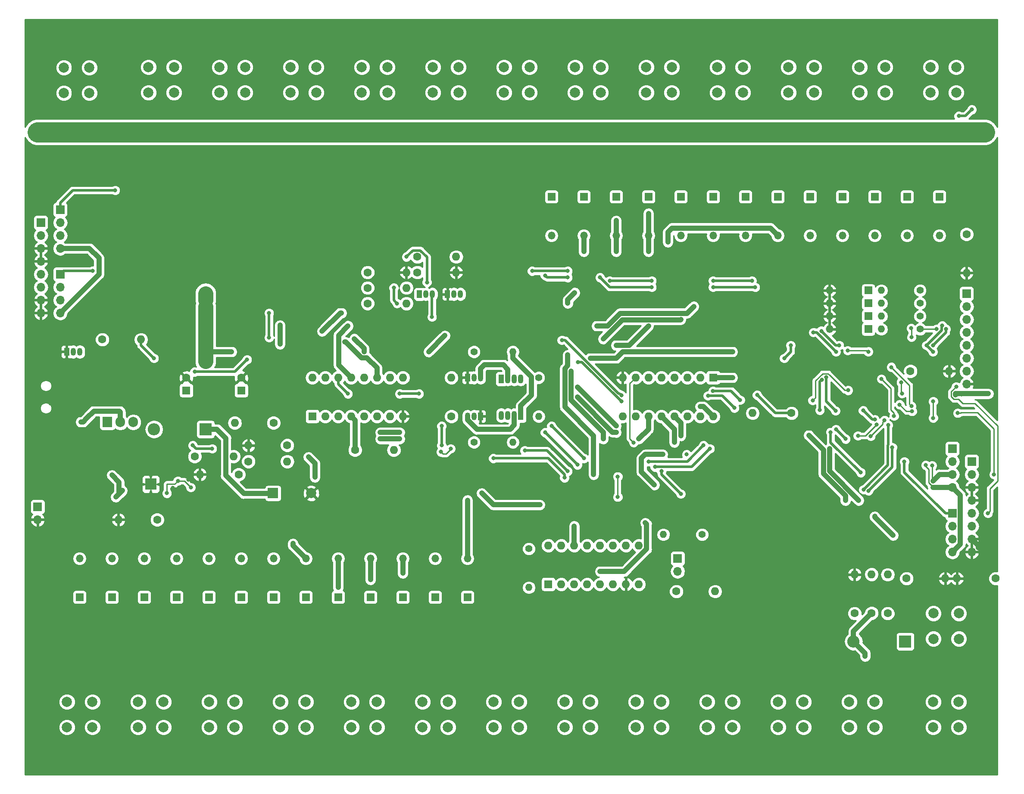
<source format=gbr>
G04 #@! TF.GenerationSoftware,KiCad,Pcbnew,5.0.2+dfsg1-1*
G04 #@! TF.CreationDate,2020-11-23T14:32:56-07:00*
G04 #@! TF.ProjectId,BattleshipMain,42617474-6c65-4736-9869-704d61696e2e,rev?*
G04 #@! TF.SameCoordinates,Original*
G04 #@! TF.FileFunction,Copper,L2,Bot*
G04 #@! TF.FilePolarity,Positive*
%FSLAX46Y46*%
G04 Gerber Fmt 4.6, Leading zero omitted, Abs format (unit mm)*
G04 Created by KiCad (PCBNEW 5.0.2+dfsg1-1) date Mon 23 Nov 2020 02:32:56 PM MST*
%MOMM*%
%LPD*%
G01*
G04 APERTURE LIST*
G04 #@! TA.AperFunction,ComponentPad*
%ADD10R,2.000000X2.000000*%
G04 #@! TD*
G04 #@! TA.AperFunction,ComponentPad*
%ADD11C,2.000000*%
G04 #@! TD*
G04 #@! TA.AperFunction,ComponentPad*
%ADD12R,2.400000X2.400000*%
G04 #@! TD*
G04 #@! TA.AperFunction,ComponentPad*
%ADD13O,2.400000X2.400000*%
G04 #@! TD*
G04 #@! TA.AperFunction,ComponentPad*
%ADD14O,1.600000X1.600000*%
G04 #@! TD*
G04 #@! TA.AperFunction,ComponentPad*
%ADD15C,1.600000*%
G04 #@! TD*
G04 #@! TA.AperFunction,ComponentPad*
%ADD16R,1.500000X1.500000*%
G04 #@! TD*
G04 #@! TA.AperFunction,ComponentPad*
%ADD17O,1.500000X1.500000*%
G04 #@! TD*
G04 #@! TA.AperFunction,ComponentPad*
%ADD18O,1.700000X1.700000*%
G04 #@! TD*
G04 #@! TA.AperFunction,ComponentPad*
%ADD19R,1.700000X1.700000*%
G04 #@! TD*
G04 #@! TA.AperFunction,ComponentPad*
%ADD20O,1.070000X1.800000*%
G04 #@! TD*
G04 #@! TA.AperFunction,ComponentPad*
%ADD21R,1.070000X1.800000*%
G04 #@! TD*
G04 #@! TA.AperFunction,ComponentPad*
%ADD22R,1.905000X2.000000*%
G04 #@! TD*
G04 #@! TA.AperFunction,ComponentPad*
%ADD23O,1.905000X2.000000*%
G04 #@! TD*
G04 #@! TA.AperFunction,ComponentPad*
%ADD24O,1.050000X1.500000*%
G04 #@! TD*
G04 #@! TA.AperFunction,ComponentPad*
%ADD25R,1.050000X1.500000*%
G04 #@! TD*
G04 #@! TA.AperFunction,ComponentPad*
%ADD26O,1.400000X1.400000*%
G04 #@! TD*
G04 #@! TA.AperFunction,ComponentPad*
%ADD27C,1.400000*%
G04 #@! TD*
G04 #@! TA.AperFunction,ComponentPad*
%ADD28R,1.600000X1.600000*%
G04 #@! TD*
G04 #@! TA.AperFunction,ComponentPad*
%ADD29C,0.600000*%
G04 #@! TD*
G04 #@! TA.AperFunction,Conductor*
%ADD30R,2.300000X2.300000*%
G04 #@! TD*
G04 #@! TA.AperFunction,ViaPad*
%ADD31C,0.800000*%
G04 #@! TD*
G04 #@! TA.AperFunction,Conductor*
%ADD32C,1.000000*%
G04 #@! TD*
G04 #@! TA.AperFunction,Conductor*
%ADD33C,0.250000*%
G04 #@! TD*
G04 #@! TA.AperFunction,Conductor*
%ADD34C,0.500000*%
G04 #@! TD*
G04 #@! TA.AperFunction,Conductor*
%ADD35C,4.000000*%
G04 #@! TD*
G04 #@! TA.AperFunction,Conductor*
%ADD36C,3.000000*%
G04 #@! TD*
G04 #@! TA.AperFunction,Conductor*
%ADD37C,0.254000*%
G04 #@! TD*
G04 APERTURE END LIST*
D10*
G04 #@! TO.P,C9,1*
G04 #@! TO.N,/5v*
X68478400Y-112903000D03*
D11*
G04 #@! TO.P,C9,2*
G04 #@! TO.N,GND*
X75978400Y-112903000D03*
G04 #@! TD*
D12*
G04 #@! TO.P,D34,1*
G04 #@! TO.N,Net-(D34-Pad1)*
X192684400Y-142062200D03*
D13*
G04 #@! TO.P,D34,2*
G04 #@! TO.N,Net-(D34-Pad2)*
X182524400Y-142062200D03*
G04 #@! TD*
D14*
G04 #@! TO.P,R30,2*
G04 #@! TO.N,/ON*
X186055000Y-128854200D03*
D15*
G04 #@! TO.P,R30,1*
G04 #@! TO.N,Net-(D34-Pad2)*
X186055000Y-136474200D03*
G04 #@! TD*
G04 #@! TO.P,R31,1*
G04 #@! TO.N,Net-(D34-Pad2)*
X182727600Y-136525000D03*
D14*
G04 #@! TO.P,R31,2*
G04 #@! TO.N,GND*
X182727600Y-128905000D03*
G04 #@! TD*
D16*
G04 #@! TO.P,D28,1*
G04 #@! TO.N,Net-(D28-Pad1)*
X129540000Y-54610000D03*
D17*
G04 #@! TO.P,D28,2*
G04 #@! TO.N,/BTNA5*
X129540000Y-62230000D03*
G04 #@! TD*
D18*
G04 #@! TO.P,J6,8*
G04 #@! TO.N,GND*
X205740000Y-124460000D03*
G04 #@! TO.P,J6,7*
X205740000Y-121920000D03*
G04 #@! TO.P,J6,6*
G04 #@! TO.N,/5v*
X205740000Y-119380000D03*
G04 #@! TO.P,J6,5*
X205740000Y-116840000D03*
G04 #@! TO.P,J6,4*
G04 #@! TO.N,GND*
X205740000Y-114300000D03*
G04 #@! TO.P,J6,3*
X205740000Y-111760000D03*
G04 #@! TO.P,J6,2*
G04 #@! TO.N,/5v*
X205740000Y-109220000D03*
D19*
G04 #@! TO.P,J6,1*
X205740000Y-106680000D03*
G04 #@! TD*
D11*
G04 #@! TO.P,SW1,1*
G04 #@! TO.N,Net-(D3-Pad1)*
X28001306Y-153924940D03*
G04 #@! TO.P,SW1,2*
G04 #@! TO.N,/BTNK1_1*
X33001306Y-153924940D03*
G04 #@! TO.P,SW1,4*
G04 #@! TO.N,N/C*
X33001306Y-158924940D03*
G04 #@! TO.P,SW1,3*
X28001306Y-158924940D03*
G04 #@! TD*
D20*
G04 #@! TO.P,D1,4*
G04 #@! TO.N,Net-(D1-Pad4)*
X117157500Y-90424000D03*
G04 #@! TO.P,D1,3*
G04 #@! TO.N,Net-(D1-Pad3)*
X115887500Y-90424000D03*
G04 #@! TO.P,D1,2*
G04 #@! TO.N,Net-(D1-Pad2)*
X114617500Y-90424000D03*
D21*
G04 #@! TO.P,D1,1*
G04 #@! TO.N,Net-(D1-Pad1)*
X113347500Y-90424000D03*
G04 #@! TD*
G04 #@! TO.P,D2,1*
G04 #@! TO.N,Net-(D1-Pad1)*
X117157500Y-97599500D03*
D20*
G04 #@! TO.P,D2,2*
G04 #@! TO.N,Net-(D2-Pad2)*
X115887500Y-97599500D03*
G04 #@! TO.P,D2,3*
G04 #@! TO.N,Net-(D1-Pad3)*
X114617500Y-97599500D03*
G04 #@! TO.P,D2,4*
G04 #@! TO.N,Net-(D1-Pad4)*
X113347500Y-97599500D03*
G04 #@! TD*
D18*
G04 #@! TO.P,J1,4*
G04 #@! TO.N,/SCK_LED*
X26670000Y-64770000D03*
G04 #@! TO.P,J1,3*
G04 #@! TO.N,/SLT_LED*
X26670000Y-62230000D03*
G04 #@! TO.P,J1,2*
G04 #@! TO.N,/SEN_LED*
X26670000Y-59690000D03*
D19*
G04 #@! TO.P,J1,1*
G04 #@! TO.N,/SDA1*
X26670000Y-57150000D03*
G04 #@! TD*
G04 #@! TO.P,J2,1*
G04 #@! TO.N,/SDA2*
X26670000Y-69850000D03*
D18*
G04 #@! TO.P,J2,2*
G04 #@! TO.N,/SEN_LED*
X26670000Y-72390000D03*
G04 #@! TO.P,J2,3*
G04 #@! TO.N,/SLT_LED*
X26670000Y-74930000D03*
G04 #@! TO.P,J2,4*
G04 #@! TO.N,/SCK_LED*
X26670000Y-77470000D03*
G04 #@! TD*
D19*
G04 #@! TO.P,J3,1*
G04 #@! TO.N,/5v*
X22860000Y-59690000D03*
D18*
G04 #@! TO.P,J3,2*
X22860000Y-62230000D03*
G04 #@! TO.P,J3,3*
G04 #@! TO.N,GND*
X22860000Y-64770000D03*
G04 #@! TO.P,J3,4*
X22860000Y-67310000D03*
G04 #@! TO.P,J3,5*
G04 #@! TO.N,/5v*
X22860000Y-69850000D03*
G04 #@! TO.P,J3,6*
X22860000Y-72390000D03*
G04 #@! TO.P,J3,7*
G04 #@! TO.N,GND*
X22860000Y-74930000D03*
G04 #@! TO.P,J3,8*
X22860000Y-77470000D03*
G04 #@! TD*
G04 #@! TO.P,J4,4*
G04 #@! TO.N,/SCK_LED*
X201930000Y-124460000D03*
G04 #@! TO.P,J4,3*
G04 #@! TO.N,/SLT_LED*
X201930000Y-121920000D03*
G04 #@! TO.P,J4,2*
G04 #@! TO.N,/SEN_LED*
X201930000Y-119380000D03*
D19*
G04 #@! TO.P,J4,1*
G04 #@! TO.N,/SDA3*
X201930000Y-116840000D03*
G04 #@! TD*
G04 #@! TO.P,J5,1*
G04 #@! TO.N,/SDA4*
X201930000Y-104140000D03*
D18*
G04 #@! TO.P,J5,2*
G04 #@! TO.N,/SEN_LED*
X201930000Y-106680000D03*
G04 #@! TO.P,J5,3*
G04 #@! TO.N,/SLT_LED*
X201930000Y-109220000D03*
G04 #@! TO.P,J5,4*
G04 #@! TO.N,/SCK_LED*
X201930000Y-111760000D03*
G04 #@! TD*
D22*
G04 #@! TO.P,Q1,1*
G04 #@! TO.N,Net-(Q1-Pad1)*
X35941000Y-98933000D03*
D23*
G04 #@! TO.P,Q1,2*
G04 #@! TO.N,/vBatt*
X38481000Y-98933000D03*
G04 #@! TO.P,Q1,3*
G04 #@! TO.N,/vUsb*
X41021000Y-98933000D03*
G04 #@! TD*
D24*
G04 #@! TO.P,Q2,2*
G04 #@! TO.N,Net-(Q2-Pad2)*
X29210000Y-85090000D03*
G04 #@! TO.P,Q2,3*
G04 #@! TO.N,Net-(Q2-Pad3)*
X30480000Y-85090000D03*
D25*
G04 #@! TO.P,Q2,1*
G04 #@! TO.N,GND*
X27940000Y-85090000D03*
G04 #@! TD*
G04 #@! TO.P,Q5,1*
G04 #@! TO.N,GND*
X106680000Y-90170000D03*
D24*
G04 #@! TO.P,Q5,3*
G04 #@! TO.N,Net-(D1-Pad2)*
X109220000Y-90170000D03*
G04 #@! TO.P,Q5,2*
G04 #@! TO.N,Net-(Q5-Pad2)*
X107950000Y-90170000D03*
G04 #@! TD*
G04 #@! TO.P,Q6,2*
G04 #@! TO.N,Net-(Q6-Pad2)*
X107950000Y-97790000D03*
G04 #@! TO.P,Q6,3*
G04 #@! TO.N,Net-(D2-Pad2)*
X106680000Y-97790000D03*
D25*
G04 #@! TO.P,Q6,1*
G04 #@! TO.N,GND*
X109220000Y-97790000D03*
G04 #@! TD*
D26*
G04 #@! TO.P,R1,2*
G04 #@! TO.N,Net-(D1-Pad4)*
X120650000Y-97790000D03*
D27*
G04 #@! TO.P,R1,1*
G04 #@! TO.N,Net-(R1-Pad1)*
X120650000Y-90170000D03*
G04 #@! TD*
G04 #@! TO.P,R2,1*
G04 #@! TO.N,Net-(R2-Pad1)*
X107950000Y-102870000D03*
D26*
G04 #@! TO.P,R2,2*
G04 #@! TO.N,Net-(D1-Pad3)*
X115570000Y-102870000D03*
G04 #@! TD*
D27*
G04 #@! TO.P,R3,1*
G04 #@! TO.N,Net-(R3-Pad1)*
X107950000Y-85090000D03*
D26*
G04 #@! TO.P,R3,2*
G04 #@! TO.N,Net-(D1-Pad1)*
X115570000Y-85090000D03*
G04 #@! TD*
D27*
G04 #@! TO.P,R15,1*
G04 #@! TO.N,/CS*
X195580000Y-78105000D03*
D26*
G04 #@! TO.P,R15,2*
G04 #@! TO.N,Net-(D32-Pad1)*
X187960000Y-78105000D03*
G04 #@! TD*
D14*
G04 #@! TO.P,U2,16*
G04 #@! TO.N,/5v*
X76200000Y-90170000D03*
G04 #@! TO.P,U2,8*
G04 #@! TO.N,GND*
X93980000Y-97790000D03*
G04 #@! TO.P,U2,15*
G04 #@! TO.N,Net-(R1-Pad1)*
X78740000Y-90170000D03*
G04 #@! TO.P,U2,7*
G04 #@! TO.N,N/C*
X91440000Y-97790000D03*
G04 #@! TO.P,U2,14*
G04 #@! TO.N,/SDA_INTERNAL*
X81280000Y-90170000D03*
G04 #@! TO.P,U2,6*
G04 #@! TO.N,N/C*
X88900000Y-97790000D03*
G04 #@! TO.P,U2,13*
G04 #@! TO.N,/SEN_LED*
X83820000Y-90170000D03*
G04 #@! TO.P,U2,5*
G04 #@! TO.N,N/C*
X86360000Y-97790000D03*
G04 #@! TO.P,U2,12*
G04 #@! TO.N,/SLT_LED*
X86360000Y-90170000D03*
G04 #@! TO.P,U2,4*
G04 #@! TO.N,Net-(R5-Pad1)*
X83820000Y-97790000D03*
G04 #@! TO.P,U2,11*
G04 #@! TO.N,/SCK_LED*
X88900000Y-90170000D03*
G04 #@! TO.P,U2,3*
G04 #@! TO.N,Net-(R4-Pad1)*
X81280000Y-97790000D03*
G04 #@! TO.P,U2,10*
G04 #@! TO.N,/5v*
X91440000Y-90170000D03*
G04 #@! TO.P,U2,2*
G04 #@! TO.N,Net-(R3-Pad1)*
X78740000Y-97790000D03*
G04 #@! TO.P,U2,9*
G04 #@! TO.N,Net-(U2-Pad9)*
X93980000Y-90170000D03*
D28*
G04 #@! TO.P,U2,1*
G04 #@! TO.N,Net-(R2-Pad1)*
X76200000Y-97790000D03*
G04 #@! TD*
G04 #@! TO.P,U3,1*
G04 #@! TO.N,/BTNA2*
X154940000Y-90170000D03*
D14*
G04 #@! TO.P,U3,9*
G04 #@! TO.N,N/C*
X137160000Y-97790000D03*
G04 #@! TO.P,U3,2*
G04 #@! TO.N,/BTNA3*
X152400000Y-90170000D03*
G04 #@! TO.P,U3,10*
G04 #@! TO.N,/5v*
X139700000Y-97790000D03*
G04 #@! TO.P,U3,3*
G04 #@! TO.N,/BTNA4*
X149860000Y-90170000D03*
G04 #@! TO.P,U3,11*
G04 #@! TO.N,/SCK_LED*
X142240000Y-97790000D03*
G04 #@! TO.P,U3,4*
G04 #@! TO.N,/BTNA5*
X147320000Y-90170000D03*
G04 #@! TO.P,U3,12*
G04 #@! TO.N,/SLT_LED*
X144780000Y-97790000D03*
G04 #@! TO.P,U3,5*
G04 #@! TO.N,/BTNA6*
X144780000Y-90170000D03*
G04 #@! TO.P,U3,13*
G04 #@! TO.N,/SEN_LED*
X147320000Y-97790000D03*
G04 #@! TO.P,U3,6*
G04 #@! TO.N,/BTNA7*
X142240000Y-90170000D03*
G04 #@! TO.P,U3,14*
G04 #@! TO.N,Net-(U2-Pad9)*
X149860000Y-97790000D03*
G04 #@! TO.P,U3,7*
G04 #@! TO.N,/SPEN*
X139700000Y-90170000D03*
G04 #@! TO.P,U3,15*
G04 #@! TO.N,/BTNA1*
X152400000Y-97790000D03*
G04 #@! TO.P,U3,8*
G04 #@! TO.N,GND*
X137160000Y-90170000D03*
G04 #@! TO.P,U3,16*
G04 #@! TO.N,/5v*
X154940000Y-97790000D03*
G04 #@! TD*
D11*
G04 #@! TO.P,SW2,3*
G04 #@! TO.N,N/C*
X41971306Y-158924940D03*
G04 #@! TO.P,SW2,4*
X46971306Y-158924940D03*
G04 #@! TO.P,SW2,2*
G04 #@! TO.N,/BTNK1_1*
X46971306Y-153924940D03*
G04 #@! TO.P,SW2,1*
G04 #@! TO.N,Net-(D4-Pad1)*
X41971306Y-153924940D03*
G04 #@! TD*
G04 #@! TO.P,SW3,1*
G04 #@! TO.N,Net-(D6-Pad1)*
X55941306Y-153924940D03*
G04 #@! TO.P,SW3,2*
G04 #@! TO.N,/BTNK1_1*
X60941306Y-153924940D03*
G04 #@! TO.P,SW3,4*
G04 #@! TO.N,N/C*
X60941306Y-158924940D03*
G04 #@! TO.P,SW3,3*
X55941306Y-158924940D03*
G04 #@! TD*
G04 #@! TO.P,SW4,3*
G04 #@! TO.N,N/C*
X69911306Y-158924940D03*
G04 #@! TO.P,SW4,4*
X74911306Y-158924940D03*
G04 #@! TO.P,SW4,2*
G04 #@! TO.N,/BTNK1_1*
X74911306Y-153924940D03*
G04 #@! TO.P,SW4,1*
G04 #@! TO.N,Net-(D7-Pad1)*
X69911306Y-153924940D03*
G04 #@! TD*
G04 #@! TO.P,SW5,1*
G04 #@! TO.N,Net-(D8-Pad1)*
X83881306Y-153924940D03*
G04 #@! TO.P,SW5,2*
G04 #@! TO.N,/BTNK1_1*
X88881306Y-153924940D03*
G04 #@! TO.P,SW5,4*
G04 #@! TO.N,N/C*
X88881306Y-158924940D03*
G04 #@! TO.P,SW5,3*
X83881306Y-158924940D03*
G04 #@! TD*
G04 #@! TO.P,SW6,3*
G04 #@! TO.N,N/C*
X97851306Y-158924940D03*
G04 #@! TO.P,SW6,4*
X102851306Y-158924940D03*
G04 #@! TO.P,SW6,2*
G04 #@! TO.N,/BTNK1_1*
X102851306Y-153924940D03*
G04 #@! TO.P,SW6,1*
G04 #@! TO.N,Net-(D9-Pad1)*
X97851306Y-153924940D03*
G04 #@! TD*
G04 #@! TO.P,SW7,1*
G04 #@! TO.N,Net-(D10-Pad1)*
X111821306Y-153924940D03*
G04 #@! TO.P,SW7,2*
G04 #@! TO.N,/BTNK1_1*
X116821306Y-153924940D03*
G04 #@! TO.P,SW7,4*
G04 #@! TO.N,N/C*
X116821306Y-158924940D03*
G04 #@! TO.P,SW7,3*
X111821306Y-158924940D03*
G04 #@! TD*
G04 #@! TO.P,SW8,3*
G04 #@! TO.N,N/C*
X125791306Y-158924940D03*
G04 #@! TO.P,SW8,4*
X130791306Y-158924940D03*
G04 #@! TO.P,SW8,2*
G04 #@! TO.N,/BTNK1_2*
X130791306Y-153924940D03*
G04 #@! TO.P,SW8,1*
G04 #@! TO.N,Net-(D11-Pad1)*
X125791306Y-153924940D03*
G04 #@! TD*
G04 #@! TO.P,SW9,1*
G04 #@! TO.N,Net-(D12-Pad1)*
X139761306Y-153924940D03*
G04 #@! TO.P,SW9,2*
G04 #@! TO.N,/BTNK1_2*
X144761306Y-153924940D03*
G04 #@! TO.P,SW9,4*
G04 #@! TO.N,N/C*
X144761306Y-158924940D03*
G04 #@! TO.P,SW9,3*
X139761306Y-158924940D03*
G04 #@! TD*
G04 #@! TO.P,SW10,3*
G04 #@! TO.N,N/C*
X153731306Y-158924940D03*
G04 #@! TO.P,SW10,4*
X158731306Y-158924940D03*
G04 #@! TO.P,SW10,2*
G04 #@! TO.N,/BTNK1_2*
X158731306Y-153924940D03*
G04 #@! TO.P,SW10,1*
G04 #@! TO.N,Net-(D13-Pad1)*
X153731306Y-153924940D03*
G04 #@! TD*
G04 #@! TO.P,SW11,1*
G04 #@! TO.N,Net-(D14-Pad1)*
X167701306Y-153924940D03*
G04 #@! TO.P,SW11,2*
G04 #@! TO.N,/BTNK1_2*
X172701306Y-153924940D03*
G04 #@! TO.P,SW11,4*
G04 #@! TO.N,N/C*
X172701306Y-158924940D03*
G04 #@! TO.P,SW11,3*
X167701306Y-158924940D03*
G04 #@! TD*
G04 #@! TO.P,SW12,3*
G04 #@! TO.N,N/C*
X181671306Y-158924940D03*
G04 #@! TO.P,SW12,4*
X186671306Y-158924940D03*
G04 #@! TO.P,SW12,2*
G04 #@! TO.N,/BTNK1_2*
X186671306Y-153924940D03*
G04 #@! TO.P,SW12,1*
G04 #@! TO.N,Net-(D15-Pad1)*
X181671306Y-153924940D03*
G04 #@! TD*
G04 #@! TO.P,SW13,1*
G04 #@! TO.N,Net-(D16-Pad1)*
X198181306Y-153924940D03*
G04 #@! TO.P,SW13,2*
G04 #@! TO.N,/BTNK1_2*
X203181306Y-153924940D03*
G04 #@! TO.P,SW13,4*
G04 #@! TO.N,N/C*
X203181306Y-158924940D03*
G04 #@! TO.P,SW13,3*
X198181306Y-158924940D03*
G04 #@! TD*
G04 #@! TO.P,SW14,1*
G04 #@! TO.N,Net-(D17-Pad1)*
X202676781Y-34137184D03*
G04 #@! TO.P,SW14,2*
G04 #@! TO.N,/BTNK2_1*
X197676781Y-34137184D03*
G04 #@! TO.P,SW14,4*
G04 #@! TO.N,N/C*
X197676781Y-29137184D03*
G04 #@! TO.P,SW14,3*
X202676781Y-29137184D03*
G04 #@! TD*
G04 #@! TO.P,SW15,3*
G04 #@! TO.N,N/C*
X188706781Y-29137184D03*
G04 #@! TO.P,SW15,4*
X183706781Y-29137184D03*
G04 #@! TO.P,SW15,2*
G04 #@! TO.N,/BTNK2_1*
X183706781Y-34137184D03*
G04 #@! TO.P,SW15,1*
G04 #@! TO.N,Net-(D18-Pad1)*
X188706781Y-34137184D03*
G04 #@! TD*
G04 #@! TO.P,SW16,1*
G04 #@! TO.N,Net-(D19-Pad1)*
X174736781Y-34137184D03*
G04 #@! TO.P,SW16,2*
G04 #@! TO.N,/BTNK2_1*
X169736781Y-34137184D03*
G04 #@! TO.P,SW16,4*
G04 #@! TO.N,N/C*
X169736781Y-29137184D03*
G04 #@! TO.P,SW16,3*
X174736781Y-29137184D03*
G04 #@! TD*
G04 #@! TO.P,SW17,3*
G04 #@! TO.N,N/C*
X160766781Y-29137184D03*
G04 #@! TO.P,SW17,4*
X155766781Y-29137184D03*
G04 #@! TO.P,SW17,2*
G04 #@! TO.N,/BTNK2_1*
X155766781Y-34137184D03*
G04 #@! TO.P,SW17,1*
G04 #@! TO.N,Net-(D20-Pad1)*
X160766781Y-34137184D03*
G04 #@! TD*
G04 #@! TO.P,SW18,1*
G04 #@! TO.N,Net-(D21-Pad1)*
X146796781Y-34137184D03*
G04 #@! TO.P,SW18,2*
G04 #@! TO.N,/BTNK2_1*
X141796781Y-34137184D03*
G04 #@! TO.P,SW18,4*
G04 #@! TO.N,N/C*
X141796781Y-29137184D03*
G04 #@! TO.P,SW18,3*
X146796781Y-29137184D03*
G04 #@! TD*
G04 #@! TO.P,SW19,3*
G04 #@! TO.N,N/C*
X132826781Y-29137184D03*
G04 #@! TO.P,SW19,4*
X127826781Y-29137184D03*
G04 #@! TO.P,SW19,2*
G04 #@! TO.N,/BTNK2_1*
X127826781Y-34137184D03*
G04 #@! TO.P,SW19,1*
G04 #@! TO.N,Net-(D22-Pad1)*
X132826781Y-34137184D03*
G04 #@! TD*
G04 #@! TO.P,SW20,1*
G04 #@! TO.N,Net-(D23-Pad1)*
X118856781Y-34137184D03*
G04 #@! TO.P,SW20,2*
G04 #@! TO.N,/BTNK2_1*
X113856781Y-34137184D03*
G04 #@! TO.P,SW20,4*
G04 #@! TO.N,N/C*
X113856781Y-29137184D03*
G04 #@! TO.P,SW20,3*
X118856781Y-29137184D03*
G04 #@! TD*
G04 #@! TO.P,SW21,3*
G04 #@! TO.N,N/C*
X104886781Y-29137184D03*
G04 #@! TO.P,SW21,4*
X99886781Y-29137184D03*
G04 #@! TO.P,SW21,2*
G04 #@! TO.N,/BTNK2_2*
X99886781Y-34137184D03*
G04 #@! TO.P,SW21,1*
G04 #@! TO.N,Net-(D24-Pad1)*
X104886781Y-34137184D03*
G04 #@! TD*
G04 #@! TO.P,SW22,1*
G04 #@! TO.N,Net-(D25-Pad1)*
X90916781Y-34137184D03*
G04 #@! TO.P,SW22,2*
G04 #@! TO.N,/BTNK2_2*
X85916781Y-34137184D03*
G04 #@! TO.P,SW22,4*
G04 #@! TO.N,N/C*
X85916781Y-29137184D03*
G04 #@! TO.P,SW22,3*
X90916781Y-29137184D03*
G04 #@! TD*
G04 #@! TO.P,SW23,3*
G04 #@! TO.N,N/C*
X76946781Y-29137184D03*
G04 #@! TO.P,SW23,4*
X71946781Y-29137184D03*
G04 #@! TO.P,SW23,2*
G04 #@! TO.N,/BTNK2_2*
X71946781Y-34137184D03*
G04 #@! TO.P,SW23,1*
G04 #@! TO.N,Net-(D26-Pad1)*
X76946781Y-34137184D03*
G04 #@! TD*
G04 #@! TO.P,SW24,1*
G04 #@! TO.N,Net-(D27-Pad1)*
X62976781Y-34137184D03*
G04 #@! TO.P,SW24,2*
G04 #@! TO.N,/BTNK2_2*
X57976781Y-34137184D03*
G04 #@! TO.P,SW24,4*
G04 #@! TO.N,N/C*
X57976781Y-29137184D03*
G04 #@! TO.P,SW24,3*
X62976781Y-29137184D03*
G04 #@! TD*
G04 #@! TO.P,SW25,3*
G04 #@! TO.N,N/C*
X49006781Y-29137184D03*
G04 #@! TO.P,SW25,4*
X44006781Y-29137184D03*
G04 #@! TO.P,SW25,2*
G04 #@! TO.N,/BTNK2_2*
X44006781Y-34137184D03*
G04 #@! TO.P,SW25,1*
G04 #@! TO.N,Net-(D28-Pad1)*
X49006781Y-34137184D03*
G04 #@! TD*
G04 #@! TO.P,SW26,1*
G04 #@! TO.N,Net-(D29-Pad1)*
X32385000Y-34210000D03*
G04 #@! TO.P,SW26,2*
G04 #@! TO.N,/BTNK2_2*
X27385000Y-34210000D03*
G04 #@! TO.P,SW26,4*
G04 #@! TO.N,N/C*
X27385000Y-29210000D03*
G04 #@! TO.P,SW26,3*
X32385000Y-29210000D03*
G04 #@! TD*
D19*
G04 #@! TO.P,J7,1*
G04 #@! TO.N,/vBatt*
X22225000Y-115570000D03*
D18*
G04 #@! TO.P,J7,2*
G04 #@! TO.N,GND*
X22225000Y-118110000D03*
G04 #@! TD*
D13*
G04 #@! TO.P,D33,2*
G04 #@! TO.N,/vUsb*
X45085000Y-100330000D03*
D12*
G04 #@! TO.P,D33,1*
G04 #@! TO.N,/5v*
X55245000Y-100330000D03*
G04 #@! TD*
D27*
G04 #@! TO.P,R12,1*
G04 #@! TO.N,/MOSI*
X195580000Y-73025000D03*
D26*
G04 #@! TO.P,R12,2*
G04 #@! TO.N,Net-(D30-Pad1)*
X187960000Y-73025000D03*
G04 #@! TD*
G04 #@! TO.P,R13,2*
G04 #@! TO.N,Net-(D5-Pad1)*
X187960000Y-80645000D03*
D27*
G04 #@! TO.P,R13,1*
G04 #@! TO.N,/MISO*
X195580000Y-80645000D03*
G04 #@! TD*
G04 #@! TO.P,R14,1*
G04 #@! TO.N,/SCK*
X195580000Y-75565000D03*
D26*
G04 #@! TO.P,R14,2*
G04 #@! TO.N,Net-(D31-Pad1)*
X187960000Y-75565000D03*
G04 #@! TD*
D29*
G04 #@! TO.P,U5,11*
G04 #@! TO.N,GND*
X44450000Y-111125000D03*
X43950000Y-110625000D03*
X44950000Y-110625000D03*
X43950000Y-111625000D03*
X44950000Y-111625000D03*
D30*
G04 #@! TD*
G04 #@! TO.N,GND*
G04 #@! TO.C,U5*
X44449000Y-111125000D03*
D28*
G04 #@! TO.P,C1,1*
G04 #@! TO.N,/vBatt*
X51435000Y-92710000D03*
D15*
G04 #@! TO.P,C1,2*
G04 #@! TO.N,GND*
X51435000Y-90210000D03*
G04 #@! TD*
G04 #@! TO.P,C4,2*
G04 #@! TO.N,GND*
X62230000Y-90210000D03*
D28*
G04 #@! TO.P,C4,1*
G04 #@! TO.N,/5v*
X62230000Y-92710000D03*
G04 #@! TD*
D16*
G04 #@! TO.P,D5,1*
G04 #@! TO.N,Net-(D5-Pad1)*
X185420000Y-80645000D03*
D17*
G04 #@! TO.P,D5,2*
G04 #@! TO.N,GND*
X177800000Y-80645000D03*
G04 #@! TD*
G04 #@! TO.P,D30,2*
G04 #@! TO.N,GND*
X177800000Y-73025000D03*
D16*
G04 #@! TO.P,D30,1*
G04 #@! TO.N,Net-(D30-Pad1)*
X185420000Y-73025000D03*
G04 #@! TD*
D17*
G04 #@! TO.P,D31,2*
G04 #@! TO.N,GND*
X177800000Y-75565000D03*
D16*
G04 #@! TO.P,D31,1*
G04 #@! TO.N,Net-(D31-Pad1)*
X185420000Y-75565000D03*
G04 #@! TD*
G04 #@! TO.P,D32,1*
G04 #@! TO.N,Net-(D32-Pad1)*
X185420000Y-78105000D03*
D17*
G04 #@! TO.P,D32,2*
G04 #@! TO.N,GND*
X177800000Y-78105000D03*
G04 #@! TD*
D19*
G04 #@! TO.P,J10,1*
G04 #@! TO.N,Net-(C7-Pad1)*
X147955000Y-125730000D03*
D18*
G04 #@! TO.P,J10,2*
G04 #@! TO.N,Net-(C7-Pad2)*
X147955000Y-128270000D03*
G04 #@! TD*
D27*
G04 #@! TO.P,L2,1*
G04 #@! TO.N,Net-(L2-Pad1)*
X152781000Y-121031000D03*
D26*
G04 #@! TO.P,L2,2*
G04 #@! TO.N,Net-(C7-Pad2)*
X145161000Y-121031000D03*
G04 #@! TD*
D11*
G04 #@! TO.P,SW27,1*
G04 #@! TO.N,/vBatt*
X198200000Y-136525000D03*
G04 #@! TO.P,SW27,2*
G04 #@! TO.N,Net-(D34-Pad2)*
X203200000Y-136525000D03*
G04 #@! TO.P,SW27,4*
G04 #@! TO.N,N/C*
X203200000Y-141525000D03*
G04 #@! TO.P,SW27,3*
X198200000Y-141525000D03*
G04 #@! TD*
D28*
G04 #@! TO.P,U6,1*
G04 #@! TO.N,Net-(R21-Pad2)*
X122555000Y-130810000D03*
D14*
G04 #@! TO.P,U6,9*
G04 #@! TO.N,Net-(C7-Pad1)*
X140335000Y-123190000D03*
G04 #@! TO.P,U6,2*
G04 #@! TO.N,/SPKR*
X125095000Y-130810000D03*
G04 #@! TO.P,U6,10*
G04 #@! TO.N,/SPEN*
X137795000Y-123190000D03*
G04 #@! TO.P,U6,3*
G04 #@! TO.N,N/C*
X127635000Y-130810000D03*
G04 #@! TO.P,U6,11*
X135255000Y-123190000D03*
G04 #@! TO.P,U6,4*
G04 #@! TO.N,/SPEN*
X130175000Y-130810000D03*
G04 #@! TO.P,U6,12*
G04 #@! TO.N,Net-(R21-Pad2)*
X132715000Y-123190000D03*
G04 #@! TO.P,U6,5*
G04 #@! TO.N,Net-(R22-Pad1)*
X132715000Y-130810000D03*
G04 #@! TO.P,U6,13*
G04 #@! TO.N,N/C*
X130175000Y-123190000D03*
G04 #@! TO.P,U6,6*
G04 #@! TO.N,/SPKR*
X135255000Y-130810000D03*
G04 #@! TO.P,U6,14*
G04 #@! TO.N,/5v*
X127635000Y-123190000D03*
G04 #@! TO.P,U6,7*
G04 #@! TO.N,GND*
X137795000Y-130810000D03*
G04 #@! TO.P,U6,15*
G04 #@! TO.N,N/C*
X125095000Y-123190000D03*
G04 #@! TO.P,U6,8*
G04 #@! TO.N,Net-(R21-Pad2)*
X140335000Y-130810000D03*
G04 #@! TO.P,U6,16*
G04 #@! TO.N,N/C*
X122555000Y-123190000D03*
G04 #@! TD*
D27*
G04 #@! TO.P,R21,1*
G04 #@! TO.N,/5v*
X118745000Y-123825000D03*
D26*
G04 #@! TO.P,R21,2*
G04 #@! TO.N,Net-(R21-Pad2)*
X118745000Y-131445000D03*
G04 #@! TD*
D17*
G04 #@! TO.P,D3,2*
G04 #@! TO.N,/BTNA1*
X30480000Y-125730000D03*
D16*
G04 #@! TO.P,D3,1*
G04 #@! TO.N,Net-(D3-Pad1)*
X30480000Y-133350000D03*
G04 #@! TD*
G04 #@! TO.P,D4,1*
G04 #@! TO.N,Net-(D4-Pad1)*
X36830000Y-133350000D03*
D17*
G04 #@! TO.P,D4,2*
G04 #@! TO.N,/BTNA2*
X36830000Y-125730000D03*
G04 #@! TD*
G04 #@! TO.P,D6,2*
G04 #@! TO.N,/BTNA3*
X43180000Y-125730000D03*
D16*
G04 #@! TO.P,D6,1*
G04 #@! TO.N,Net-(D6-Pad1)*
X43180000Y-133350000D03*
G04 #@! TD*
G04 #@! TO.P,D7,1*
G04 #@! TO.N,Net-(D7-Pad1)*
X49530000Y-133350000D03*
D17*
G04 #@! TO.P,D7,2*
G04 #@! TO.N,/BTNA4*
X49530000Y-125730000D03*
G04 #@! TD*
G04 #@! TO.P,D8,2*
G04 #@! TO.N,/BTNA5*
X55880000Y-125730000D03*
D16*
G04 #@! TO.P,D8,1*
G04 #@! TO.N,Net-(D8-Pad1)*
X55880000Y-133350000D03*
G04 #@! TD*
G04 #@! TO.P,D9,1*
G04 #@! TO.N,Net-(D9-Pad1)*
X62230000Y-133350000D03*
D17*
G04 #@! TO.P,D9,2*
G04 #@! TO.N,/BTNA6*
X62230000Y-125730000D03*
G04 #@! TD*
D16*
G04 #@! TO.P,D10,1*
G04 #@! TO.N,Net-(D10-Pad1)*
X68580000Y-133350000D03*
D17*
G04 #@! TO.P,D10,2*
G04 #@! TO.N,/BTNA7*
X68580000Y-125730000D03*
G04 #@! TD*
G04 #@! TO.P,D11,2*
G04 #@! TO.N,/BTNA1*
X74930000Y-125730000D03*
D16*
G04 #@! TO.P,D11,1*
G04 #@! TO.N,Net-(D11-Pad1)*
X74930000Y-133350000D03*
G04 #@! TD*
G04 #@! TO.P,D12,1*
G04 #@! TO.N,Net-(D12-Pad1)*
X81280000Y-133350000D03*
D17*
G04 #@! TO.P,D12,2*
G04 #@! TO.N,/BTNA2*
X81280000Y-125730000D03*
G04 #@! TD*
G04 #@! TO.P,D13,2*
G04 #@! TO.N,/BTNA3*
X87630000Y-125730000D03*
D16*
G04 #@! TO.P,D13,1*
G04 #@! TO.N,Net-(D13-Pad1)*
X87630000Y-133350000D03*
G04 #@! TD*
G04 #@! TO.P,D14,1*
G04 #@! TO.N,Net-(D14-Pad1)*
X93980000Y-133350000D03*
D17*
G04 #@! TO.P,D14,2*
G04 #@! TO.N,/BTNA4*
X93980000Y-125730000D03*
G04 #@! TD*
G04 #@! TO.P,D15,2*
G04 #@! TO.N,/BTNA5*
X100330000Y-125730000D03*
D16*
G04 #@! TO.P,D15,1*
G04 #@! TO.N,Net-(D15-Pad1)*
X100330000Y-133350000D03*
G04 #@! TD*
D17*
G04 #@! TO.P,D16,2*
G04 #@! TO.N,/BTNA6*
X106680000Y-125730000D03*
D16*
G04 #@! TO.P,D16,1*
G04 #@! TO.N,Net-(D16-Pad1)*
X106680000Y-133350000D03*
G04 #@! TD*
D17*
G04 #@! TO.P,D17,2*
G04 #@! TO.N,/BTNA1*
X199390000Y-62230000D03*
D16*
G04 #@! TO.P,D17,1*
G04 #@! TO.N,Net-(D17-Pad1)*
X199390000Y-54610000D03*
G04 #@! TD*
G04 #@! TO.P,D18,1*
G04 #@! TO.N,Net-(D18-Pad1)*
X193040000Y-54610000D03*
D17*
G04 #@! TO.P,D18,2*
G04 #@! TO.N,/BTNA2*
X193040000Y-62230000D03*
G04 #@! TD*
G04 #@! TO.P,D19,2*
G04 #@! TO.N,/BTNA3*
X186690000Y-62230000D03*
D16*
G04 #@! TO.P,D19,1*
G04 #@! TO.N,Net-(D19-Pad1)*
X186690000Y-54610000D03*
G04 #@! TD*
G04 #@! TO.P,D20,1*
G04 #@! TO.N,Net-(D20-Pad1)*
X180340000Y-54610000D03*
D17*
G04 #@! TO.P,D20,2*
G04 #@! TO.N,/BTNA4*
X180340000Y-62230000D03*
G04 #@! TD*
G04 #@! TO.P,D21,2*
G04 #@! TO.N,/BTNA5*
X173990000Y-62230000D03*
D16*
G04 #@! TO.P,D21,1*
G04 #@! TO.N,Net-(D21-Pad1)*
X173990000Y-54610000D03*
G04 #@! TD*
G04 #@! TO.P,D22,1*
G04 #@! TO.N,Net-(D22-Pad1)*
X167640000Y-54610000D03*
D17*
G04 #@! TO.P,D22,2*
G04 #@! TO.N,/BTNA6*
X167640000Y-62230000D03*
G04 #@! TD*
G04 #@! TO.P,D23,2*
G04 #@! TO.N,/BTNA7*
X161290000Y-62230000D03*
D16*
G04 #@! TO.P,D23,1*
G04 #@! TO.N,Net-(D23-Pad1)*
X161290000Y-54610000D03*
G04 #@! TD*
D17*
G04 #@! TO.P,D24,2*
G04 #@! TO.N,/BTNA1*
X154940000Y-62230000D03*
D16*
G04 #@! TO.P,D24,1*
G04 #@! TO.N,Net-(D24-Pad1)*
X154940000Y-54610000D03*
G04 #@! TD*
G04 #@! TO.P,D25,1*
G04 #@! TO.N,Net-(D25-Pad1)*
X148590000Y-54610000D03*
D17*
G04 #@! TO.P,D25,2*
G04 #@! TO.N,/BTNA2*
X148590000Y-62230000D03*
G04 #@! TD*
D16*
G04 #@! TO.P,D26,1*
G04 #@! TO.N,Net-(D26-Pad1)*
X142240000Y-54610000D03*
D17*
G04 #@! TO.P,D26,2*
G04 #@! TO.N,/BTNA3*
X142240000Y-62230000D03*
G04 #@! TD*
D16*
G04 #@! TO.P,D27,1*
G04 #@! TO.N,Net-(D27-Pad1)*
X135890000Y-54610000D03*
D17*
G04 #@! TO.P,D27,2*
G04 #@! TO.N,/BTNA4*
X135890000Y-62230000D03*
G04 #@! TD*
G04 #@! TO.P,D29,2*
G04 #@! TO.N,/BTNA6*
X123190000Y-62230000D03*
D16*
G04 #@! TO.P,D29,1*
G04 #@! TO.N,Net-(D29-Pad1)*
X123190000Y-54610000D03*
G04 #@! TD*
D14*
G04 #@! TO.P,R4,2*
G04 #@! TO.N,Net-(Q5-Pad2)*
X103505000Y-90170000D03*
D15*
G04 #@! TO.P,R4,1*
G04 #@! TO.N,Net-(R4-Pad1)*
X103505000Y-97790000D03*
G04 #@! TD*
G04 #@! TO.P,R5,1*
G04 #@! TO.N,Net-(R5-Pad1)*
X84582000Y-104394000D03*
D14*
G04 #@! TO.P,R5,2*
G04 #@! TO.N,Net-(Q6-Pad2)*
X92202000Y-104394000D03*
G04 #@! TD*
D15*
G04 #@! TO.P,R6,1*
G04 #@! TO.N,/BTNK1_1*
X210439000Y-129667000D03*
D14*
G04 #@! TO.P,R6,2*
G04 #@! TO.N,GND*
X202819000Y-129667000D03*
G04 #@! TD*
G04 #@! TO.P,R7,2*
G04 #@! TO.N,GND*
X200533000Y-129667000D03*
D15*
G04 #@! TO.P,R7,1*
G04 #@! TO.N,/BTNK1_2*
X192913000Y-129667000D03*
G04 #@! TD*
D14*
G04 #@! TO.P,R8,2*
G04 #@! TO.N,GND*
X204724000Y-69596000D03*
D15*
G04 #@! TO.P,R8,1*
G04 #@! TO.N,/BTNK2_1*
X204724000Y-61976000D03*
G04 #@! TD*
D14*
G04 #@! TO.P,R9,2*
G04 #@! TO.N,GND*
X201295000Y-88900000D03*
D15*
G04 #@! TO.P,R9,1*
G04 #@! TO.N,/BTNK2_2*
X193675000Y-88900000D03*
G04 #@! TD*
D14*
G04 #@! TO.P,R10,2*
G04 #@! TO.N,Net-(R10-Pad2)*
X71266330Y-106650610D03*
D15*
G04 #@! TO.P,R10,1*
G04 #@! TO.N,/vUsb*
X63646330Y-106650610D03*
G04 #@! TD*
G04 #@! TO.P,R11,1*
G04 #@! TO.N,Net-(R10-Pad2)*
X71266330Y-103475610D03*
D14*
G04 #@! TO.P,R11,2*
G04 #@! TO.N,GND*
X63646330Y-103475610D03*
G04 #@! TD*
G04 #@! TO.P,R16,2*
G04 #@! TO.N,Net-(Q1-Pad1)*
X42545000Y-82677000D03*
D15*
G04 #@! TO.P,R16,1*
G04 #@! TO.N,Net-(Q2-Pad3)*
X34925000Y-82677000D03*
G04 #@! TD*
G04 #@! TO.P,R17,1*
G04 #@! TO.N,/CHGEN*
X68580000Y-99060000D03*
D14*
G04 #@! TO.P,R17,2*
G04 #@! TO.N,Net-(Q2-Pad2)*
X60960000Y-99060000D03*
G04 #@! TD*
D15*
G04 #@! TO.P,R18,1*
G04 #@! TO.N,Net-(D34-Pad1)*
X45720000Y-118110000D03*
D14*
G04 #@! TO.P,R18,2*
G04 #@! TO.N,GND*
X38100000Y-118110000D03*
G04 #@! TD*
D15*
G04 #@! TO.P,R19,1*
G04 #@! TO.N,/5v*
X53086000Y-105664000D03*
D14*
G04 #@! TO.P,R19,2*
G04 #@! TO.N,Net-(C3-Pad1)*
X60706000Y-105664000D03*
G04 #@! TD*
G04 #@! TO.P,R20,2*
G04 #@! TO.N,GND*
X54102000Y-109220000D03*
D15*
G04 #@! TO.P,R20,1*
G04 #@! TO.N,Net-(C3-Pad1)*
X61722000Y-109220000D03*
G04 #@! TD*
G04 #@! TO.P,R22,1*
G04 #@! TO.N,Net-(R22-Pad1)*
X147701000Y-132207000D03*
D14*
G04 #@! TO.P,R22,2*
G04 #@! TO.N,Net-(L2-Pad1)*
X155321000Y-132207000D03*
G04 #@! TD*
G04 #@! TO.P,R23,2*
G04 #@! TO.N,/PWRCTL*
X189230000Y-128905000D03*
D15*
G04 #@! TO.P,R23,1*
G04 #@! TO.N,Net-(D34-Pad1)*
X189230000Y-136525000D03*
G04 #@! TD*
D24*
G04 #@! TO.P,Q3,2*
G04 #@! TO.N,Net-(Q3-Pad2)*
X98504001Y-73752001D03*
G04 #@! TO.P,Q3,3*
G04 #@! TO.N,/vBattMeasure*
X99774001Y-73752001D03*
D25*
G04 #@! TO.P,Q3,1*
G04 #@! TO.N,/vBatt*
X97234001Y-73752001D03*
G04 #@! TD*
G04 #@! TO.P,Q4,1*
G04 #@! TO.N,GND*
X102744001Y-73752001D03*
D24*
G04 #@! TO.P,Q4,3*
G04 #@! TO.N,Net-(Q4-Pad3)*
X105284001Y-73752001D03*
G04 #@! TO.P,Q4,2*
G04 #@! TO.N,Net-(Q4-Pad2)*
X104014001Y-73752001D03*
G04 #@! TD*
D15*
G04 #@! TO.P,R24,1*
G04 #@! TO.N,Net-(C8-Pad1)*
X170307000Y-97155000D03*
D14*
G04 #@! TO.P,R24,2*
G04 #@! TO.N,/vBattMeasure*
X162687000Y-97155000D03*
G04 #@! TD*
D15*
G04 #@! TO.P,R25,1*
G04 #@! TO.N,/vBattMeasure*
X87054001Y-69472001D03*
D14*
G04 #@! TO.P,R25,2*
G04 #@! TO.N,GND*
X94674001Y-69472001D03*
G04 #@! TD*
G04 #@! TO.P,R26,2*
G04 #@! TO.N,Net-(Q4-Pad3)*
X104444001Y-66422001D03*
D15*
G04 #@! TO.P,R26,1*
G04 #@! TO.N,Net-(Q3-Pad2)*
X96824001Y-66422001D03*
G04 #@! TD*
G04 #@! TO.P,R27,1*
G04 #@! TO.N,Net-(Q4-Pad2)*
X87054001Y-72522001D03*
D14*
G04 #@! TO.P,R27,2*
G04 #@! TO.N,/5v*
X94674001Y-72522001D03*
G04 #@! TD*
G04 #@! TO.P,R28,2*
G04 #@! TO.N,GND*
X104444001Y-69472001D03*
D15*
G04 #@! TO.P,R28,1*
G04 #@! TO.N,Net-(Q4-Pad2)*
X96824001Y-69472001D03*
G04 #@! TD*
D14*
G04 #@! TO.P,R29,2*
G04 #@! TO.N,/vBatt*
X94674001Y-75572001D03*
D15*
G04 #@! TO.P,R29,1*
G04 #@! TO.N,Net-(Q3-Pad2)*
X87054001Y-75572001D03*
G04 #@! TD*
D19*
G04 #@! TO.P,J8,1*
G04 #@! TO.N,/5v*
X204724000Y-73660000D03*
D18*
G04 #@! TO.P,J8,2*
G04 #@! TO.N,/RESET*
X204724000Y-76200000D03*
G04 #@! TO.P,J8,3*
G04 #@! TO.N,/MISO*
X204724000Y-78740000D03*
G04 #@! TO.P,J8,4*
G04 #@! TO.N,/MOSI*
X204724000Y-81280000D03*
G04 #@! TO.P,J8,5*
G04 #@! TO.N,/SCK*
X204724000Y-83820000D03*
G04 #@! TO.P,J8,6*
G04 #@! TO.N,/RX*
X204724000Y-86360000D03*
G04 #@! TO.P,J8,7*
G04 #@! TO.N,/TX*
X204724000Y-88900000D03*
G04 #@! TO.P,J8,8*
G04 #@! TO.N,GND*
X204724000Y-91440000D03*
G04 #@! TD*
D31*
G04 #@! TO.N,/SLT_LED*
X198170800Y-94843600D03*
G04 #@! TO.N,/BTNA1*
X132080000Y-80010000D03*
X151130000Y-76200000D03*
X72390000Y-122809000D03*
G04 #@! TO.N,/BTNA2*
X158750000Y-90170000D03*
X133350000Y-82550000D03*
X148590000Y-78740000D03*
X145415000Y-78809991D03*
X81280000Y-131445000D03*
G04 #@! TO.N,/BTNA3*
X135890000Y-83820000D03*
X142240000Y-80010000D03*
X142240000Y-65405000D03*
X87630000Y-129921000D03*
X142240000Y-57912000D03*
G04 #@! TO.N,/BTNA4*
X135890000Y-65405000D03*
X93980000Y-128651000D03*
X135890000Y-59309000D03*
G04 #@! TO.N,/BTNA5*
X131445000Y-109220000D03*
X127741997Y-73490001D03*
X126365000Y-75565000D03*
X126365000Y-85725000D03*
X129540000Y-65405000D03*
G04 #@! TO.N,/BTNA6*
X106680000Y-114300000D03*
X146050000Y-63500000D03*
G04 #@! TO.N,/BTNA7*
X158750000Y-85090000D03*
X137160000Y-85090000D03*
X130810000Y-86360000D03*
G04 #@! TO.N,/SCK_LED*
X26670000Y-64770000D03*
X82550000Y-83185000D03*
X140335000Y-102235000D03*
X133350000Y-102235000D03*
X127000000Y-88900000D03*
X81915000Y-77470000D03*
X78105000Y-81070033D03*
X198120000Y-111760000D03*
X187985400Y-90424000D03*
X196697600Y-107391200D03*
X190474600Y-97713800D03*
G04 #@! TO.N,/SLT_LED*
X86360000Y-85090000D03*
X84455000Y-82550000D03*
X198120000Y-110490000D03*
X147320000Y-102870000D03*
X149733000Y-105283000D03*
X145034000Y-105283000D03*
X143383000Y-111252000D03*
X120904000Y-115189000D03*
X109474000Y-112903000D03*
X76708000Y-109728000D03*
X75438000Y-105791000D03*
X69850000Y-83566000D03*
X69850000Y-79870022D03*
X191860010Y-91111348D03*
X192042464Y-93311360D03*
X198170800Y-98093655D03*
X197942200Y-107442000D03*
G04 #@! TO.N,/SEN_LED*
X83185000Y-80010000D03*
X128270000Y-92075000D03*
X135890000Y-99695000D03*
X148590000Y-101600000D03*
G04 #@! TO.N,/SDA1*
X179705000Y-83820000D03*
X162560000Y-71120000D03*
X154940000Y-71120000D03*
X142875000Y-71120000D03*
X134620000Y-71120000D03*
X126365000Y-70485000D03*
X37465000Y-53340000D03*
X176178548Y-80996452D03*
X121920000Y-70065010D03*
X178992911Y-96690979D03*
G04 #@! TO.N,/SDA2*
X179070000Y-85090000D03*
X174625000Y-81280000D03*
X163195000Y-72390000D03*
X154940000Y-72390000D03*
X142875000Y-72390000D03*
X132715000Y-70485000D03*
X126365000Y-69215000D03*
X119380000Y-69215000D03*
X33020000Y-69215000D03*
X175895008Y-96552834D03*
G04 #@! TO.N,/5v*
X207645000Y-93345000D03*
X54610000Y-74295000D03*
X54610000Y-85090000D03*
X55880000Y-85090000D03*
X55880000Y-74295000D03*
X22225000Y-40640000D03*
X22225000Y-43180000D03*
X23495000Y-41910000D03*
X20955000Y-41910000D03*
X208280000Y-40640000D03*
X208280000Y-43180000D03*
X209550000Y-41910000D03*
X152400000Y-95885000D03*
X22225000Y-41910000D03*
X208280000Y-41910000D03*
X207010000Y-41910000D03*
X55245000Y-84454999D03*
X55245000Y-85725000D03*
X55245000Y-86995000D03*
X55245000Y-73660000D03*
X55245000Y-74930000D03*
X55245000Y-76200000D03*
X60325000Y-85090000D03*
X208975001Y-93345000D03*
X127635000Y-119380000D03*
X202692000Y-93345000D03*
X203708000Y-93472000D03*
G04 #@! TO.N,GND*
X24130000Y-94615000D03*
X24752498Y-95250000D03*
X27940000Y-95580000D03*
X28905000Y-95580000D03*
X48766398Y-111850010D03*
X48895000Y-114808000D03*
X51865665Y-110276345D03*
X188595000Y-93980000D03*
X39116000Y-114935000D03*
X32385000Y-44958000D03*
X32385000Y-38735000D03*
X196215000Y-38862000D03*
X196215000Y-44958000D03*
X187960000Y-94615000D03*
X34544000Y-88392000D03*
X36576000Y-88392000D03*
X38608000Y-88392000D03*
X40640000Y-88392000D03*
X35560000Y-89916000D03*
X37592000Y-89916000D03*
X39624000Y-89916000D03*
X41656000Y-89916000D03*
X35560000Y-86868000D03*
X37592000Y-86868000D03*
X39624000Y-86868000D03*
X41656000Y-86868000D03*
X34544000Y-91440000D03*
X36576000Y-91440000D03*
X38608000Y-91440000D03*
X40640000Y-91440000D03*
X35560000Y-92964000D03*
X37592000Y-92964000D03*
X39624000Y-92964000D03*
X41656000Y-92964000D03*
X42672000Y-91440000D03*
X42672000Y-88392000D03*
G04 #@! TO.N,/SDA3*
X186690000Y-98425000D03*
X184404000Y-96647000D03*
G04 #@! TO.N,/SDA4*
X180975000Y-102235000D03*
X179070000Y-100330000D03*
G04 #@! TO.N,/vBatt*
X37589320Y-113665000D03*
X38224320Y-113030000D03*
X38859320Y-112395000D03*
X36830000Y-109347000D03*
X37338000Y-109982000D03*
X37338000Y-109982000D03*
X31877000Y-98171000D03*
X30734000Y-98893998D03*
X125222000Y-82804000D03*
X67691000Y-77470000D03*
X67691000Y-82296000D03*
X63373000Y-86614000D03*
X53086000Y-89027000D03*
X183515000Y-114300000D03*
X177800000Y-104140000D03*
X160247001Y-94573896D03*
X154902620Y-92799620D03*
X136906000Y-93666904D03*
G04 #@! TO.N,Net-(Q6-Pad2)*
X101473000Y-104775000D03*
X103378000Y-104140000D03*
G04 #@! TO.N,Net-(R2-Pad1)*
X89535000Y-102235000D03*
X93345000Y-102235000D03*
G04 #@! TO.N,Net-(R4-Pad1)*
X93345000Y-100965000D03*
X89535000Y-100965000D03*
G04 #@! TO.N,/BTNK1_1*
X210094990Y-109220000D03*
G04 #@! TO.N,/BTNK1_2*
X208915000Y-116840000D03*
X202692000Y-91948000D03*
G04 #@! TO.N,/BTNK2_1*
X198120000Y-83820000D03*
X200660000Y-80612979D03*
G04 #@! TO.N,/BTNK2_2*
X196850000Y-83820000D03*
X203200000Y-38735000D03*
X205740000Y-37465000D03*
X198120000Y-85090000D03*
X199934838Y-79924384D03*
G04 #@! TO.N,/SDA_INTERNAL*
X83185000Y-93345000D03*
X93345000Y-93345000D03*
X97155000Y-93345000D03*
X101600000Y-99695000D03*
X101600000Y-103505000D03*
X111760000Y-106045000D03*
X125730000Y-109855000D03*
X183934990Y-108828947D03*
X178027820Y-100907170D03*
G04 #@! TO.N,Net-(U2-Pad9)*
X149860000Y-97790000D03*
X149860000Y-97790000D03*
X149860000Y-97790000D03*
X149860000Y-97790000D03*
X128270000Y-93980000D03*
X99060000Y-85090000D03*
X102235000Y-81915000D03*
X149860000Y-97790000D03*
X135890000Y-100965000D03*
G04 #@! TO.N,/MISO*
X198833957Y-80633947D03*
G04 #@! TO.N,Net-(C3-Pad1)*
X47625000Y-112903000D03*
X49784000Y-110490000D03*
X52324000Y-111760000D03*
G04 #@! TO.N,Net-(Q1-Pad1)*
X45085000Y-86360000D03*
G04 #@! TO.N,/vUsb*
X56515000Y-104140000D03*
X52705000Y-103505000D03*
G04 #@! TO.N,Net-(R10-Pad2)*
X123190000Y-99695000D03*
X129540000Y-106045000D03*
X142240000Y-106680000D03*
X153035000Y-103505000D03*
G04 #@! TO.N,/CHGEN*
X121920000Y-100965000D03*
X128270000Y-107315000D03*
X154305000Y-104140000D03*
X143510000Y-107734990D03*
G04 #@! TO.N,/PWRCTL*
X185470489Y-112402930D03*
G04 #@! TO.N,/3v3*
X170180000Y-83820000D03*
X168910000Y-86360000D03*
G04 #@! TO.N,/SPKR*
X132715000Y-128270000D03*
X141605000Y-118745000D03*
X184482590Y-112179990D03*
G04 #@! TO.N,Net-(D34-Pad1)*
X126365000Y-108585000D03*
X144780000Y-108585000D03*
X148590000Y-113030000D03*
G04 #@! TO.N,/SEN_LED*
X189941200Y-88112600D03*
X193916834Y-95783408D03*
G04 #@! TO.N,/SDA1*
X177170962Y-90100263D03*
G04 #@! TO.N,/SDA2*
X176280660Y-90555660D03*
G04 #@! TO.N,/SDA3*
X192500186Y-106680000D03*
G04 #@! TO.N,/vBatt*
X186690000Y-117475000D03*
X190296800Y-121183400D03*
G04 #@! TO.N,/BTNK1_1*
X194030600Y-96799400D03*
X202971400Y-97129600D03*
X191566795Y-95466114D03*
G04 #@! TO.N,/MOSI*
X193903600Y-82219800D03*
X193852800Y-80441800D03*
G04 #@! TO.N,/SCK*
X181364040Y-84844040D03*
X185420000Y-85059981D03*
G04 #@! TO.N,/PWRCTL*
X190127358Y-103877642D03*
G04 #@! TO.N,/SPKR*
X189331173Y-99508307D03*
G04 #@! TO.N,/SPEN*
X139319000Y-102920800D03*
X136194800Y-109626400D03*
X136194800Y-113639600D03*
G04 #@! TO.N,Net-(C8-Pad1)*
X163576000Y-93599000D03*
G04 #@! TO.N,Net-(Q3-Pad2)*
X92202000Y-72517000D03*
X92823999Y-75572001D03*
G04 #@! TO.N,/vBattMeasure*
X159131000Y-96139000D03*
X153924000Y-93726000D03*
X136906000Y-94869000D03*
X128397000Y-87122000D03*
X99695000Y-78232000D03*
X94674001Y-66422001D03*
X98704825Y-71423552D03*
G04 #@! TO.N,/RX*
X183388000Y-101600000D03*
X187043239Y-99396263D03*
G04 #@! TO.N,/TX*
X185887164Y-101662268D03*
X188616280Y-98541348D03*
G04 #@! TO.N,Net-(D34-Pad1)*
X117924776Y-104514513D03*
G04 #@! TO.N,/ON*
X180924200Y-114325400D03*
X173736000Y-101523800D03*
X174498000Y-94640400D03*
X181457600Y-92659200D03*
G04 #@! TO.N,Net-(D34-Pad2)*
X184810400Y-144983200D03*
G04 #@! TD*
D32*
G04 #@! TO.N,Net-(D1-Pad2)*
X109220000Y-88420000D02*
X110010000Y-87630000D01*
X109220000Y-90170000D02*
X109220000Y-88420000D01*
X114617500Y-88524000D02*
X114617500Y-90424000D01*
X113723500Y-87630000D02*
X114617500Y-88524000D01*
X110010000Y-87630000D02*
X113723500Y-87630000D01*
G04 #@! TO.N,Net-(D1-Pad1)*
X115570000Y-85090000D02*
X115570000Y-86360000D01*
X117157500Y-95699500D02*
X117157500Y-97599500D01*
X119249999Y-93607001D02*
X117157500Y-95699500D01*
X119249999Y-90039999D02*
X119249999Y-93607001D01*
X115570000Y-86360000D02*
X119249999Y-90039999D01*
G04 #@! TO.N,Net-(D2-Pad2)*
X106680000Y-98477425D02*
X108532575Y-100330000D01*
X106680000Y-97790000D02*
X106680000Y-98477425D01*
X115887500Y-99499500D02*
X115887500Y-97599500D01*
X115057000Y-100330000D02*
X115887500Y-99499500D01*
X108532575Y-100330000D02*
X115057000Y-100330000D01*
G04 #@! TO.N,/BTNA1*
X149790009Y-77539991D02*
X151130000Y-76200000D01*
X136662939Y-77539991D02*
X149790009Y-77539991D01*
X132080000Y-80010000D02*
X134192930Y-80010000D01*
X134192930Y-80010000D02*
X136662939Y-77539991D01*
X72390000Y-123190000D02*
X74930000Y-125730000D01*
X72390000Y-122809000D02*
X72390000Y-123190000D01*
G04 #@! TO.N,/BTNA2*
X154940000Y-90170000D02*
X158750000Y-90170000D01*
X148520009Y-78809991D02*
X148590000Y-78740000D01*
X137090009Y-78809991D02*
X145415000Y-78809991D01*
X133350000Y-82550000D02*
X137090009Y-78809991D01*
X145415000Y-78809991D02*
X148520009Y-78809991D01*
X81280000Y-131445000D02*
X81280000Y-125730000D01*
G04 #@! TO.N,/BTNA3*
X135890000Y-83820000D02*
X138430000Y-83820000D01*
X138430000Y-83820000D02*
X142240000Y-80010000D01*
X87630000Y-129921000D02*
X87630000Y-125730000D01*
X142240000Y-65405000D02*
X142240000Y-62230000D01*
X142240000Y-57912000D02*
X142240000Y-62230000D01*
G04 #@! TO.N,/BTNA4*
X93980000Y-128651000D02*
X93980000Y-125730000D01*
X135890000Y-59309000D02*
X135890000Y-62230000D01*
X135890000Y-62230000D02*
X135890000Y-65405000D01*
G04 #@! TO.N,/BTNA5*
X131445000Y-109220000D02*
X131445000Y-104775000D01*
X126365000Y-75565000D02*
X126365000Y-74866998D01*
X126365000Y-87837930D02*
X126365000Y-85725000D01*
X131445000Y-104775000D02*
X131445000Y-101600000D01*
X125799990Y-95954990D02*
X125799990Y-88402940D01*
X131445000Y-101600000D02*
X125799990Y-95954990D01*
X125799990Y-88402940D02*
X126365000Y-87837930D01*
X126365000Y-74866998D02*
X127741997Y-73490001D01*
X129540000Y-65405000D02*
X129540000Y-62230000D01*
G04 #@! TO.N,/BTNA6*
X106680000Y-123190000D02*
X106680000Y-114300000D01*
X146865001Y-60779999D02*
X146050000Y-61595000D01*
X167640000Y-62230000D02*
X166189999Y-60779999D01*
X166189999Y-60779999D02*
X146865001Y-60779999D01*
X146050000Y-61595000D02*
X146050000Y-63500000D01*
X106680000Y-125730000D02*
X106680000Y-123190000D01*
G04 #@! TO.N,/BTNA7*
X158750000Y-85090000D02*
X137160000Y-85090000D01*
X135890000Y-86360000D02*
X137160000Y-85090000D01*
X130810000Y-86360000D02*
X135890000Y-86360000D01*
G04 #@! TO.N,/SCK_LED*
X82550000Y-83185000D02*
X82757930Y-83185000D01*
X85862940Y-86290010D02*
X86925010Y-86290010D01*
X82757930Y-83185000D02*
X85862940Y-86290010D01*
X88900000Y-88265000D02*
X88900000Y-90170000D01*
X86925010Y-86290010D02*
X88900000Y-88265000D01*
X142240000Y-97790000D02*
X142240000Y-100330000D01*
X142240000Y-100330000D02*
X140335000Y-102235000D01*
X133350000Y-102235000D02*
X133350000Y-100965000D01*
X133350000Y-100965000D02*
X127000000Y-94615000D01*
X127000000Y-94615000D02*
X127000000Y-88900000D01*
X81915000Y-77470000D02*
X81705033Y-77470000D01*
X81705033Y-77470000D02*
X78105000Y-81070033D01*
X203480001Y-122909999D02*
X202779999Y-123610001D01*
X202779999Y-123610001D02*
X201930000Y-124460000D01*
X203480001Y-113310001D02*
X203480001Y-122909999D01*
X201930000Y-111760000D02*
X203480001Y-113310001D01*
X201930000Y-111760000D02*
X198120000Y-111760000D01*
X27872081Y-64770000D02*
X26670000Y-64770000D01*
X32385000Y-64770000D02*
X27872081Y-64770000D01*
X34290000Y-66675000D02*
X32385000Y-64770000D01*
X26670000Y-77470000D02*
X34290000Y-69850000D01*
X34290000Y-69850000D02*
X34290000Y-66675000D01*
D33*
X187985400Y-90424000D02*
X189890400Y-92329000D01*
X197294991Y-110831731D02*
X197294991Y-108242591D01*
X198120000Y-111760000D02*
X198120000Y-111656740D01*
X198120000Y-111656740D02*
X197294991Y-110831731D01*
X197294991Y-108242591D02*
X196697600Y-107645200D01*
X196697600Y-107645200D02*
X196697600Y-107391200D01*
X189890400Y-96563915D02*
X189890400Y-92329000D01*
X190474600Y-97148115D02*
X189890400Y-96563915D01*
X190474600Y-97713800D02*
X190474600Y-97148115D01*
D32*
G04 #@! TO.N,/SLT_LED*
X86360000Y-85090000D02*
X86360000Y-84455000D01*
X86360000Y-84455000D02*
X84455000Y-82550000D01*
X201930000Y-109220000D02*
X199390000Y-109220000D01*
X199390000Y-109220000D02*
X198120000Y-110490000D01*
X147320000Y-100330000D02*
X144780000Y-97790000D01*
X147320000Y-102870000D02*
X147320000Y-100330000D01*
X145034000Y-105283000D02*
X141605000Y-105283000D01*
X141605000Y-105283000D02*
X140843000Y-106045000D01*
X140843000Y-106045000D02*
X140843000Y-108712000D01*
X140843000Y-108712000D02*
X143383000Y-111252000D01*
X120904000Y-115189000D02*
X111760000Y-115189000D01*
X111760000Y-115189000D02*
X109474000Y-112903000D01*
X76708000Y-109728000D02*
X76708000Y-107061000D01*
X76708000Y-107061000D02*
X75438000Y-105791000D01*
X69850000Y-83566000D02*
X69850000Y-79870022D01*
D33*
X191860010Y-91111348D02*
X191860010Y-93128906D01*
X191860010Y-93128906D02*
X192042464Y-93311360D01*
X198170800Y-94843600D02*
X198170800Y-98093655D01*
X197942200Y-110312200D02*
X198120000Y-110490000D01*
X197942200Y-107442000D02*
X197942200Y-110312200D01*
D32*
G04 #@! TO.N,/SEN_LED*
X81349990Y-81845010D02*
X83185000Y-80010000D01*
X81349990Y-87699990D02*
X81349990Y-81845010D01*
X83820000Y-90170000D02*
X81349990Y-87699990D01*
X128270000Y-92075000D02*
X135890000Y-99695000D01*
X148590000Y-101600000D02*
X148590000Y-99060000D01*
X148590000Y-99060000D02*
X147320000Y-97790000D01*
D34*
G04 #@! TO.N,/SDA1*
X162560000Y-71120000D02*
X154940000Y-71120000D01*
X142875000Y-71120000D02*
X134620000Y-71120000D01*
X26670000Y-55800000D02*
X26670000Y-57150000D01*
X29130000Y-53340000D02*
X26670000Y-55800000D01*
X37465000Y-53340000D02*
X29130000Y-53340000D01*
X179002096Y-83820000D02*
X176178548Y-80996452D01*
X179705000Y-83820000D02*
X179002096Y-83820000D01*
X126365000Y-70485000D02*
X122339990Y-70485000D01*
X122339990Y-70485000D02*
X122319999Y-70465009D01*
X122319999Y-70465009D02*
X121920000Y-70065010D01*
G04 #@! TO.N,/SDA2*
X175260000Y-81280000D02*
X174625000Y-81280000D01*
X179070000Y-85090000D02*
X175260000Y-81280000D01*
X163195000Y-72390000D02*
X154940000Y-72390000D01*
X134620000Y-72390000D02*
X132715000Y-70485000D01*
X142875000Y-72390000D02*
X134620000Y-72390000D01*
X126365000Y-69215000D02*
X119380000Y-69215000D01*
X27305000Y-69215000D02*
X26670000Y-69850000D01*
X33020000Y-69215000D02*
X27305000Y-69215000D01*
D32*
G04 #@! TO.N,/5v*
X153035000Y-95885000D02*
X154940000Y-97790000D01*
X152400000Y-95885000D02*
X153035000Y-95885000D01*
D35*
X22225000Y-41910000D02*
X207010000Y-41910000D01*
X207010000Y-41910000D02*
X208280000Y-41910000D01*
D36*
X55245000Y-74930000D02*
X55245000Y-73660000D01*
D32*
X60325000Y-85090000D02*
X55245000Y-85090000D01*
D36*
X55245000Y-86995000D02*
X55245000Y-85090000D01*
X55245000Y-85090000D02*
X55245000Y-76200000D01*
D32*
X202565000Y-93345000D02*
X202692000Y-93345000D01*
X127635000Y-123190000D02*
X127635000Y-119380000D01*
X202565000Y-93345000D02*
X202565000Y-93589680D01*
X202692000Y-93345000D02*
X208975001Y-93345000D01*
G04 #@! TO.N,GND*
X207049001Y-123229001D02*
X205740000Y-121920000D01*
X207049001Y-123610001D02*
X207049001Y-123229001D01*
D34*
G04 #@! TO.N,/SDA3*
X186690000Y-98425000D02*
X186182000Y-98425000D01*
X186182000Y-98425000D02*
X184404000Y-96647000D01*
G04 #@! TO.N,/SDA4*
X180975000Y-102235000D02*
X179070000Y-100330000D01*
D32*
G04 #@! TO.N,/vBatt*
X38859320Y-112395000D02*
X37589320Y-113665000D01*
X38224320Y-113030000D02*
X38224320Y-110741320D01*
X38224320Y-110741320D02*
X36830000Y-109347000D01*
X31154002Y-98893998D02*
X31877000Y-98171000D01*
X30734000Y-98893998D02*
X31154002Y-98893998D01*
X31877000Y-98171000D02*
X33274000Y-96774000D01*
X38481000Y-96933000D02*
X38481000Y-98933000D01*
X38322000Y-96774000D02*
X38481000Y-96933000D01*
X33274000Y-96774000D02*
X38322000Y-96774000D01*
D34*
X67691000Y-77470000D02*
X67691000Y-82296000D01*
X63373000Y-86614000D02*
X60960000Y-89027000D01*
X60960000Y-89027000D02*
X53086000Y-89027000D01*
D32*
X183515000Y-114300000D02*
X177800000Y-108585000D01*
X177800000Y-108585000D02*
X177800000Y-104140000D01*
D34*
X158472725Y-92799620D02*
X154902620Y-92799620D01*
X160247001Y-94573896D02*
X158472725Y-92799620D01*
X125222000Y-82804000D02*
X125857000Y-82804000D01*
X136506001Y-93266905D02*
X136906000Y-93666904D01*
X125857000Y-82804000D02*
X136319905Y-93266905D01*
X136319905Y-93266905D02*
X136506001Y-93266905D01*
D33*
G04 #@! TO.N,Net-(Q6-Pad2)*
X101872999Y-105174999D02*
X102470001Y-105174999D01*
X101473000Y-104775000D02*
X101872999Y-105174999D01*
X103378000Y-104267000D02*
X103378000Y-104140000D01*
X102470001Y-105174999D02*
X103378000Y-104267000D01*
D32*
G04 #@! TO.N,Net-(R2-Pad1)*
X89535000Y-102235000D02*
X93345000Y-102235000D01*
G04 #@! TO.N,Net-(R4-Pad1)*
X93345000Y-100965000D02*
X89535000Y-100965000D01*
G04 #@! TO.N,Net-(R5-Pad1)*
X84582000Y-98552000D02*
X83820000Y-97790000D01*
X84582000Y-104394000D02*
X84582000Y-98552000D01*
D33*
G04 #@! TO.N,/BTNK1_1*
X210094990Y-100239990D02*
X210094990Y-109220000D01*
G04 #@! TO.N,/BTNK1_2*
X209314999Y-116440001D02*
X209314999Y-111995001D01*
X208915000Y-116840000D02*
X209314999Y-116440001D01*
X209314999Y-111995001D02*
X210820000Y-110490000D01*
X210820000Y-110490000D02*
X210820000Y-99695000D01*
X210820000Y-99695000D02*
X206375000Y-95250000D01*
X206375000Y-95250000D02*
X203962000Y-95250000D01*
X202223270Y-94414690D02*
X201739990Y-93931410D01*
X203962000Y-95250000D02*
X203126690Y-94414690D01*
X201739990Y-93931410D02*
X201739990Y-93472000D01*
X203126690Y-94414690D02*
X202223270Y-94414690D01*
X201739990Y-93472000D02*
X201739990Y-92900010D01*
X201739990Y-92900010D02*
X202692000Y-91948000D01*
D34*
G04 #@! TO.N,/BTNK2_1*
X198120000Y-83820000D02*
X200660000Y-81280000D01*
X200660000Y-81280000D02*
X200660000Y-80612979D01*
G04 #@! TO.N,/BTNK2_2*
X203200000Y-38735000D02*
X204470000Y-38735000D01*
X204470000Y-38735000D02*
X205740000Y-37465000D01*
X198120000Y-85090000D02*
X196850000Y-83820000D01*
X199934838Y-80080137D02*
X199934838Y-79924384D01*
X196850000Y-83820000D02*
X199809998Y-80860002D01*
X199809998Y-80204977D02*
X199934838Y-80080137D01*
X199809998Y-80860002D02*
X199809998Y-80204977D01*
G04 #@! TO.N,/SDA_INTERNAL*
X81280000Y-90170000D02*
X81280000Y-91440000D01*
X81280000Y-91440000D02*
X83185000Y-93345000D01*
X93345000Y-93345000D02*
X97155000Y-93345000D01*
X101600000Y-99695000D02*
X101600000Y-103505000D01*
X111760000Y-106045000D02*
X122555000Y-106045000D01*
X122555000Y-106045000D02*
X125730000Y-109220000D01*
X125730000Y-109220000D02*
X125730000Y-109855000D01*
X178027820Y-101472855D02*
X178027820Y-100907170D01*
X178027820Y-102921777D02*
X178027820Y-101472855D01*
X183934990Y-108828947D02*
X178027820Y-102921777D01*
D32*
G04 #@! TO.N,Net-(U2-Pad9)*
X99060000Y-85090000D02*
X102235000Y-81915000D01*
X128270000Y-93980000D02*
X135185009Y-100895009D01*
X135820009Y-100895009D02*
X135890000Y-100965000D01*
X135185009Y-100895009D02*
X135820009Y-100895009D01*
D33*
G04 #@! TO.N,/MISO*
X198822904Y-80645000D02*
X198833957Y-80633947D01*
X195580000Y-80645000D02*
X198822904Y-80645000D01*
G04 #@! TO.N,Net-(C3-Pad1)*
X49784000Y-110490000D02*
X49149000Y-111125000D01*
X49149000Y-111125000D02*
X47625000Y-111125000D01*
X47625000Y-111125000D02*
X47625000Y-112903000D01*
X51054000Y-110490000D02*
X52324000Y-111760000D01*
X49784000Y-110490000D02*
X51054000Y-110490000D01*
D34*
G04 #@! TO.N,Net-(Q1-Pad1)*
X42545000Y-82550000D02*
X42545000Y-83820000D01*
X42545000Y-83820000D02*
X45085000Y-86360000D01*
G04 #@! TO.N,/vUsb*
X56515000Y-104140000D02*
X53340000Y-104140000D01*
X53340000Y-104140000D02*
X52705000Y-103505000D01*
G04 #@! TO.N,Net-(R10-Pad2)*
X123190000Y-99695000D02*
X129540000Y-106045000D01*
X142240000Y-106680000D02*
X149860000Y-106680000D01*
X149860000Y-106680000D02*
X153035000Y-103505000D01*
G04 #@! TO.N,/CHGEN*
X121920000Y-100965000D02*
X128270000Y-107315000D01*
X150710010Y-107734990D02*
X143510000Y-107734990D01*
X154305000Y-104140000D02*
X150710010Y-107734990D01*
G04 #@! TO.N,/3v3*
X170180000Y-83820000D02*
X170180000Y-85090000D01*
X170180000Y-85090000D02*
X168910000Y-86360000D01*
D32*
G04 #@! TO.N,/SPKR*
X141835001Y-118975001D02*
X141605000Y-118745000D01*
X132715000Y-128270000D02*
X137475002Y-128270000D01*
X141835001Y-123910001D02*
X141835001Y-118975001D01*
X137475002Y-128270000D02*
X141835001Y-123910001D01*
D34*
G04 #@! TO.N,Net-(D34-Pad1)*
X144780000Y-109220000D02*
X148590000Y-113030000D01*
X144780000Y-108585000D02*
X144780000Y-109220000D01*
D33*
G04 #@! TO.N,/SEN_LED*
X189941200Y-88112600D02*
X193516827Y-91688227D01*
X193516827Y-91688227D02*
X193516827Y-95383401D01*
X193516827Y-95383401D02*
X193916834Y-95783408D01*
D34*
G04 #@! TO.N,/SDA1*
X178992911Y-96690979D02*
X177170962Y-94869030D01*
X177170962Y-94869030D02*
X177170962Y-90115915D01*
X177170962Y-90115915D02*
X177170962Y-90100263D01*
G04 #@! TO.N,/SDA2*
X175895008Y-90941312D02*
X176280660Y-90555660D01*
X175895008Y-96552834D02*
X175895008Y-90941312D01*
D32*
G04 #@! TO.N,/5v*
X57445000Y-100330000D02*
X55245000Y-100330000D01*
X59205999Y-102090999D02*
X57445000Y-100330000D01*
X62738000Y-112953800D02*
X59205999Y-109421799D01*
X59205999Y-109421799D02*
X59205999Y-102090999D01*
X68554600Y-112953800D02*
X62738000Y-112953800D01*
D34*
G04 #@! TO.N,/SDA3*
X200580000Y-116840000D02*
X192500186Y-108760186D01*
X201930000Y-116840000D02*
X200580000Y-116840000D01*
X192500186Y-108760186D02*
X192500186Y-107245685D01*
X192500186Y-107245685D02*
X192500186Y-106680000D01*
D32*
G04 #@! TO.N,/vBatt*
X186690000Y-117475000D02*
X186690000Y-117576600D01*
X186690000Y-117576600D02*
X190296800Y-121183400D01*
D33*
G04 #@! TO.N,/BTNK1_1*
X203537085Y-97129600D02*
X203664085Y-97002600D01*
X203664085Y-97002600D02*
X206857600Y-97002600D01*
X202971400Y-97129600D02*
X203537085Y-97129600D01*
X206857600Y-97002600D02*
X210094990Y-100239990D01*
X192900081Y-96799400D02*
X191566795Y-95466114D01*
X194030600Y-96799400D02*
X192900081Y-96799400D01*
G04 #@! TO.N,/MOSI*
X193903600Y-82219800D02*
X193903600Y-80492600D01*
X193903600Y-80492600D02*
X193852800Y-80441800D01*
G04 #@! TO.N,/SCK*
X185204059Y-84844040D02*
X185420000Y-85059981D01*
X181364040Y-84844040D02*
X185204059Y-84844040D01*
D34*
G04 #@! TO.N,/PWRCTL*
X190127358Y-107746061D02*
X190127358Y-103877642D01*
X185470489Y-112402930D02*
X190127358Y-107746061D01*
G04 #@! TO.N,/SPKR*
X184482590Y-112179990D02*
X189277356Y-107385224D01*
X189331173Y-100073992D02*
X189331173Y-99508307D01*
X189277356Y-107385224D02*
X189277356Y-103469640D01*
X189277356Y-103469640D02*
X189331173Y-103415823D01*
X189331173Y-103415823D02*
X189331173Y-100073992D01*
D33*
G04 #@! TO.N,/SPEN*
X138574999Y-102176799D02*
X139319000Y-102920800D01*
X138574999Y-91295001D02*
X138574999Y-102176799D01*
X139700000Y-90170000D02*
X138574999Y-91295001D01*
X136194800Y-109626400D02*
X136194800Y-113639600D01*
D34*
G04 #@! TO.N,Net-(C8-Pad1)*
X170307000Y-97155000D02*
X167132000Y-97155000D01*
X167132000Y-97155000D02*
X163576000Y-93599000D01*
G04 #@! TO.N,Net-(Q3-Pad2)*
X92202000Y-72517000D02*
X92202000Y-74950002D01*
X92202000Y-74950002D02*
X92823999Y-75572001D01*
G04 #@! TO.N,/vBattMeasure*
X159131000Y-96139000D02*
X156718000Y-93726000D01*
X156718000Y-93726000D02*
X153924000Y-93726000D01*
X136906000Y-94869000D02*
X129159000Y-87122000D01*
X129159000Y-87122000D02*
X128397000Y-87122000D01*
X99695000Y-73831002D02*
X99774001Y-73752001D01*
X99695000Y-78232000D02*
X99695000Y-73831002D01*
X98704825Y-70857867D02*
X98704825Y-71423552D01*
X95924002Y-65172000D02*
X97424002Y-65172000D01*
X98704825Y-66452823D02*
X98704825Y-70857867D01*
X94674001Y-66422001D02*
X95924002Y-65172000D01*
X97424002Y-65172000D02*
X98704825Y-66452823D01*
D33*
G04 #@! TO.N,/RX*
X183388000Y-101600000D02*
X184839502Y-101600000D01*
X184839502Y-101600000D02*
X187043239Y-99396263D01*
G04 #@! TO.N,/TX*
X185887164Y-101650530D02*
X185887164Y-101662268D01*
X188216281Y-98941347D02*
X188216281Y-99321413D01*
X188616280Y-98541348D02*
X188216281Y-98941347D01*
X188216281Y-99321413D02*
X185887164Y-101650530D01*
D34*
G04 #@! TO.N,Net-(D34-Pad1)*
X122294513Y-104514513D02*
X118490461Y-104514513D01*
X118490461Y-104514513D02*
X117924776Y-104514513D01*
X126365000Y-108585000D02*
X122294513Y-104514513D01*
D32*
G04 #@! TO.N,/ON*
X176599990Y-104387790D02*
X173736000Y-101523800D01*
X180924200Y-114325400D02*
X180924200Y-113406270D01*
X176599990Y-109082060D02*
X176599990Y-104387790D01*
X180924200Y-113406270D02*
X176599990Y-109082060D01*
X173736000Y-101523800D02*
X173736000Y-101523800D01*
D33*
X174498000Y-94640400D02*
X175056800Y-94081600D01*
X175056800Y-94081600D02*
X175056800Y-90754200D01*
X177518963Y-89375262D02*
X177805701Y-89662000D01*
X175056800Y-90754200D02*
X176435738Y-89375262D01*
X176435738Y-89375262D02*
X177518963Y-89375262D01*
X177805701Y-89662000D02*
X177805701Y-89693101D01*
X180771800Y-92659200D02*
X181457600Y-92659200D01*
X177805701Y-89693101D02*
X180771800Y-92659200D01*
D32*
G04 #@! TO.N,Net-(D34-Pad2)*
X182524400Y-140004800D02*
X186055000Y-136474200D01*
X182524400Y-142062200D02*
X182524400Y-140004800D01*
X184810400Y-144348200D02*
X182524400Y-142062200D01*
X184810400Y-144983200D02*
X184810400Y-144348200D01*
G04 #@! TD*
D37*
G04 #@! TO.N,GND*
G36*
X210745000Y-98545199D02*
X206965331Y-94765530D01*
X206922929Y-94702071D01*
X206671537Y-94534096D01*
X206449852Y-94490000D01*
X206449847Y-94490000D01*
X206399574Y-94480000D01*
X209086784Y-94480000D01*
X209417856Y-94414146D01*
X209793290Y-94163289D01*
X210044147Y-93787855D01*
X210132236Y-93345000D01*
X210044147Y-92902145D01*
X209793290Y-92526711D01*
X209417856Y-92275854D01*
X209086784Y-92210000D01*
X205992842Y-92210000D01*
X205995645Y-92206924D01*
X206165476Y-91796890D01*
X206044155Y-91567000D01*
X204851000Y-91567000D01*
X204851000Y-91587000D01*
X204597000Y-91587000D01*
X204597000Y-91567000D01*
X204577000Y-91567000D01*
X204577000Y-91313000D01*
X204597000Y-91313000D01*
X204597000Y-91293000D01*
X204851000Y-91293000D01*
X204851000Y-91313000D01*
X206044155Y-91313000D01*
X206165476Y-91083110D01*
X205995645Y-90673076D01*
X205605358Y-90244817D01*
X205475522Y-90183843D01*
X205794625Y-89970625D01*
X206122839Y-89479418D01*
X206238092Y-88900000D01*
X206122839Y-88320582D01*
X205794625Y-87829375D01*
X205496239Y-87630000D01*
X205794625Y-87430625D01*
X206122839Y-86939418D01*
X206238092Y-86360000D01*
X206122839Y-85780582D01*
X205794625Y-85289375D01*
X205496239Y-85090000D01*
X205794625Y-84890625D01*
X206122839Y-84399418D01*
X206238092Y-83820000D01*
X206122839Y-83240582D01*
X205794625Y-82749375D01*
X205496239Y-82550000D01*
X205794625Y-82350625D01*
X206122839Y-81859418D01*
X206238092Y-81280000D01*
X206122839Y-80700582D01*
X205794625Y-80209375D01*
X205496239Y-80010000D01*
X205794625Y-79810625D01*
X206122839Y-79319418D01*
X206238092Y-78740000D01*
X206122839Y-78160582D01*
X205794625Y-77669375D01*
X205496239Y-77470000D01*
X205794625Y-77270625D01*
X206122839Y-76779418D01*
X206238092Y-76200000D01*
X206122839Y-75620582D01*
X205794625Y-75129375D01*
X205776381Y-75117184D01*
X205821765Y-75108157D01*
X206031809Y-74967809D01*
X206172157Y-74757765D01*
X206221440Y-74510000D01*
X206221440Y-72810000D01*
X206172157Y-72562235D01*
X206031809Y-72352191D01*
X205821765Y-72211843D01*
X205574000Y-72162560D01*
X203874000Y-72162560D01*
X203626235Y-72211843D01*
X203416191Y-72352191D01*
X203275843Y-72562235D01*
X203226560Y-72810000D01*
X203226560Y-74510000D01*
X203275843Y-74757765D01*
X203416191Y-74967809D01*
X203626235Y-75108157D01*
X203671619Y-75117184D01*
X203653375Y-75129375D01*
X203325161Y-75620582D01*
X203209908Y-76200000D01*
X203325161Y-76779418D01*
X203653375Y-77270625D01*
X203951761Y-77470000D01*
X203653375Y-77669375D01*
X203325161Y-78160582D01*
X203209908Y-78740000D01*
X203325161Y-79319418D01*
X203653375Y-79810625D01*
X203951761Y-80010000D01*
X203653375Y-80209375D01*
X203325161Y-80700582D01*
X203209908Y-81280000D01*
X203325161Y-81859418D01*
X203653375Y-82350625D01*
X203951761Y-82550000D01*
X203653375Y-82749375D01*
X203325161Y-83240582D01*
X203209908Y-83820000D01*
X203325161Y-84399418D01*
X203653375Y-84890625D01*
X203951761Y-85090000D01*
X203653375Y-85289375D01*
X203325161Y-85780582D01*
X203209908Y-86360000D01*
X203325161Y-86939418D01*
X203653375Y-87430625D01*
X203951761Y-87630000D01*
X203653375Y-87829375D01*
X203325161Y-88320582D01*
X203209908Y-88900000D01*
X203325161Y-89479418D01*
X203653375Y-89970625D01*
X203972478Y-90183843D01*
X203842642Y-90244817D01*
X203452355Y-90673076D01*
X203284954Y-91077243D01*
X203278280Y-91070569D01*
X202897874Y-90913000D01*
X202486126Y-90913000D01*
X202105720Y-91070569D01*
X201814569Y-91361720D01*
X201657000Y-91742126D01*
X201657000Y-91908198D01*
X201255517Y-92309681D01*
X201192062Y-92352081D01*
X201024086Y-92603473D01*
X200979990Y-92825158D01*
X200979990Y-92825163D01*
X200965102Y-92900010D01*
X200979990Y-92974857D01*
X200979990Y-93856563D01*
X200965102Y-93931410D01*
X200979990Y-94006257D01*
X200979990Y-94006261D01*
X201024086Y-94227946D01*
X201192061Y-94479339D01*
X201255520Y-94521741D01*
X201632939Y-94899160D01*
X201675341Y-94962619D01*
X201926733Y-95130594D01*
X202148418Y-95174690D01*
X202148422Y-95174690D01*
X202223269Y-95189578D01*
X202298116Y-95174690D01*
X202811889Y-95174690D01*
X203371670Y-95734472D01*
X203414071Y-95797929D01*
X203477527Y-95840329D01*
X203665462Y-95965904D01*
X203704083Y-95973586D01*
X203887148Y-96010000D01*
X203887152Y-96010000D01*
X203962000Y-96024888D01*
X204036848Y-96010000D01*
X206060199Y-96010000D01*
X206292799Y-96242600D01*
X203738931Y-96242600D01*
X203664084Y-96227712D01*
X203589237Y-96242600D01*
X203589233Y-96242600D01*
X203552310Y-96249945D01*
X203177274Y-96094600D01*
X202765526Y-96094600D01*
X202385120Y-96252169D01*
X202093969Y-96543320D01*
X201936400Y-96923726D01*
X201936400Y-97335474D01*
X202093969Y-97715880D01*
X202385120Y-98007031D01*
X202765526Y-98164600D01*
X203177274Y-98164600D01*
X203557680Y-98007031D01*
X203690797Y-97873914D01*
X203833622Y-97845504D01*
X203957696Y-97762600D01*
X206542799Y-97762600D01*
X209334990Y-100554792D01*
X209334991Y-108516288D01*
X209217559Y-108633720D01*
X209059990Y-109014126D01*
X209059990Y-109425874D01*
X209217559Y-109806280D01*
X209508710Y-110097431D01*
X209889116Y-110255000D01*
X209980198Y-110255000D01*
X208830527Y-111404672D01*
X208767071Y-111447072D01*
X208724671Y-111510528D01*
X208724670Y-111510529D01*
X208599096Y-111698464D01*
X208540111Y-111995001D01*
X208555000Y-112069853D01*
X208554999Y-115868841D01*
X208328720Y-115962569D01*
X208037569Y-116253720D01*
X207880000Y-116634126D01*
X207880000Y-117045874D01*
X208037569Y-117426280D01*
X208328720Y-117717431D01*
X208709126Y-117875000D01*
X209120874Y-117875000D01*
X209501280Y-117717431D01*
X209792431Y-117426280D01*
X209950000Y-117045874D01*
X209950000Y-116857618D01*
X210030903Y-116736538D01*
X210074999Y-116514853D01*
X210074999Y-116514849D01*
X210089887Y-116440002D01*
X210074999Y-116365155D01*
X210074999Y-112309802D01*
X210745000Y-111639801D01*
X210745000Y-128240517D01*
X210724439Y-128232000D01*
X210153561Y-128232000D01*
X209626138Y-128450466D01*
X209222466Y-128854138D01*
X209004000Y-129381561D01*
X209004000Y-129952439D01*
X209222466Y-130479862D01*
X209626138Y-130883534D01*
X210153561Y-131102000D01*
X210724439Y-131102000D01*
X210745000Y-131093483D01*
X210745000Y-168200000D01*
X19760000Y-168200000D01*
X19760000Y-158599718D01*
X26366306Y-158599718D01*
X26366306Y-159250162D01*
X26615220Y-159851093D01*
X27075153Y-160311026D01*
X27676084Y-160559940D01*
X28326528Y-160559940D01*
X28927459Y-160311026D01*
X29387392Y-159851093D01*
X29636306Y-159250162D01*
X29636306Y-158599718D01*
X31366306Y-158599718D01*
X31366306Y-159250162D01*
X31615220Y-159851093D01*
X32075153Y-160311026D01*
X32676084Y-160559940D01*
X33326528Y-160559940D01*
X33927459Y-160311026D01*
X34387392Y-159851093D01*
X34636306Y-159250162D01*
X34636306Y-158599718D01*
X40336306Y-158599718D01*
X40336306Y-159250162D01*
X40585220Y-159851093D01*
X41045153Y-160311026D01*
X41646084Y-160559940D01*
X42296528Y-160559940D01*
X42897459Y-160311026D01*
X43357392Y-159851093D01*
X43606306Y-159250162D01*
X43606306Y-158599718D01*
X45336306Y-158599718D01*
X45336306Y-159250162D01*
X45585220Y-159851093D01*
X46045153Y-160311026D01*
X46646084Y-160559940D01*
X47296528Y-160559940D01*
X47897459Y-160311026D01*
X48357392Y-159851093D01*
X48606306Y-159250162D01*
X48606306Y-158599718D01*
X54306306Y-158599718D01*
X54306306Y-159250162D01*
X54555220Y-159851093D01*
X55015153Y-160311026D01*
X55616084Y-160559940D01*
X56266528Y-160559940D01*
X56867459Y-160311026D01*
X57327392Y-159851093D01*
X57576306Y-159250162D01*
X57576306Y-158599718D01*
X59306306Y-158599718D01*
X59306306Y-159250162D01*
X59555220Y-159851093D01*
X60015153Y-160311026D01*
X60616084Y-160559940D01*
X61266528Y-160559940D01*
X61867459Y-160311026D01*
X62327392Y-159851093D01*
X62576306Y-159250162D01*
X62576306Y-158599718D01*
X68276306Y-158599718D01*
X68276306Y-159250162D01*
X68525220Y-159851093D01*
X68985153Y-160311026D01*
X69586084Y-160559940D01*
X70236528Y-160559940D01*
X70837459Y-160311026D01*
X71297392Y-159851093D01*
X71546306Y-159250162D01*
X71546306Y-158599718D01*
X73276306Y-158599718D01*
X73276306Y-159250162D01*
X73525220Y-159851093D01*
X73985153Y-160311026D01*
X74586084Y-160559940D01*
X75236528Y-160559940D01*
X75837459Y-160311026D01*
X76297392Y-159851093D01*
X76546306Y-159250162D01*
X76546306Y-158599718D01*
X82246306Y-158599718D01*
X82246306Y-159250162D01*
X82495220Y-159851093D01*
X82955153Y-160311026D01*
X83556084Y-160559940D01*
X84206528Y-160559940D01*
X84807459Y-160311026D01*
X85267392Y-159851093D01*
X85516306Y-159250162D01*
X85516306Y-158599718D01*
X87246306Y-158599718D01*
X87246306Y-159250162D01*
X87495220Y-159851093D01*
X87955153Y-160311026D01*
X88556084Y-160559940D01*
X89206528Y-160559940D01*
X89807459Y-160311026D01*
X90267392Y-159851093D01*
X90516306Y-159250162D01*
X90516306Y-158599718D01*
X96216306Y-158599718D01*
X96216306Y-159250162D01*
X96465220Y-159851093D01*
X96925153Y-160311026D01*
X97526084Y-160559940D01*
X98176528Y-160559940D01*
X98777459Y-160311026D01*
X99237392Y-159851093D01*
X99486306Y-159250162D01*
X99486306Y-158599718D01*
X101216306Y-158599718D01*
X101216306Y-159250162D01*
X101465220Y-159851093D01*
X101925153Y-160311026D01*
X102526084Y-160559940D01*
X103176528Y-160559940D01*
X103777459Y-160311026D01*
X104237392Y-159851093D01*
X104486306Y-159250162D01*
X104486306Y-158599718D01*
X110186306Y-158599718D01*
X110186306Y-159250162D01*
X110435220Y-159851093D01*
X110895153Y-160311026D01*
X111496084Y-160559940D01*
X112146528Y-160559940D01*
X112747459Y-160311026D01*
X113207392Y-159851093D01*
X113456306Y-159250162D01*
X113456306Y-158599718D01*
X115186306Y-158599718D01*
X115186306Y-159250162D01*
X115435220Y-159851093D01*
X115895153Y-160311026D01*
X116496084Y-160559940D01*
X117146528Y-160559940D01*
X117747459Y-160311026D01*
X118207392Y-159851093D01*
X118456306Y-159250162D01*
X118456306Y-158599718D01*
X124156306Y-158599718D01*
X124156306Y-159250162D01*
X124405220Y-159851093D01*
X124865153Y-160311026D01*
X125466084Y-160559940D01*
X126116528Y-160559940D01*
X126717459Y-160311026D01*
X127177392Y-159851093D01*
X127426306Y-159250162D01*
X127426306Y-158599718D01*
X129156306Y-158599718D01*
X129156306Y-159250162D01*
X129405220Y-159851093D01*
X129865153Y-160311026D01*
X130466084Y-160559940D01*
X131116528Y-160559940D01*
X131717459Y-160311026D01*
X132177392Y-159851093D01*
X132426306Y-159250162D01*
X132426306Y-158599718D01*
X138126306Y-158599718D01*
X138126306Y-159250162D01*
X138375220Y-159851093D01*
X138835153Y-160311026D01*
X139436084Y-160559940D01*
X140086528Y-160559940D01*
X140687459Y-160311026D01*
X141147392Y-159851093D01*
X141396306Y-159250162D01*
X141396306Y-158599718D01*
X143126306Y-158599718D01*
X143126306Y-159250162D01*
X143375220Y-159851093D01*
X143835153Y-160311026D01*
X144436084Y-160559940D01*
X145086528Y-160559940D01*
X145687459Y-160311026D01*
X146147392Y-159851093D01*
X146396306Y-159250162D01*
X146396306Y-158599718D01*
X152096306Y-158599718D01*
X152096306Y-159250162D01*
X152345220Y-159851093D01*
X152805153Y-160311026D01*
X153406084Y-160559940D01*
X154056528Y-160559940D01*
X154657459Y-160311026D01*
X155117392Y-159851093D01*
X155366306Y-159250162D01*
X155366306Y-158599718D01*
X157096306Y-158599718D01*
X157096306Y-159250162D01*
X157345220Y-159851093D01*
X157805153Y-160311026D01*
X158406084Y-160559940D01*
X159056528Y-160559940D01*
X159657459Y-160311026D01*
X160117392Y-159851093D01*
X160366306Y-159250162D01*
X160366306Y-158599718D01*
X166066306Y-158599718D01*
X166066306Y-159250162D01*
X166315220Y-159851093D01*
X166775153Y-160311026D01*
X167376084Y-160559940D01*
X168026528Y-160559940D01*
X168627459Y-160311026D01*
X169087392Y-159851093D01*
X169336306Y-159250162D01*
X169336306Y-158599718D01*
X171066306Y-158599718D01*
X171066306Y-159250162D01*
X171315220Y-159851093D01*
X171775153Y-160311026D01*
X172376084Y-160559940D01*
X173026528Y-160559940D01*
X173627459Y-160311026D01*
X174087392Y-159851093D01*
X174336306Y-159250162D01*
X174336306Y-158599718D01*
X180036306Y-158599718D01*
X180036306Y-159250162D01*
X180285220Y-159851093D01*
X180745153Y-160311026D01*
X181346084Y-160559940D01*
X181996528Y-160559940D01*
X182597459Y-160311026D01*
X183057392Y-159851093D01*
X183306306Y-159250162D01*
X183306306Y-158599718D01*
X185036306Y-158599718D01*
X185036306Y-159250162D01*
X185285220Y-159851093D01*
X185745153Y-160311026D01*
X186346084Y-160559940D01*
X186996528Y-160559940D01*
X187597459Y-160311026D01*
X188057392Y-159851093D01*
X188306306Y-159250162D01*
X188306306Y-158599718D01*
X196546306Y-158599718D01*
X196546306Y-159250162D01*
X196795220Y-159851093D01*
X197255153Y-160311026D01*
X197856084Y-160559940D01*
X198506528Y-160559940D01*
X199107459Y-160311026D01*
X199567392Y-159851093D01*
X199816306Y-159250162D01*
X199816306Y-158599718D01*
X201546306Y-158599718D01*
X201546306Y-159250162D01*
X201795220Y-159851093D01*
X202255153Y-160311026D01*
X202856084Y-160559940D01*
X203506528Y-160559940D01*
X204107459Y-160311026D01*
X204567392Y-159851093D01*
X204816306Y-159250162D01*
X204816306Y-158599718D01*
X204567392Y-157998787D01*
X204107459Y-157538854D01*
X203506528Y-157289940D01*
X202856084Y-157289940D01*
X202255153Y-157538854D01*
X201795220Y-157998787D01*
X201546306Y-158599718D01*
X199816306Y-158599718D01*
X199567392Y-157998787D01*
X199107459Y-157538854D01*
X198506528Y-157289940D01*
X197856084Y-157289940D01*
X197255153Y-157538854D01*
X196795220Y-157998787D01*
X196546306Y-158599718D01*
X188306306Y-158599718D01*
X188057392Y-157998787D01*
X187597459Y-157538854D01*
X186996528Y-157289940D01*
X186346084Y-157289940D01*
X185745153Y-157538854D01*
X185285220Y-157998787D01*
X185036306Y-158599718D01*
X183306306Y-158599718D01*
X183057392Y-157998787D01*
X182597459Y-157538854D01*
X181996528Y-157289940D01*
X181346084Y-157289940D01*
X180745153Y-157538854D01*
X180285220Y-157998787D01*
X180036306Y-158599718D01*
X174336306Y-158599718D01*
X174087392Y-157998787D01*
X173627459Y-157538854D01*
X173026528Y-157289940D01*
X172376084Y-157289940D01*
X171775153Y-157538854D01*
X171315220Y-157998787D01*
X171066306Y-158599718D01*
X169336306Y-158599718D01*
X169087392Y-157998787D01*
X168627459Y-157538854D01*
X168026528Y-157289940D01*
X167376084Y-157289940D01*
X166775153Y-157538854D01*
X166315220Y-157998787D01*
X166066306Y-158599718D01*
X160366306Y-158599718D01*
X160117392Y-157998787D01*
X159657459Y-157538854D01*
X159056528Y-157289940D01*
X158406084Y-157289940D01*
X157805153Y-157538854D01*
X157345220Y-157998787D01*
X157096306Y-158599718D01*
X155366306Y-158599718D01*
X155117392Y-157998787D01*
X154657459Y-157538854D01*
X154056528Y-157289940D01*
X153406084Y-157289940D01*
X152805153Y-157538854D01*
X152345220Y-157998787D01*
X152096306Y-158599718D01*
X146396306Y-158599718D01*
X146147392Y-157998787D01*
X145687459Y-157538854D01*
X145086528Y-157289940D01*
X144436084Y-157289940D01*
X143835153Y-157538854D01*
X143375220Y-157998787D01*
X143126306Y-158599718D01*
X141396306Y-158599718D01*
X141147392Y-157998787D01*
X140687459Y-157538854D01*
X140086528Y-157289940D01*
X139436084Y-157289940D01*
X138835153Y-157538854D01*
X138375220Y-157998787D01*
X138126306Y-158599718D01*
X132426306Y-158599718D01*
X132177392Y-157998787D01*
X131717459Y-157538854D01*
X131116528Y-157289940D01*
X130466084Y-157289940D01*
X129865153Y-157538854D01*
X129405220Y-157998787D01*
X129156306Y-158599718D01*
X127426306Y-158599718D01*
X127177392Y-157998787D01*
X126717459Y-157538854D01*
X126116528Y-157289940D01*
X125466084Y-157289940D01*
X124865153Y-157538854D01*
X124405220Y-157998787D01*
X124156306Y-158599718D01*
X118456306Y-158599718D01*
X118207392Y-157998787D01*
X117747459Y-157538854D01*
X117146528Y-157289940D01*
X116496084Y-157289940D01*
X115895153Y-157538854D01*
X115435220Y-157998787D01*
X115186306Y-158599718D01*
X113456306Y-158599718D01*
X113207392Y-157998787D01*
X112747459Y-157538854D01*
X112146528Y-157289940D01*
X111496084Y-157289940D01*
X110895153Y-157538854D01*
X110435220Y-157998787D01*
X110186306Y-158599718D01*
X104486306Y-158599718D01*
X104237392Y-157998787D01*
X103777459Y-157538854D01*
X103176528Y-157289940D01*
X102526084Y-157289940D01*
X101925153Y-157538854D01*
X101465220Y-157998787D01*
X101216306Y-158599718D01*
X99486306Y-158599718D01*
X99237392Y-157998787D01*
X98777459Y-157538854D01*
X98176528Y-157289940D01*
X97526084Y-157289940D01*
X96925153Y-157538854D01*
X96465220Y-157998787D01*
X96216306Y-158599718D01*
X90516306Y-158599718D01*
X90267392Y-157998787D01*
X89807459Y-157538854D01*
X89206528Y-157289940D01*
X88556084Y-157289940D01*
X87955153Y-157538854D01*
X87495220Y-157998787D01*
X87246306Y-158599718D01*
X85516306Y-158599718D01*
X85267392Y-157998787D01*
X84807459Y-157538854D01*
X84206528Y-157289940D01*
X83556084Y-157289940D01*
X82955153Y-157538854D01*
X82495220Y-157998787D01*
X82246306Y-158599718D01*
X76546306Y-158599718D01*
X76297392Y-157998787D01*
X75837459Y-157538854D01*
X75236528Y-157289940D01*
X74586084Y-157289940D01*
X73985153Y-157538854D01*
X73525220Y-157998787D01*
X73276306Y-158599718D01*
X71546306Y-158599718D01*
X71297392Y-157998787D01*
X70837459Y-157538854D01*
X70236528Y-157289940D01*
X69586084Y-157289940D01*
X68985153Y-157538854D01*
X68525220Y-157998787D01*
X68276306Y-158599718D01*
X62576306Y-158599718D01*
X62327392Y-157998787D01*
X61867459Y-157538854D01*
X61266528Y-157289940D01*
X60616084Y-157289940D01*
X60015153Y-157538854D01*
X59555220Y-157998787D01*
X59306306Y-158599718D01*
X57576306Y-158599718D01*
X57327392Y-157998787D01*
X56867459Y-157538854D01*
X56266528Y-157289940D01*
X55616084Y-157289940D01*
X55015153Y-157538854D01*
X54555220Y-157998787D01*
X54306306Y-158599718D01*
X48606306Y-158599718D01*
X48357392Y-157998787D01*
X47897459Y-157538854D01*
X47296528Y-157289940D01*
X46646084Y-157289940D01*
X46045153Y-157538854D01*
X45585220Y-157998787D01*
X45336306Y-158599718D01*
X43606306Y-158599718D01*
X43357392Y-157998787D01*
X42897459Y-157538854D01*
X42296528Y-157289940D01*
X41646084Y-157289940D01*
X41045153Y-157538854D01*
X40585220Y-157998787D01*
X40336306Y-158599718D01*
X34636306Y-158599718D01*
X34387392Y-157998787D01*
X33927459Y-157538854D01*
X33326528Y-157289940D01*
X32676084Y-157289940D01*
X32075153Y-157538854D01*
X31615220Y-157998787D01*
X31366306Y-158599718D01*
X29636306Y-158599718D01*
X29387392Y-157998787D01*
X28927459Y-157538854D01*
X28326528Y-157289940D01*
X27676084Y-157289940D01*
X27075153Y-157538854D01*
X26615220Y-157998787D01*
X26366306Y-158599718D01*
X19760000Y-158599718D01*
X19760000Y-153599718D01*
X26366306Y-153599718D01*
X26366306Y-154250162D01*
X26615220Y-154851093D01*
X27075153Y-155311026D01*
X27676084Y-155559940D01*
X28326528Y-155559940D01*
X28927459Y-155311026D01*
X29387392Y-154851093D01*
X29636306Y-154250162D01*
X29636306Y-153599718D01*
X31366306Y-153599718D01*
X31366306Y-154250162D01*
X31615220Y-154851093D01*
X32075153Y-155311026D01*
X32676084Y-155559940D01*
X33326528Y-155559940D01*
X33927459Y-155311026D01*
X34387392Y-154851093D01*
X34636306Y-154250162D01*
X34636306Y-153599718D01*
X40336306Y-153599718D01*
X40336306Y-154250162D01*
X40585220Y-154851093D01*
X41045153Y-155311026D01*
X41646084Y-155559940D01*
X42296528Y-155559940D01*
X42897459Y-155311026D01*
X43357392Y-154851093D01*
X43606306Y-154250162D01*
X43606306Y-153599718D01*
X45336306Y-153599718D01*
X45336306Y-154250162D01*
X45585220Y-154851093D01*
X46045153Y-155311026D01*
X46646084Y-155559940D01*
X47296528Y-155559940D01*
X47897459Y-155311026D01*
X48357392Y-154851093D01*
X48606306Y-154250162D01*
X48606306Y-153599718D01*
X54306306Y-153599718D01*
X54306306Y-154250162D01*
X54555220Y-154851093D01*
X55015153Y-155311026D01*
X55616084Y-155559940D01*
X56266528Y-155559940D01*
X56867459Y-155311026D01*
X57327392Y-154851093D01*
X57576306Y-154250162D01*
X57576306Y-153599718D01*
X59306306Y-153599718D01*
X59306306Y-154250162D01*
X59555220Y-154851093D01*
X60015153Y-155311026D01*
X60616084Y-155559940D01*
X61266528Y-155559940D01*
X61867459Y-155311026D01*
X62327392Y-154851093D01*
X62576306Y-154250162D01*
X62576306Y-153599718D01*
X68276306Y-153599718D01*
X68276306Y-154250162D01*
X68525220Y-154851093D01*
X68985153Y-155311026D01*
X69586084Y-155559940D01*
X70236528Y-155559940D01*
X70837459Y-155311026D01*
X71297392Y-154851093D01*
X71546306Y-154250162D01*
X71546306Y-153599718D01*
X73276306Y-153599718D01*
X73276306Y-154250162D01*
X73525220Y-154851093D01*
X73985153Y-155311026D01*
X74586084Y-155559940D01*
X75236528Y-155559940D01*
X75837459Y-155311026D01*
X76297392Y-154851093D01*
X76546306Y-154250162D01*
X76546306Y-153599718D01*
X82246306Y-153599718D01*
X82246306Y-154250162D01*
X82495220Y-154851093D01*
X82955153Y-155311026D01*
X83556084Y-155559940D01*
X84206528Y-155559940D01*
X84807459Y-155311026D01*
X85267392Y-154851093D01*
X85516306Y-154250162D01*
X85516306Y-153599718D01*
X87246306Y-153599718D01*
X87246306Y-154250162D01*
X87495220Y-154851093D01*
X87955153Y-155311026D01*
X88556084Y-155559940D01*
X89206528Y-155559940D01*
X89807459Y-155311026D01*
X90267392Y-154851093D01*
X90516306Y-154250162D01*
X90516306Y-153599718D01*
X96216306Y-153599718D01*
X96216306Y-154250162D01*
X96465220Y-154851093D01*
X96925153Y-155311026D01*
X97526084Y-155559940D01*
X98176528Y-155559940D01*
X98777459Y-155311026D01*
X99237392Y-154851093D01*
X99486306Y-154250162D01*
X99486306Y-153599718D01*
X101216306Y-153599718D01*
X101216306Y-154250162D01*
X101465220Y-154851093D01*
X101925153Y-155311026D01*
X102526084Y-155559940D01*
X103176528Y-155559940D01*
X103777459Y-155311026D01*
X104237392Y-154851093D01*
X104486306Y-154250162D01*
X104486306Y-153599718D01*
X110186306Y-153599718D01*
X110186306Y-154250162D01*
X110435220Y-154851093D01*
X110895153Y-155311026D01*
X111496084Y-155559940D01*
X112146528Y-155559940D01*
X112747459Y-155311026D01*
X113207392Y-154851093D01*
X113456306Y-154250162D01*
X113456306Y-153599718D01*
X115186306Y-153599718D01*
X115186306Y-154250162D01*
X115435220Y-154851093D01*
X115895153Y-155311026D01*
X116496084Y-155559940D01*
X117146528Y-155559940D01*
X117747459Y-155311026D01*
X118207392Y-154851093D01*
X118456306Y-154250162D01*
X118456306Y-153599718D01*
X124156306Y-153599718D01*
X124156306Y-154250162D01*
X124405220Y-154851093D01*
X124865153Y-155311026D01*
X125466084Y-155559940D01*
X126116528Y-155559940D01*
X126717459Y-155311026D01*
X127177392Y-154851093D01*
X127426306Y-154250162D01*
X127426306Y-153599718D01*
X129156306Y-153599718D01*
X129156306Y-154250162D01*
X129405220Y-154851093D01*
X129865153Y-155311026D01*
X130466084Y-155559940D01*
X131116528Y-155559940D01*
X131717459Y-155311026D01*
X132177392Y-154851093D01*
X132426306Y-154250162D01*
X132426306Y-153599718D01*
X138126306Y-153599718D01*
X138126306Y-154250162D01*
X138375220Y-154851093D01*
X138835153Y-155311026D01*
X139436084Y-155559940D01*
X140086528Y-155559940D01*
X140687459Y-155311026D01*
X141147392Y-154851093D01*
X141396306Y-154250162D01*
X141396306Y-153599718D01*
X143126306Y-153599718D01*
X143126306Y-154250162D01*
X143375220Y-154851093D01*
X143835153Y-155311026D01*
X144436084Y-155559940D01*
X145086528Y-155559940D01*
X145687459Y-155311026D01*
X146147392Y-154851093D01*
X146396306Y-154250162D01*
X146396306Y-153599718D01*
X152096306Y-153599718D01*
X152096306Y-154250162D01*
X152345220Y-154851093D01*
X152805153Y-155311026D01*
X153406084Y-155559940D01*
X154056528Y-155559940D01*
X154657459Y-155311026D01*
X155117392Y-154851093D01*
X155366306Y-154250162D01*
X155366306Y-153599718D01*
X157096306Y-153599718D01*
X157096306Y-154250162D01*
X157345220Y-154851093D01*
X157805153Y-155311026D01*
X158406084Y-155559940D01*
X159056528Y-155559940D01*
X159657459Y-155311026D01*
X160117392Y-154851093D01*
X160366306Y-154250162D01*
X160366306Y-153599718D01*
X166066306Y-153599718D01*
X166066306Y-154250162D01*
X166315220Y-154851093D01*
X166775153Y-155311026D01*
X167376084Y-155559940D01*
X168026528Y-155559940D01*
X168627459Y-155311026D01*
X169087392Y-154851093D01*
X169336306Y-154250162D01*
X169336306Y-153599718D01*
X171066306Y-153599718D01*
X171066306Y-154250162D01*
X171315220Y-154851093D01*
X171775153Y-155311026D01*
X172376084Y-155559940D01*
X173026528Y-155559940D01*
X173627459Y-155311026D01*
X174087392Y-154851093D01*
X174336306Y-154250162D01*
X174336306Y-153599718D01*
X180036306Y-153599718D01*
X180036306Y-154250162D01*
X180285220Y-154851093D01*
X180745153Y-155311026D01*
X181346084Y-155559940D01*
X181996528Y-155559940D01*
X182597459Y-155311026D01*
X183057392Y-154851093D01*
X183306306Y-154250162D01*
X183306306Y-153599718D01*
X185036306Y-153599718D01*
X185036306Y-154250162D01*
X185285220Y-154851093D01*
X185745153Y-155311026D01*
X186346084Y-155559940D01*
X186996528Y-155559940D01*
X187597459Y-155311026D01*
X188057392Y-154851093D01*
X188306306Y-154250162D01*
X188306306Y-153599718D01*
X196546306Y-153599718D01*
X196546306Y-154250162D01*
X196795220Y-154851093D01*
X197255153Y-155311026D01*
X197856084Y-155559940D01*
X198506528Y-155559940D01*
X199107459Y-155311026D01*
X199567392Y-154851093D01*
X199816306Y-154250162D01*
X199816306Y-153599718D01*
X201546306Y-153599718D01*
X201546306Y-154250162D01*
X201795220Y-154851093D01*
X202255153Y-155311026D01*
X202856084Y-155559940D01*
X203506528Y-155559940D01*
X204107459Y-155311026D01*
X204567392Y-154851093D01*
X204816306Y-154250162D01*
X204816306Y-153599718D01*
X204567392Y-152998787D01*
X204107459Y-152538854D01*
X203506528Y-152289940D01*
X202856084Y-152289940D01*
X202255153Y-152538854D01*
X201795220Y-152998787D01*
X201546306Y-153599718D01*
X199816306Y-153599718D01*
X199567392Y-152998787D01*
X199107459Y-152538854D01*
X198506528Y-152289940D01*
X197856084Y-152289940D01*
X197255153Y-152538854D01*
X196795220Y-152998787D01*
X196546306Y-153599718D01*
X188306306Y-153599718D01*
X188057392Y-152998787D01*
X187597459Y-152538854D01*
X186996528Y-152289940D01*
X186346084Y-152289940D01*
X185745153Y-152538854D01*
X185285220Y-152998787D01*
X185036306Y-153599718D01*
X183306306Y-153599718D01*
X183057392Y-152998787D01*
X182597459Y-152538854D01*
X181996528Y-152289940D01*
X181346084Y-152289940D01*
X180745153Y-152538854D01*
X180285220Y-152998787D01*
X180036306Y-153599718D01*
X174336306Y-153599718D01*
X174087392Y-152998787D01*
X173627459Y-152538854D01*
X173026528Y-152289940D01*
X172376084Y-152289940D01*
X171775153Y-152538854D01*
X171315220Y-152998787D01*
X171066306Y-153599718D01*
X169336306Y-153599718D01*
X169087392Y-152998787D01*
X168627459Y-152538854D01*
X168026528Y-152289940D01*
X167376084Y-152289940D01*
X166775153Y-152538854D01*
X166315220Y-152998787D01*
X166066306Y-153599718D01*
X160366306Y-153599718D01*
X160117392Y-152998787D01*
X159657459Y-152538854D01*
X159056528Y-152289940D01*
X158406084Y-152289940D01*
X157805153Y-152538854D01*
X157345220Y-152998787D01*
X157096306Y-153599718D01*
X155366306Y-153599718D01*
X155117392Y-152998787D01*
X154657459Y-152538854D01*
X154056528Y-152289940D01*
X153406084Y-152289940D01*
X152805153Y-152538854D01*
X152345220Y-152998787D01*
X152096306Y-153599718D01*
X146396306Y-153599718D01*
X146147392Y-152998787D01*
X145687459Y-152538854D01*
X145086528Y-152289940D01*
X144436084Y-152289940D01*
X143835153Y-152538854D01*
X143375220Y-152998787D01*
X143126306Y-153599718D01*
X141396306Y-153599718D01*
X141147392Y-152998787D01*
X140687459Y-152538854D01*
X140086528Y-152289940D01*
X139436084Y-152289940D01*
X138835153Y-152538854D01*
X138375220Y-152998787D01*
X138126306Y-153599718D01*
X132426306Y-153599718D01*
X132177392Y-152998787D01*
X131717459Y-152538854D01*
X131116528Y-152289940D01*
X130466084Y-152289940D01*
X129865153Y-152538854D01*
X129405220Y-152998787D01*
X129156306Y-153599718D01*
X127426306Y-153599718D01*
X127177392Y-152998787D01*
X126717459Y-152538854D01*
X126116528Y-152289940D01*
X125466084Y-152289940D01*
X124865153Y-152538854D01*
X124405220Y-152998787D01*
X124156306Y-153599718D01*
X118456306Y-153599718D01*
X118207392Y-152998787D01*
X117747459Y-152538854D01*
X117146528Y-152289940D01*
X116496084Y-152289940D01*
X115895153Y-152538854D01*
X115435220Y-152998787D01*
X115186306Y-153599718D01*
X113456306Y-153599718D01*
X113207392Y-152998787D01*
X112747459Y-152538854D01*
X112146528Y-152289940D01*
X111496084Y-152289940D01*
X110895153Y-152538854D01*
X110435220Y-152998787D01*
X110186306Y-153599718D01*
X104486306Y-153599718D01*
X104237392Y-152998787D01*
X103777459Y-152538854D01*
X103176528Y-152289940D01*
X102526084Y-152289940D01*
X101925153Y-152538854D01*
X101465220Y-152998787D01*
X101216306Y-153599718D01*
X99486306Y-153599718D01*
X99237392Y-152998787D01*
X98777459Y-152538854D01*
X98176528Y-152289940D01*
X97526084Y-152289940D01*
X96925153Y-152538854D01*
X96465220Y-152998787D01*
X96216306Y-153599718D01*
X90516306Y-153599718D01*
X90267392Y-152998787D01*
X89807459Y-152538854D01*
X89206528Y-152289940D01*
X88556084Y-152289940D01*
X87955153Y-152538854D01*
X87495220Y-152998787D01*
X87246306Y-153599718D01*
X85516306Y-153599718D01*
X85267392Y-152998787D01*
X84807459Y-152538854D01*
X84206528Y-152289940D01*
X83556084Y-152289940D01*
X82955153Y-152538854D01*
X82495220Y-152998787D01*
X82246306Y-153599718D01*
X76546306Y-153599718D01*
X76297392Y-152998787D01*
X75837459Y-152538854D01*
X75236528Y-152289940D01*
X74586084Y-152289940D01*
X73985153Y-152538854D01*
X73525220Y-152998787D01*
X73276306Y-153599718D01*
X71546306Y-153599718D01*
X71297392Y-152998787D01*
X70837459Y-152538854D01*
X70236528Y-152289940D01*
X69586084Y-152289940D01*
X68985153Y-152538854D01*
X68525220Y-152998787D01*
X68276306Y-153599718D01*
X62576306Y-153599718D01*
X62327392Y-152998787D01*
X61867459Y-152538854D01*
X61266528Y-152289940D01*
X60616084Y-152289940D01*
X60015153Y-152538854D01*
X59555220Y-152998787D01*
X59306306Y-153599718D01*
X57576306Y-153599718D01*
X57327392Y-152998787D01*
X56867459Y-152538854D01*
X56266528Y-152289940D01*
X55616084Y-152289940D01*
X55015153Y-152538854D01*
X54555220Y-152998787D01*
X54306306Y-153599718D01*
X48606306Y-153599718D01*
X48357392Y-152998787D01*
X47897459Y-152538854D01*
X47296528Y-152289940D01*
X46646084Y-152289940D01*
X46045153Y-152538854D01*
X45585220Y-152998787D01*
X45336306Y-153599718D01*
X43606306Y-153599718D01*
X43357392Y-152998787D01*
X42897459Y-152538854D01*
X42296528Y-152289940D01*
X41646084Y-152289940D01*
X41045153Y-152538854D01*
X40585220Y-152998787D01*
X40336306Y-153599718D01*
X34636306Y-153599718D01*
X34387392Y-152998787D01*
X33927459Y-152538854D01*
X33326528Y-152289940D01*
X32676084Y-152289940D01*
X32075153Y-152538854D01*
X31615220Y-152998787D01*
X31366306Y-153599718D01*
X29636306Y-153599718D01*
X29387392Y-152998787D01*
X28927459Y-152538854D01*
X28326528Y-152289940D01*
X27676084Y-152289940D01*
X27075153Y-152538854D01*
X26615220Y-152998787D01*
X26366306Y-153599718D01*
X19760000Y-153599718D01*
X19760000Y-142062200D01*
X180653451Y-142062200D01*
X180795869Y-142778181D01*
X181201439Y-143385161D01*
X181808419Y-143790731D01*
X182343673Y-143897200D01*
X182705127Y-143897200D01*
X182746115Y-143889047D01*
X183675400Y-144818332D01*
X183675400Y-145094982D01*
X183741254Y-145426054D01*
X183992111Y-145801489D01*
X184367545Y-146052346D01*
X184810400Y-146140435D01*
X185253254Y-146052346D01*
X185628689Y-145801489D01*
X185879546Y-145426055D01*
X185945400Y-145094983D01*
X185945400Y-144459982D01*
X185967635Y-144348199D01*
X185879546Y-143905345D01*
X185755708Y-143720009D01*
X185628689Y-143529911D01*
X185533921Y-143466589D01*
X184351247Y-142283915D01*
X184395349Y-142062200D01*
X184252931Y-141346219D01*
X183929521Y-140862200D01*
X190836960Y-140862200D01*
X190836960Y-143262200D01*
X190886243Y-143509965D01*
X191026591Y-143720009D01*
X191236635Y-143860357D01*
X191484400Y-143909640D01*
X193884400Y-143909640D01*
X194132165Y-143860357D01*
X194342209Y-143720009D01*
X194482557Y-143509965D01*
X194531840Y-143262200D01*
X194531840Y-141199778D01*
X196565000Y-141199778D01*
X196565000Y-141850222D01*
X196813914Y-142451153D01*
X197273847Y-142911086D01*
X197874778Y-143160000D01*
X198525222Y-143160000D01*
X199126153Y-142911086D01*
X199586086Y-142451153D01*
X199835000Y-141850222D01*
X199835000Y-141199778D01*
X201565000Y-141199778D01*
X201565000Y-141850222D01*
X201813914Y-142451153D01*
X202273847Y-142911086D01*
X202874778Y-143160000D01*
X203525222Y-143160000D01*
X204126153Y-142911086D01*
X204586086Y-142451153D01*
X204835000Y-141850222D01*
X204835000Y-141199778D01*
X204586086Y-140598847D01*
X204126153Y-140138914D01*
X203525222Y-139890000D01*
X202874778Y-139890000D01*
X202273847Y-140138914D01*
X201813914Y-140598847D01*
X201565000Y-141199778D01*
X199835000Y-141199778D01*
X199586086Y-140598847D01*
X199126153Y-140138914D01*
X198525222Y-139890000D01*
X197874778Y-139890000D01*
X197273847Y-140138914D01*
X196813914Y-140598847D01*
X196565000Y-141199778D01*
X194531840Y-141199778D01*
X194531840Y-140862200D01*
X194482557Y-140614435D01*
X194342209Y-140404391D01*
X194132165Y-140264043D01*
X193884400Y-140214760D01*
X191484400Y-140214760D01*
X191236635Y-140264043D01*
X191026591Y-140404391D01*
X190886243Y-140614435D01*
X190836960Y-140862200D01*
X183929521Y-140862200D01*
X183847361Y-140739239D01*
X183659400Y-140613648D01*
X183659400Y-140474931D01*
X186225132Y-137909200D01*
X186340439Y-137909200D01*
X186867862Y-137690734D01*
X187271534Y-137287062D01*
X187490000Y-136759639D01*
X187490000Y-136239561D01*
X187795000Y-136239561D01*
X187795000Y-136810439D01*
X188013466Y-137337862D01*
X188417138Y-137741534D01*
X188944561Y-137960000D01*
X189515439Y-137960000D01*
X190042862Y-137741534D01*
X190446534Y-137337862D01*
X190665000Y-136810439D01*
X190665000Y-136239561D01*
X190648522Y-136199778D01*
X196565000Y-136199778D01*
X196565000Y-136850222D01*
X196813914Y-137451153D01*
X197273847Y-137911086D01*
X197874778Y-138160000D01*
X198525222Y-138160000D01*
X199126153Y-137911086D01*
X199586086Y-137451153D01*
X199835000Y-136850222D01*
X199835000Y-136199778D01*
X201565000Y-136199778D01*
X201565000Y-136850222D01*
X201813914Y-137451153D01*
X202273847Y-137911086D01*
X202874778Y-138160000D01*
X203525222Y-138160000D01*
X204126153Y-137911086D01*
X204586086Y-137451153D01*
X204835000Y-136850222D01*
X204835000Y-136199778D01*
X204586086Y-135598847D01*
X204126153Y-135138914D01*
X203525222Y-134890000D01*
X202874778Y-134890000D01*
X202273847Y-135138914D01*
X201813914Y-135598847D01*
X201565000Y-136199778D01*
X199835000Y-136199778D01*
X199586086Y-135598847D01*
X199126153Y-135138914D01*
X198525222Y-134890000D01*
X197874778Y-134890000D01*
X197273847Y-135138914D01*
X196813914Y-135598847D01*
X196565000Y-136199778D01*
X190648522Y-136199778D01*
X190446534Y-135712138D01*
X190042862Y-135308466D01*
X189515439Y-135090000D01*
X188944561Y-135090000D01*
X188417138Y-135308466D01*
X188013466Y-135712138D01*
X187795000Y-136239561D01*
X187490000Y-136239561D01*
X187490000Y-136188761D01*
X187271534Y-135661338D01*
X186867862Y-135257666D01*
X186340439Y-135039200D01*
X185769561Y-135039200D01*
X185242138Y-135257666D01*
X184838466Y-135661338D01*
X184620000Y-136188761D01*
X184620000Y-136304068D01*
X184162600Y-136761468D01*
X184162600Y-136239561D01*
X183944134Y-135712138D01*
X183540462Y-135308466D01*
X183013039Y-135090000D01*
X182442161Y-135090000D01*
X181914738Y-135308466D01*
X181511066Y-135712138D01*
X181292600Y-136239561D01*
X181292600Y-136810439D01*
X181511066Y-137337862D01*
X181914738Y-137741534D01*
X182442161Y-137960000D01*
X182964069Y-137960000D01*
X181800880Y-139123189D01*
X181706112Y-139186511D01*
X181520485Y-139464322D01*
X181455254Y-139561946D01*
X181367165Y-140004800D01*
X181389401Y-140116588D01*
X181389401Y-140613647D01*
X181201439Y-140739239D01*
X180795869Y-141346219D01*
X180653451Y-142062200D01*
X19760000Y-142062200D01*
X19760000Y-132600000D01*
X29082560Y-132600000D01*
X29082560Y-134100000D01*
X29131843Y-134347765D01*
X29272191Y-134557809D01*
X29482235Y-134698157D01*
X29730000Y-134747440D01*
X31230000Y-134747440D01*
X31477765Y-134698157D01*
X31687809Y-134557809D01*
X31828157Y-134347765D01*
X31877440Y-134100000D01*
X31877440Y-132600000D01*
X35432560Y-132600000D01*
X35432560Y-134100000D01*
X35481843Y-134347765D01*
X35622191Y-134557809D01*
X35832235Y-134698157D01*
X36080000Y-134747440D01*
X37580000Y-134747440D01*
X37827765Y-134698157D01*
X38037809Y-134557809D01*
X38178157Y-134347765D01*
X38227440Y-134100000D01*
X38227440Y-132600000D01*
X41782560Y-132600000D01*
X41782560Y-134100000D01*
X41831843Y-134347765D01*
X41972191Y-134557809D01*
X42182235Y-134698157D01*
X42430000Y-134747440D01*
X43930000Y-134747440D01*
X44177765Y-134698157D01*
X44387809Y-134557809D01*
X44528157Y-134347765D01*
X44577440Y-134100000D01*
X44577440Y-132600000D01*
X48132560Y-132600000D01*
X48132560Y-134100000D01*
X48181843Y-134347765D01*
X48322191Y-134557809D01*
X48532235Y-134698157D01*
X48780000Y-134747440D01*
X50280000Y-134747440D01*
X50527765Y-134698157D01*
X50737809Y-134557809D01*
X50878157Y-134347765D01*
X50927440Y-134100000D01*
X50927440Y-132600000D01*
X54482560Y-132600000D01*
X54482560Y-134100000D01*
X54531843Y-134347765D01*
X54672191Y-134557809D01*
X54882235Y-134698157D01*
X55130000Y-134747440D01*
X56630000Y-134747440D01*
X56877765Y-134698157D01*
X57087809Y-134557809D01*
X57228157Y-134347765D01*
X57277440Y-134100000D01*
X57277440Y-132600000D01*
X60832560Y-132600000D01*
X60832560Y-134100000D01*
X60881843Y-134347765D01*
X61022191Y-134557809D01*
X61232235Y-134698157D01*
X61480000Y-134747440D01*
X62980000Y-134747440D01*
X63227765Y-134698157D01*
X63437809Y-134557809D01*
X63578157Y-134347765D01*
X63627440Y-134100000D01*
X63627440Y-132600000D01*
X67182560Y-132600000D01*
X67182560Y-134100000D01*
X67231843Y-134347765D01*
X67372191Y-134557809D01*
X67582235Y-134698157D01*
X67830000Y-134747440D01*
X69330000Y-134747440D01*
X69577765Y-134698157D01*
X69787809Y-134557809D01*
X69928157Y-134347765D01*
X69977440Y-134100000D01*
X69977440Y-132600000D01*
X73532560Y-132600000D01*
X73532560Y-134100000D01*
X73581843Y-134347765D01*
X73722191Y-134557809D01*
X73932235Y-134698157D01*
X74180000Y-134747440D01*
X75680000Y-134747440D01*
X75927765Y-134698157D01*
X76137809Y-134557809D01*
X76278157Y-134347765D01*
X76327440Y-134100000D01*
X76327440Y-132600000D01*
X76278157Y-132352235D01*
X76137809Y-132142191D01*
X75927765Y-132001843D01*
X75680000Y-131952560D01*
X74180000Y-131952560D01*
X73932235Y-132001843D01*
X73722191Y-132142191D01*
X73581843Y-132352235D01*
X73532560Y-132600000D01*
X69977440Y-132600000D01*
X69928157Y-132352235D01*
X69787809Y-132142191D01*
X69577765Y-132001843D01*
X69330000Y-131952560D01*
X67830000Y-131952560D01*
X67582235Y-132001843D01*
X67372191Y-132142191D01*
X67231843Y-132352235D01*
X67182560Y-132600000D01*
X63627440Y-132600000D01*
X63578157Y-132352235D01*
X63437809Y-132142191D01*
X63227765Y-132001843D01*
X62980000Y-131952560D01*
X61480000Y-131952560D01*
X61232235Y-132001843D01*
X61022191Y-132142191D01*
X60881843Y-132352235D01*
X60832560Y-132600000D01*
X57277440Y-132600000D01*
X57228157Y-132352235D01*
X57087809Y-132142191D01*
X56877765Y-132001843D01*
X56630000Y-131952560D01*
X55130000Y-131952560D01*
X54882235Y-132001843D01*
X54672191Y-132142191D01*
X54531843Y-132352235D01*
X54482560Y-132600000D01*
X50927440Y-132600000D01*
X50878157Y-132352235D01*
X50737809Y-132142191D01*
X50527765Y-132001843D01*
X50280000Y-131952560D01*
X48780000Y-131952560D01*
X48532235Y-132001843D01*
X48322191Y-132142191D01*
X48181843Y-132352235D01*
X48132560Y-132600000D01*
X44577440Y-132600000D01*
X44528157Y-132352235D01*
X44387809Y-132142191D01*
X44177765Y-132001843D01*
X43930000Y-131952560D01*
X42430000Y-131952560D01*
X42182235Y-132001843D01*
X41972191Y-132142191D01*
X41831843Y-132352235D01*
X41782560Y-132600000D01*
X38227440Y-132600000D01*
X38178157Y-132352235D01*
X38037809Y-132142191D01*
X37827765Y-132001843D01*
X37580000Y-131952560D01*
X36080000Y-131952560D01*
X35832235Y-132001843D01*
X35622191Y-132142191D01*
X35481843Y-132352235D01*
X35432560Y-132600000D01*
X31877440Y-132600000D01*
X31828157Y-132352235D01*
X31687809Y-132142191D01*
X31477765Y-132001843D01*
X31230000Y-131952560D01*
X29730000Y-131952560D01*
X29482235Y-132001843D01*
X29272191Y-132142191D01*
X29131843Y-132352235D01*
X29082560Y-132600000D01*
X19760000Y-132600000D01*
X19760000Y-125730000D01*
X29067867Y-125730000D01*
X29175359Y-126270400D01*
X29481471Y-126728529D01*
X29939600Y-127034641D01*
X30343593Y-127115000D01*
X30616407Y-127115000D01*
X31020400Y-127034641D01*
X31478529Y-126728529D01*
X31784641Y-126270400D01*
X31892133Y-125730000D01*
X35417867Y-125730000D01*
X35525359Y-126270400D01*
X35831471Y-126728529D01*
X36289600Y-127034641D01*
X36693593Y-127115000D01*
X36966407Y-127115000D01*
X37370400Y-127034641D01*
X37828529Y-126728529D01*
X38134641Y-126270400D01*
X38242133Y-125730000D01*
X41767867Y-125730000D01*
X41875359Y-126270400D01*
X42181471Y-126728529D01*
X42639600Y-127034641D01*
X43043593Y-127115000D01*
X43316407Y-127115000D01*
X43720400Y-127034641D01*
X44178529Y-126728529D01*
X44484641Y-126270400D01*
X44592133Y-125730000D01*
X48117867Y-125730000D01*
X48225359Y-126270400D01*
X48531471Y-126728529D01*
X48989600Y-127034641D01*
X49393593Y-127115000D01*
X49666407Y-127115000D01*
X50070400Y-127034641D01*
X50528529Y-126728529D01*
X50834641Y-126270400D01*
X50942133Y-125730000D01*
X54467867Y-125730000D01*
X54575359Y-126270400D01*
X54881471Y-126728529D01*
X55339600Y-127034641D01*
X55743593Y-127115000D01*
X56016407Y-127115000D01*
X56420400Y-127034641D01*
X56878529Y-126728529D01*
X57184641Y-126270400D01*
X57292133Y-125730000D01*
X60817867Y-125730000D01*
X60925359Y-126270400D01*
X61231471Y-126728529D01*
X61689600Y-127034641D01*
X62093593Y-127115000D01*
X62366407Y-127115000D01*
X62770400Y-127034641D01*
X63228529Y-126728529D01*
X63534641Y-126270400D01*
X63642133Y-125730000D01*
X67167867Y-125730000D01*
X67275359Y-126270400D01*
X67581471Y-126728529D01*
X68039600Y-127034641D01*
X68443593Y-127115000D01*
X68716407Y-127115000D01*
X69120400Y-127034641D01*
X69578529Y-126728529D01*
X69884641Y-126270400D01*
X69992133Y-125730000D01*
X69884641Y-125189600D01*
X69578529Y-124731471D01*
X69120400Y-124425359D01*
X68716407Y-124345000D01*
X68443593Y-124345000D01*
X68039600Y-124425359D01*
X67581471Y-124731471D01*
X67275359Y-125189600D01*
X67167867Y-125730000D01*
X63642133Y-125730000D01*
X63534641Y-125189600D01*
X63228529Y-124731471D01*
X62770400Y-124425359D01*
X62366407Y-124345000D01*
X62093593Y-124345000D01*
X61689600Y-124425359D01*
X61231471Y-124731471D01*
X60925359Y-125189600D01*
X60817867Y-125730000D01*
X57292133Y-125730000D01*
X57184641Y-125189600D01*
X56878529Y-124731471D01*
X56420400Y-124425359D01*
X56016407Y-124345000D01*
X55743593Y-124345000D01*
X55339600Y-124425359D01*
X54881471Y-124731471D01*
X54575359Y-125189600D01*
X54467867Y-125730000D01*
X50942133Y-125730000D01*
X50834641Y-125189600D01*
X50528529Y-124731471D01*
X50070400Y-124425359D01*
X49666407Y-124345000D01*
X49393593Y-124345000D01*
X48989600Y-124425359D01*
X48531471Y-124731471D01*
X48225359Y-125189600D01*
X48117867Y-125730000D01*
X44592133Y-125730000D01*
X44484641Y-125189600D01*
X44178529Y-124731471D01*
X43720400Y-124425359D01*
X43316407Y-124345000D01*
X43043593Y-124345000D01*
X42639600Y-124425359D01*
X42181471Y-124731471D01*
X41875359Y-125189600D01*
X41767867Y-125730000D01*
X38242133Y-125730000D01*
X38134641Y-125189600D01*
X37828529Y-124731471D01*
X37370400Y-124425359D01*
X36966407Y-124345000D01*
X36693593Y-124345000D01*
X36289600Y-124425359D01*
X35831471Y-124731471D01*
X35525359Y-125189600D01*
X35417867Y-125730000D01*
X31892133Y-125730000D01*
X31784641Y-125189600D01*
X31478529Y-124731471D01*
X31020400Y-124425359D01*
X30616407Y-124345000D01*
X30343593Y-124345000D01*
X29939600Y-124425359D01*
X29481471Y-124731471D01*
X29175359Y-125189600D01*
X29067867Y-125730000D01*
X19760000Y-125730000D01*
X19760000Y-123190000D01*
X71232765Y-123190000D01*
X71255000Y-123301782D01*
X71255000Y-123301783D01*
X71320854Y-123632855D01*
X71571712Y-124008289D01*
X71666480Y-124071611D01*
X73565789Y-125970921D01*
X73625359Y-126270400D01*
X73931471Y-126728529D01*
X74389600Y-127034641D01*
X74793593Y-127115000D01*
X75066407Y-127115000D01*
X75470400Y-127034641D01*
X75928529Y-126728529D01*
X76234641Y-126270400D01*
X76342133Y-125730000D01*
X79867867Y-125730000D01*
X79975359Y-126270400D01*
X80145001Y-126524287D01*
X80145000Y-131556782D01*
X80210854Y-131887854D01*
X80286458Y-132001003D01*
X80282235Y-132001843D01*
X80072191Y-132142191D01*
X79931843Y-132352235D01*
X79882560Y-132600000D01*
X79882560Y-134100000D01*
X79931843Y-134347765D01*
X80072191Y-134557809D01*
X80282235Y-134698157D01*
X80530000Y-134747440D01*
X82030000Y-134747440D01*
X82277765Y-134698157D01*
X82487809Y-134557809D01*
X82628157Y-134347765D01*
X82677440Y-134100000D01*
X82677440Y-132600000D01*
X86232560Y-132600000D01*
X86232560Y-134100000D01*
X86281843Y-134347765D01*
X86422191Y-134557809D01*
X86632235Y-134698157D01*
X86880000Y-134747440D01*
X88380000Y-134747440D01*
X88627765Y-134698157D01*
X88837809Y-134557809D01*
X88978157Y-134347765D01*
X89027440Y-134100000D01*
X89027440Y-132600000D01*
X92582560Y-132600000D01*
X92582560Y-134100000D01*
X92631843Y-134347765D01*
X92772191Y-134557809D01*
X92982235Y-134698157D01*
X93230000Y-134747440D01*
X94730000Y-134747440D01*
X94977765Y-134698157D01*
X95187809Y-134557809D01*
X95328157Y-134347765D01*
X95377440Y-134100000D01*
X95377440Y-132600000D01*
X98932560Y-132600000D01*
X98932560Y-134100000D01*
X98981843Y-134347765D01*
X99122191Y-134557809D01*
X99332235Y-134698157D01*
X99580000Y-134747440D01*
X101080000Y-134747440D01*
X101327765Y-134698157D01*
X101537809Y-134557809D01*
X101678157Y-134347765D01*
X101727440Y-134100000D01*
X101727440Y-132600000D01*
X105282560Y-132600000D01*
X105282560Y-134100000D01*
X105331843Y-134347765D01*
X105472191Y-134557809D01*
X105682235Y-134698157D01*
X105930000Y-134747440D01*
X107430000Y-134747440D01*
X107677765Y-134698157D01*
X107887809Y-134557809D01*
X108028157Y-134347765D01*
X108077440Y-134100000D01*
X108077440Y-132600000D01*
X108028157Y-132352235D01*
X107887809Y-132142191D01*
X107677765Y-132001843D01*
X107430000Y-131952560D01*
X105930000Y-131952560D01*
X105682235Y-132001843D01*
X105472191Y-132142191D01*
X105331843Y-132352235D01*
X105282560Y-132600000D01*
X101727440Y-132600000D01*
X101678157Y-132352235D01*
X101537809Y-132142191D01*
X101327765Y-132001843D01*
X101080000Y-131952560D01*
X99580000Y-131952560D01*
X99332235Y-132001843D01*
X99122191Y-132142191D01*
X98981843Y-132352235D01*
X98932560Y-132600000D01*
X95377440Y-132600000D01*
X95328157Y-132352235D01*
X95187809Y-132142191D01*
X94977765Y-132001843D01*
X94730000Y-131952560D01*
X93230000Y-131952560D01*
X92982235Y-132001843D01*
X92772191Y-132142191D01*
X92631843Y-132352235D01*
X92582560Y-132600000D01*
X89027440Y-132600000D01*
X88978157Y-132352235D01*
X88837809Y-132142191D01*
X88627765Y-132001843D01*
X88380000Y-131952560D01*
X86880000Y-131952560D01*
X86632235Y-132001843D01*
X86422191Y-132142191D01*
X86281843Y-132352235D01*
X86232560Y-132600000D01*
X82677440Y-132600000D01*
X82628157Y-132352235D01*
X82487809Y-132142191D01*
X82277765Y-132001843D01*
X82273543Y-132001003D01*
X82349146Y-131887855D01*
X82415000Y-131556783D01*
X82415000Y-131445000D01*
X117383846Y-131445000D01*
X117487458Y-131965891D01*
X117782519Y-132407481D01*
X118224109Y-132702542D01*
X118613515Y-132780000D01*
X118876485Y-132780000D01*
X119265891Y-132702542D01*
X119707481Y-132407481D01*
X120002542Y-131965891D01*
X120106154Y-131445000D01*
X120002542Y-130924109D01*
X119707481Y-130482519D01*
X119265891Y-130187458D01*
X118876485Y-130110000D01*
X118613515Y-130110000D01*
X118224109Y-130187458D01*
X117782519Y-130482519D01*
X117487458Y-130924109D01*
X117383846Y-131445000D01*
X82415000Y-131445000D01*
X82415000Y-126524286D01*
X82584641Y-126270400D01*
X82692133Y-125730000D01*
X86217867Y-125730000D01*
X86325359Y-126270400D01*
X86495001Y-126524287D01*
X86495000Y-130032782D01*
X86560854Y-130363854D01*
X86811711Y-130739289D01*
X87187145Y-130990146D01*
X87630000Y-131078235D01*
X88072854Y-130990146D01*
X88448289Y-130739289D01*
X88699146Y-130363855D01*
X88765000Y-130032783D01*
X88765000Y-126524286D01*
X88934641Y-126270400D01*
X89042133Y-125730000D01*
X92567867Y-125730000D01*
X92675359Y-126270400D01*
X92845001Y-126524287D01*
X92845000Y-128762782D01*
X92910854Y-129093854D01*
X93161711Y-129469289D01*
X93537145Y-129720146D01*
X93980000Y-129808235D01*
X94422854Y-129720146D01*
X94798289Y-129469289D01*
X95049146Y-129093855D01*
X95115000Y-128762783D01*
X95115000Y-126524286D01*
X95284641Y-126270400D01*
X95392133Y-125730000D01*
X98917867Y-125730000D01*
X99025359Y-126270400D01*
X99331471Y-126728529D01*
X99789600Y-127034641D01*
X100193593Y-127115000D01*
X100466407Y-127115000D01*
X100870400Y-127034641D01*
X101328529Y-126728529D01*
X101634641Y-126270400D01*
X101742133Y-125730000D01*
X105267867Y-125730000D01*
X105375359Y-126270400D01*
X105681471Y-126728529D01*
X106139600Y-127034641D01*
X106543593Y-127115000D01*
X106816407Y-127115000D01*
X107220400Y-127034641D01*
X107678529Y-126728529D01*
X107984641Y-126270400D01*
X108092133Y-125730000D01*
X107984641Y-125189600D01*
X107815000Y-124935714D01*
X107815000Y-123559452D01*
X117410000Y-123559452D01*
X117410000Y-124090548D01*
X117613242Y-124581217D01*
X117988783Y-124956758D01*
X118479452Y-125160000D01*
X119010548Y-125160000D01*
X119501217Y-124956758D01*
X119876758Y-124581217D01*
X120080000Y-124090548D01*
X120080000Y-123559452D01*
X119926968Y-123190000D01*
X121091887Y-123190000D01*
X121203260Y-123749909D01*
X121520423Y-124224577D01*
X121995091Y-124541740D01*
X122413667Y-124625000D01*
X122696333Y-124625000D01*
X123114909Y-124541740D01*
X123589577Y-124224577D01*
X123825000Y-123872242D01*
X124060423Y-124224577D01*
X124535091Y-124541740D01*
X124953667Y-124625000D01*
X125236333Y-124625000D01*
X125654909Y-124541740D01*
X126129577Y-124224577D01*
X126365000Y-123872242D01*
X126600423Y-124224577D01*
X127075091Y-124541740D01*
X127493667Y-124625000D01*
X127776333Y-124625000D01*
X128194909Y-124541740D01*
X128669577Y-124224577D01*
X128905000Y-123872242D01*
X129140423Y-124224577D01*
X129615091Y-124541740D01*
X130033667Y-124625000D01*
X130316333Y-124625000D01*
X130734909Y-124541740D01*
X131209577Y-124224577D01*
X131445000Y-123872242D01*
X131680423Y-124224577D01*
X132155091Y-124541740D01*
X132573667Y-124625000D01*
X132856333Y-124625000D01*
X133274909Y-124541740D01*
X133749577Y-124224577D01*
X133985000Y-123872242D01*
X134220423Y-124224577D01*
X134695091Y-124541740D01*
X135113667Y-124625000D01*
X135396333Y-124625000D01*
X135814909Y-124541740D01*
X136289577Y-124224577D01*
X136525000Y-123872242D01*
X136760423Y-124224577D01*
X137235091Y-124541740D01*
X137653667Y-124625000D01*
X137936333Y-124625000D01*
X138354909Y-124541740D01*
X138829577Y-124224577D01*
X139065000Y-123872242D01*
X139300423Y-124224577D01*
X139669011Y-124470859D01*
X137004871Y-127135000D01*
X132603217Y-127135000D01*
X132272145Y-127200854D01*
X131896711Y-127451711D01*
X131645854Y-127827145D01*
X131557765Y-128270000D01*
X131645854Y-128712855D01*
X131896711Y-129088289D01*
X132272145Y-129339146D01*
X132513032Y-129387061D01*
X132155091Y-129458260D01*
X131680423Y-129775423D01*
X131445000Y-130127758D01*
X131209577Y-129775423D01*
X130734909Y-129458260D01*
X130316333Y-129375000D01*
X130033667Y-129375000D01*
X129615091Y-129458260D01*
X129140423Y-129775423D01*
X128905000Y-130127758D01*
X128669577Y-129775423D01*
X128194909Y-129458260D01*
X127776333Y-129375000D01*
X127493667Y-129375000D01*
X127075091Y-129458260D01*
X126600423Y-129775423D01*
X126365000Y-130127758D01*
X126129577Y-129775423D01*
X125654909Y-129458260D01*
X125236333Y-129375000D01*
X124953667Y-129375000D01*
X124535091Y-129458260D01*
X124060423Y-129775423D01*
X123979785Y-129896106D01*
X123953157Y-129762235D01*
X123812809Y-129552191D01*
X123602765Y-129411843D01*
X123355000Y-129362560D01*
X121755000Y-129362560D01*
X121507235Y-129411843D01*
X121297191Y-129552191D01*
X121156843Y-129762235D01*
X121107560Y-130010000D01*
X121107560Y-131610000D01*
X121156843Y-131857765D01*
X121297191Y-132067809D01*
X121507235Y-132208157D01*
X121755000Y-132257440D01*
X123355000Y-132257440D01*
X123602765Y-132208157D01*
X123812809Y-132067809D01*
X123953157Y-131857765D01*
X123979785Y-131723894D01*
X124060423Y-131844577D01*
X124535091Y-132161740D01*
X124953667Y-132245000D01*
X125236333Y-132245000D01*
X125654909Y-132161740D01*
X126129577Y-131844577D01*
X126365000Y-131492242D01*
X126600423Y-131844577D01*
X127075091Y-132161740D01*
X127493667Y-132245000D01*
X127776333Y-132245000D01*
X128194909Y-132161740D01*
X128669577Y-131844577D01*
X128905000Y-131492242D01*
X129140423Y-131844577D01*
X129615091Y-132161740D01*
X130033667Y-132245000D01*
X130316333Y-132245000D01*
X130734909Y-132161740D01*
X131209577Y-131844577D01*
X131445000Y-131492242D01*
X131680423Y-131844577D01*
X132155091Y-132161740D01*
X132573667Y-132245000D01*
X132856333Y-132245000D01*
X133274909Y-132161740D01*
X133749577Y-131844577D01*
X133985000Y-131492242D01*
X134220423Y-131844577D01*
X134695091Y-132161740D01*
X135113667Y-132245000D01*
X135396333Y-132245000D01*
X135814909Y-132161740D01*
X136289577Y-131844577D01*
X136545947Y-131460892D01*
X136642611Y-131665134D01*
X137057577Y-132041041D01*
X137445961Y-132201904D01*
X137668000Y-132079915D01*
X137668000Y-130937000D01*
X137648000Y-130937000D01*
X137648000Y-130683000D01*
X137668000Y-130683000D01*
X137668000Y-129540085D01*
X137922000Y-129540085D01*
X137922000Y-130683000D01*
X137942000Y-130683000D01*
X137942000Y-130937000D01*
X137922000Y-130937000D01*
X137922000Y-132079915D01*
X138144039Y-132201904D01*
X138532423Y-132041041D01*
X138947389Y-131665134D01*
X139044053Y-131460892D01*
X139300423Y-131844577D01*
X139775091Y-132161740D01*
X140193667Y-132245000D01*
X140476333Y-132245000D01*
X140894909Y-132161740D01*
X141254362Y-131921561D01*
X146266000Y-131921561D01*
X146266000Y-132492439D01*
X146484466Y-133019862D01*
X146888138Y-133423534D01*
X147415561Y-133642000D01*
X147986439Y-133642000D01*
X148513862Y-133423534D01*
X148917534Y-133019862D01*
X149136000Y-132492439D01*
X149136000Y-132207000D01*
X153857887Y-132207000D01*
X153969260Y-132766909D01*
X154286423Y-133241577D01*
X154761091Y-133558740D01*
X155179667Y-133642000D01*
X155462333Y-133642000D01*
X155880909Y-133558740D01*
X156355577Y-133241577D01*
X156672740Y-132766909D01*
X156784113Y-132207000D01*
X156672740Y-131647091D01*
X156355577Y-131172423D01*
X155880909Y-130855260D01*
X155462333Y-130772000D01*
X155179667Y-130772000D01*
X154761091Y-130855260D01*
X154286423Y-131172423D01*
X153969260Y-131647091D01*
X153857887Y-132207000D01*
X149136000Y-132207000D01*
X149136000Y-131921561D01*
X148917534Y-131394138D01*
X148513862Y-130990466D01*
X147986439Y-130772000D01*
X147415561Y-130772000D01*
X146888138Y-130990466D01*
X146484466Y-131394138D01*
X146266000Y-131921561D01*
X141254362Y-131921561D01*
X141369577Y-131844577D01*
X141686740Y-131369909D01*
X141798113Y-130810000D01*
X141686740Y-130250091D01*
X141369577Y-129775423D01*
X140894909Y-129458260D01*
X140476333Y-129375000D01*
X140193667Y-129375000D01*
X139775091Y-129458260D01*
X139300423Y-129775423D01*
X139044053Y-130159108D01*
X138947389Y-129954866D01*
X138532423Y-129578959D01*
X138144039Y-129418096D01*
X137922000Y-129540085D01*
X137668000Y-129540085D01*
X137455554Y-129423367D01*
X137475002Y-129427235D01*
X137586785Y-129405000D01*
X137917857Y-129339146D01*
X138293291Y-129088289D01*
X138356615Y-128993518D01*
X139080133Y-128270000D01*
X146440908Y-128270000D01*
X146556161Y-128849418D01*
X146884375Y-129340625D01*
X147375582Y-129668839D01*
X147808744Y-129755000D01*
X148101256Y-129755000D01*
X148534418Y-129668839D01*
X149025625Y-129340625D01*
X149083478Y-129254041D01*
X181335686Y-129254041D01*
X181575211Y-129760134D01*
X181990177Y-130136041D01*
X182378561Y-130296904D01*
X182600600Y-130174915D01*
X182600600Y-129032000D01*
X182854600Y-129032000D01*
X182854600Y-130174915D01*
X183076639Y-130296904D01*
X183465023Y-130136041D01*
X183879989Y-129760134D01*
X184119514Y-129254041D01*
X183998229Y-129032000D01*
X182854600Y-129032000D01*
X182600600Y-129032000D01*
X181456971Y-129032000D01*
X181335686Y-129254041D01*
X149083478Y-129254041D01*
X149350643Y-128854200D01*
X184591887Y-128854200D01*
X184703260Y-129414109D01*
X185020423Y-129888777D01*
X185495091Y-130205940D01*
X185913667Y-130289200D01*
X186196333Y-130289200D01*
X186614909Y-130205940D01*
X187089577Y-129888777D01*
X187406740Y-129414109D01*
X187508008Y-128905000D01*
X187766887Y-128905000D01*
X187878260Y-129464909D01*
X188195423Y-129939577D01*
X188670091Y-130256740D01*
X189088667Y-130340000D01*
X189371333Y-130340000D01*
X189789909Y-130256740D01*
X190264577Y-129939577D01*
X190581740Y-129464909D01*
X190598318Y-129381561D01*
X191478000Y-129381561D01*
X191478000Y-129952439D01*
X191696466Y-130479862D01*
X192100138Y-130883534D01*
X192627561Y-131102000D01*
X193198439Y-131102000D01*
X193725862Y-130883534D01*
X194129534Y-130479862D01*
X194321655Y-130016039D01*
X199141096Y-130016039D01*
X199301959Y-130404423D01*
X199677866Y-130819389D01*
X200183959Y-131058914D01*
X200406000Y-130937629D01*
X200406000Y-129794000D01*
X200660000Y-129794000D01*
X200660000Y-130937629D01*
X200882041Y-131058914D01*
X201388134Y-130819389D01*
X201676000Y-130501612D01*
X201963866Y-130819389D01*
X202469959Y-131058914D01*
X202692000Y-130937629D01*
X202692000Y-129794000D01*
X202946000Y-129794000D01*
X202946000Y-130937629D01*
X203168041Y-131058914D01*
X203674134Y-130819389D01*
X204050041Y-130404423D01*
X204210904Y-130016039D01*
X204088915Y-129794000D01*
X202946000Y-129794000D01*
X202692000Y-129794000D01*
X200660000Y-129794000D01*
X200406000Y-129794000D01*
X199263085Y-129794000D01*
X199141096Y-130016039D01*
X194321655Y-130016039D01*
X194348000Y-129952439D01*
X194348000Y-129381561D01*
X194321656Y-129317961D01*
X199141096Y-129317961D01*
X199263085Y-129540000D01*
X200406000Y-129540000D01*
X200406000Y-128396371D01*
X200660000Y-128396371D01*
X200660000Y-129540000D01*
X202692000Y-129540000D01*
X202692000Y-128396371D01*
X202946000Y-128396371D01*
X202946000Y-129540000D01*
X204088915Y-129540000D01*
X204210904Y-129317961D01*
X204050041Y-128929577D01*
X203674134Y-128514611D01*
X203168041Y-128275086D01*
X202946000Y-128396371D01*
X202692000Y-128396371D01*
X202469959Y-128275086D01*
X201963866Y-128514611D01*
X201676000Y-128832388D01*
X201388134Y-128514611D01*
X200882041Y-128275086D01*
X200660000Y-128396371D01*
X200406000Y-128396371D01*
X200183959Y-128275086D01*
X199677866Y-128514611D01*
X199301959Y-128929577D01*
X199141096Y-129317961D01*
X194321656Y-129317961D01*
X194129534Y-128854138D01*
X193725862Y-128450466D01*
X193198439Y-128232000D01*
X192627561Y-128232000D01*
X192100138Y-128450466D01*
X191696466Y-128854138D01*
X191478000Y-129381561D01*
X190598318Y-129381561D01*
X190693113Y-128905000D01*
X190581740Y-128345091D01*
X190264577Y-127870423D01*
X189789909Y-127553260D01*
X189371333Y-127470000D01*
X189088667Y-127470000D01*
X188670091Y-127553260D01*
X188195423Y-127870423D01*
X187878260Y-128345091D01*
X187766887Y-128905000D01*
X187508008Y-128905000D01*
X187518113Y-128854200D01*
X187406740Y-128294291D01*
X187089577Y-127819623D01*
X186614909Y-127502460D01*
X186196333Y-127419200D01*
X185913667Y-127419200D01*
X185495091Y-127502460D01*
X185020423Y-127819623D01*
X184703260Y-128294291D01*
X184591887Y-128854200D01*
X149350643Y-128854200D01*
X149353839Y-128849418D01*
X149412211Y-128555959D01*
X181335686Y-128555959D01*
X181456971Y-128778000D01*
X182600600Y-128778000D01*
X182600600Y-127635085D01*
X182854600Y-127635085D01*
X182854600Y-128778000D01*
X183998229Y-128778000D01*
X184119514Y-128555959D01*
X183879989Y-128049866D01*
X183465023Y-127673959D01*
X183076639Y-127513096D01*
X182854600Y-127635085D01*
X182600600Y-127635085D01*
X182378561Y-127513096D01*
X181990177Y-127673959D01*
X181575211Y-128049866D01*
X181335686Y-128555959D01*
X149412211Y-128555959D01*
X149469092Y-128270000D01*
X149353839Y-127690582D01*
X149025625Y-127199375D01*
X149007381Y-127187184D01*
X149052765Y-127178157D01*
X149262809Y-127037809D01*
X149403157Y-126827765D01*
X149452440Y-126580000D01*
X149452440Y-124880000D01*
X149403157Y-124632235D01*
X149262809Y-124422191D01*
X149052765Y-124281843D01*
X148805000Y-124232560D01*
X147105000Y-124232560D01*
X146857235Y-124281843D01*
X146647191Y-124422191D01*
X146506843Y-124632235D01*
X146457560Y-124880000D01*
X146457560Y-126580000D01*
X146506843Y-126827765D01*
X146647191Y-127037809D01*
X146857235Y-127178157D01*
X146902619Y-127187184D01*
X146884375Y-127199375D01*
X146556161Y-127690582D01*
X146440908Y-128270000D01*
X139080133Y-128270000D01*
X142558523Y-124791611D01*
X142653290Y-124728290D01*
X142904147Y-124352856D01*
X142956323Y-124090548D01*
X142992236Y-123910001D01*
X142970001Y-123798218D01*
X142970001Y-121031000D01*
X143799846Y-121031000D01*
X143903458Y-121551891D01*
X144198519Y-121993481D01*
X144640109Y-122288542D01*
X145029515Y-122366000D01*
X145292485Y-122366000D01*
X145681891Y-122288542D01*
X146123481Y-121993481D01*
X146418542Y-121551891D01*
X146522154Y-121031000D01*
X146469334Y-120765452D01*
X151446000Y-120765452D01*
X151446000Y-121296548D01*
X151649242Y-121787217D01*
X152024783Y-122162758D01*
X152515452Y-122366000D01*
X153046548Y-122366000D01*
X153537217Y-122162758D01*
X153912758Y-121787217D01*
X154116000Y-121296548D01*
X154116000Y-120765452D01*
X153912758Y-120274783D01*
X153537217Y-119899242D01*
X153046548Y-119696000D01*
X152515452Y-119696000D01*
X152024783Y-119899242D01*
X151649242Y-120274783D01*
X151446000Y-120765452D01*
X146469334Y-120765452D01*
X146418542Y-120510109D01*
X146123481Y-120068519D01*
X145681891Y-119773458D01*
X145292485Y-119696000D01*
X145029515Y-119696000D01*
X144640109Y-119773458D01*
X144198519Y-120068519D01*
X143903458Y-120510109D01*
X143799846Y-121031000D01*
X142970001Y-121031000D01*
X142970001Y-119086784D01*
X142992236Y-118975001D01*
X142904147Y-118532147D01*
X142904147Y-118532146D01*
X142653290Y-118156712D01*
X142558521Y-118093389D01*
X142328523Y-117863392D01*
X142047854Y-117675854D01*
X141605000Y-117587765D01*
X141162146Y-117675854D01*
X140786712Y-117926712D01*
X140535854Y-118302146D01*
X140447765Y-118745000D01*
X140535854Y-119187854D01*
X140700002Y-119433517D01*
X140700001Y-121799490D01*
X140476333Y-121755000D01*
X140193667Y-121755000D01*
X139775091Y-121838260D01*
X139300423Y-122155423D01*
X139065000Y-122507758D01*
X138829577Y-122155423D01*
X138354909Y-121838260D01*
X137936333Y-121755000D01*
X137653667Y-121755000D01*
X137235091Y-121838260D01*
X136760423Y-122155423D01*
X136525000Y-122507758D01*
X136289577Y-122155423D01*
X135814909Y-121838260D01*
X135396333Y-121755000D01*
X135113667Y-121755000D01*
X134695091Y-121838260D01*
X134220423Y-122155423D01*
X133985000Y-122507758D01*
X133749577Y-122155423D01*
X133274909Y-121838260D01*
X132856333Y-121755000D01*
X132573667Y-121755000D01*
X132155091Y-121838260D01*
X131680423Y-122155423D01*
X131445000Y-122507758D01*
X131209577Y-122155423D01*
X130734909Y-121838260D01*
X130316333Y-121755000D01*
X130033667Y-121755000D01*
X129615091Y-121838260D01*
X129140423Y-122155423D01*
X128905000Y-122507758D01*
X128770000Y-122305717D01*
X128770000Y-119268217D01*
X128704146Y-118937145D01*
X128453289Y-118561711D01*
X128077855Y-118310854D01*
X127635000Y-118222765D01*
X127192146Y-118310854D01*
X126816712Y-118561711D01*
X126565855Y-118937145D01*
X126500001Y-119268217D01*
X126500000Y-122305716D01*
X126365000Y-122507758D01*
X126129577Y-122155423D01*
X125654909Y-121838260D01*
X125236333Y-121755000D01*
X124953667Y-121755000D01*
X124535091Y-121838260D01*
X124060423Y-122155423D01*
X123825000Y-122507758D01*
X123589577Y-122155423D01*
X123114909Y-121838260D01*
X122696333Y-121755000D01*
X122413667Y-121755000D01*
X121995091Y-121838260D01*
X121520423Y-122155423D01*
X121203260Y-122630091D01*
X121091887Y-123190000D01*
X119926968Y-123190000D01*
X119876758Y-123068783D01*
X119501217Y-122693242D01*
X119010548Y-122490000D01*
X118479452Y-122490000D01*
X117988783Y-122693242D01*
X117613242Y-123068783D01*
X117410000Y-123559452D01*
X107815000Y-123559452D01*
X107815000Y-117576600D01*
X185532765Y-117576600D01*
X185555000Y-117688382D01*
X185555000Y-117688383D01*
X185620854Y-118019455D01*
X185871711Y-118394889D01*
X185966481Y-118458212D01*
X189573275Y-122065008D01*
X189853945Y-122252545D01*
X190296799Y-122340635D01*
X190739654Y-122252545D01*
X191115088Y-122001688D01*
X191365945Y-121626254D01*
X191454035Y-121183399D01*
X191365945Y-120740545D01*
X191178408Y-120459875D01*
X187761249Y-117042718D01*
X187759146Y-117032145D01*
X187508289Y-116656711D01*
X187132854Y-116405854D01*
X186690000Y-116317765D01*
X186247145Y-116405854D01*
X185871711Y-116656711D01*
X185620854Y-117032146D01*
X185555000Y-117363218D01*
X185555000Y-117464817D01*
X185532765Y-117576600D01*
X107815000Y-117576600D01*
X107815000Y-114188217D01*
X107749146Y-113857145D01*
X107498289Y-113481711D01*
X107122855Y-113230854D01*
X106680000Y-113142765D01*
X106237146Y-113230854D01*
X105861712Y-113481711D01*
X105610855Y-113857145D01*
X105545001Y-114188217D01*
X105545000Y-123301782D01*
X105545001Y-123301787D01*
X105545000Y-124935714D01*
X105375359Y-125189600D01*
X105267867Y-125730000D01*
X101742133Y-125730000D01*
X101634641Y-125189600D01*
X101328529Y-124731471D01*
X100870400Y-124425359D01*
X100466407Y-124345000D01*
X100193593Y-124345000D01*
X99789600Y-124425359D01*
X99331471Y-124731471D01*
X99025359Y-125189600D01*
X98917867Y-125730000D01*
X95392133Y-125730000D01*
X95284641Y-125189600D01*
X94978529Y-124731471D01*
X94520400Y-124425359D01*
X94116407Y-124345000D01*
X93843593Y-124345000D01*
X93439600Y-124425359D01*
X92981471Y-124731471D01*
X92675359Y-125189600D01*
X92567867Y-125730000D01*
X89042133Y-125730000D01*
X88934641Y-125189600D01*
X88628529Y-124731471D01*
X88170400Y-124425359D01*
X87766407Y-124345000D01*
X87493593Y-124345000D01*
X87089600Y-124425359D01*
X86631471Y-124731471D01*
X86325359Y-125189600D01*
X86217867Y-125730000D01*
X82692133Y-125730000D01*
X82584641Y-125189600D01*
X82278529Y-124731471D01*
X81820400Y-124425359D01*
X81416407Y-124345000D01*
X81143593Y-124345000D01*
X80739600Y-124425359D01*
X80281471Y-124731471D01*
X79975359Y-125189600D01*
X79867867Y-125730000D01*
X76342133Y-125730000D01*
X76234641Y-125189600D01*
X75928529Y-124731471D01*
X75470400Y-124425359D01*
X75170921Y-124365789D01*
X73525000Y-122719869D01*
X73525000Y-122697217D01*
X73459146Y-122366145D01*
X73208289Y-121990711D01*
X72832854Y-121739854D01*
X72390000Y-121651765D01*
X71947145Y-121739854D01*
X71571711Y-121990711D01*
X71320854Y-122366146D01*
X71255000Y-122697218D01*
X71255000Y-123078217D01*
X71232765Y-123190000D01*
X19760000Y-123190000D01*
X19760000Y-118466890D01*
X20783524Y-118466890D01*
X20953355Y-118876924D01*
X21343642Y-119305183D01*
X21868108Y-119551486D01*
X22098000Y-119430819D01*
X22098000Y-118237000D01*
X22352000Y-118237000D01*
X22352000Y-119430819D01*
X22581892Y-119551486D01*
X23106358Y-119305183D01*
X23496645Y-118876924D01*
X23666476Y-118466890D01*
X23662333Y-118459039D01*
X36708096Y-118459039D01*
X36868959Y-118847423D01*
X37244866Y-119262389D01*
X37750959Y-119501914D01*
X37973000Y-119380629D01*
X37973000Y-118237000D01*
X38227000Y-118237000D01*
X38227000Y-119380629D01*
X38449041Y-119501914D01*
X38955134Y-119262389D01*
X39331041Y-118847423D01*
X39491904Y-118459039D01*
X39369915Y-118237000D01*
X38227000Y-118237000D01*
X37973000Y-118237000D01*
X36830085Y-118237000D01*
X36708096Y-118459039D01*
X23662333Y-118459039D01*
X23545155Y-118237000D01*
X22352000Y-118237000D01*
X22098000Y-118237000D01*
X20904845Y-118237000D01*
X20783524Y-118466890D01*
X19760000Y-118466890D01*
X19760000Y-114720000D01*
X20727560Y-114720000D01*
X20727560Y-116420000D01*
X20776843Y-116667765D01*
X20917191Y-116877809D01*
X21127235Y-117018157D01*
X21230708Y-117038739D01*
X20953355Y-117343076D01*
X20783524Y-117753110D01*
X20904845Y-117983000D01*
X22098000Y-117983000D01*
X22098000Y-117963000D01*
X22352000Y-117963000D01*
X22352000Y-117983000D01*
X23545155Y-117983000D01*
X23662332Y-117760961D01*
X36708096Y-117760961D01*
X36830085Y-117983000D01*
X37973000Y-117983000D01*
X37973000Y-116839371D01*
X38227000Y-116839371D01*
X38227000Y-117983000D01*
X39369915Y-117983000D01*
X39456961Y-117824561D01*
X44285000Y-117824561D01*
X44285000Y-118395439D01*
X44503466Y-118922862D01*
X44907138Y-119326534D01*
X45434561Y-119545000D01*
X46005439Y-119545000D01*
X46532862Y-119326534D01*
X46936534Y-118922862D01*
X47155000Y-118395439D01*
X47155000Y-117824561D01*
X46936534Y-117297138D01*
X46532862Y-116893466D01*
X46005439Y-116675000D01*
X45434561Y-116675000D01*
X44907138Y-116893466D01*
X44503466Y-117297138D01*
X44285000Y-117824561D01*
X39456961Y-117824561D01*
X39491904Y-117760961D01*
X39331041Y-117372577D01*
X38955134Y-116957611D01*
X38449041Y-116718086D01*
X38227000Y-116839371D01*
X37973000Y-116839371D01*
X37750959Y-116718086D01*
X37244866Y-116957611D01*
X36868959Y-117372577D01*
X36708096Y-117760961D01*
X23662332Y-117760961D01*
X23666476Y-117753110D01*
X23496645Y-117343076D01*
X23219292Y-117038739D01*
X23322765Y-117018157D01*
X23532809Y-116877809D01*
X23673157Y-116667765D01*
X23722440Y-116420000D01*
X23722440Y-114720000D01*
X23673157Y-114472235D01*
X23532809Y-114262191D01*
X23322765Y-114121843D01*
X23075000Y-114072560D01*
X21375000Y-114072560D01*
X21127235Y-114121843D01*
X20917191Y-114262191D01*
X20776843Y-114472235D01*
X20727560Y-114720000D01*
X19760000Y-114720000D01*
X19760000Y-109347000D01*
X35672765Y-109347000D01*
X35760854Y-109789854D01*
X35948392Y-110070523D01*
X37089321Y-111211453D01*
X37089320Y-112559869D01*
X36707712Y-112941477D01*
X36520174Y-113222146D01*
X36432085Y-113665000D01*
X36520174Y-114107854D01*
X36771032Y-114483288D01*
X37146466Y-114734146D01*
X37589320Y-114822235D01*
X38032174Y-114734146D01*
X38312843Y-114546608D01*
X38947840Y-113911611D01*
X39042609Y-113848289D01*
X39105932Y-113753520D01*
X39740928Y-113118524D01*
X39928466Y-112837855D01*
X40016555Y-112395001D01*
X39928466Y-111952146D01*
X39677608Y-111576712D01*
X39359320Y-111364038D01*
X39359320Y-110853101D01*
X39381555Y-110741319D01*
X39359320Y-110629537D01*
X39293466Y-110298465D01*
X39042609Y-109923031D01*
X38947841Y-109859709D01*
X38936822Y-109848690D01*
X42664000Y-109848690D01*
X42664000Y-110839250D01*
X42822750Y-110998000D01*
X43078001Y-110998000D01*
X43110975Y-111077607D01*
X43230500Y-111085108D01*
X43270392Y-111125000D01*
X43230500Y-111164892D01*
X43110975Y-111172393D01*
X43086493Y-111252000D01*
X42822750Y-111252000D01*
X42664000Y-111410750D01*
X42664000Y-112401310D01*
X42760673Y-112634699D01*
X42939302Y-112813327D01*
X43172691Y-112910000D01*
X44163250Y-112910000D01*
X44322000Y-112751250D01*
X44322000Y-112497414D01*
X44402607Y-112464025D01*
X44410108Y-112344500D01*
X44450000Y-112304608D01*
X44489892Y-112344500D01*
X44497393Y-112464025D01*
X44576000Y-112488199D01*
X44576000Y-112751250D01*
X44734750Y-112910000D01*
X45725309Y-112910000D01*
X45958698Y-112813327D01*
X46074899Y-112697126D01*
X46590000Y-112697126D01*
X46590000Y-113108874D01*
X46747569Y-113489280D01*
X47038720Y-113780431D01*
X47419126Y-113938000D01*
X47830874Y-113938000D01*
X48211280Y-113780431D01*
X48502431Y-113489280D01*
X48660000Y-113108874D01*
X48660000Y-112697126D01*
X48502431Y-112316720D01*
X48385000Y-112199289D01*
X48385000Y-111885000D01*
X49074153Y-111885000D01*
X49149000Y-111899888D01*
X49223847Y-111885000D01*
X49223852Y-111885000D01*
X49445537Y-111840904D01*
X49696929Y-111672929D01*
X49739331Y-111609470D01*
X49823801Y-111525000D01*
X49989874Y-111525000D01*
X50370280Y-111367431D01*
X50487711Y-111250000D01*
X50739199Y-111250000D01*
X51289000Y-111799802D01*
X51289000Y-111965874D01*
X51446569Y-112346280D01*
X51737720Y-112637431D01*
X52118126Y-112795000D01*
X52529874Y-112795000D01*
X52910280Y-112637431D01*
X53201431Y-112346280D01*
X53359000Y-111965874D01*
X53359000Y-111554126D01*
X53201431Y-111173720D01*
X52910280Y-110882569D01*
X52529874Y-110725000D01*
X52363802Y-110725000D01*
X51644331Y-110005530D01*
X51601929Y-109942071D01*
X51350537Y-109774096D01*
X51128852Y-109730000D01*
X51128847Y-109730000D01*
X51054000Y-109715112D01*
X50979153Y-109730000D01*
X50487711Y-109730000D01*
X50370280Y-109612569D01*
X50265190Y-109569039D01*
X52710096Y-109569039D01*
X52870959Y-109957423D01*
X53246866Y-110372389D01*
X53752959Y-110611914D01*
X53975000Y-110490629D01*
X53975000Y-109347000D01*
X54229000Y-109347000D01*
X54229000Y-110490629D01*
X54451041Y-110611914D01*
X54957134Y-110372389D01*
X55333041Y-109957423D01*
X55493904Y-109569039D01*
X55371915Y-109347000D01*
X54229000Y-109347000D01*
X53975000Y-109347000D01*
X52832085Y-109347000D01*
X52710096Y-109569039D01*
X50265190Y-109569039D01*
X49989874Y-109455000D01*
X49578126Y-109455000D01*
X49197720Y-109612569D01*
X48906569Y-109903720D01*
X48749000Y-110284126D01*
X48749000Y-110365000D01*
X47699852Y-110365000D01*
X47625000Y-110350111D01*
X47550148Y-110365000D01*
X47328463Y-110409096D01*
X47077071Y-110577071D01*
X46909096Y-110828463D01*
X46850111Y-111125000D01*
X46865000Y-111199852D01*
X46865001Y-112199288D01*
X46747569Y-112316720D01*
X46590000Y-112697126D01*
X46074899Y-112697126D01*
X46137327Y-112634699D01*
X46234000Y-112401310D01*
X46234000Y-111410750D01*
X46075250Y-111252000D01*
X45821999Y-111252000D01*
X45789025Y-111172393D01*
X45669500Y-111164892D01*
X45629608Y-111125000D01*
X45669500Y-111085108D01*
X45789025Y-111077607D01*
X45813507Y-110998000D01*
X46075250Y-110998000D01*
X46234000Y-110839250D01*
X46234000Y-109848690D01*
X46137327Y-109615301D01*
X45958698Y-109436673D01*
X45725309Y-109340000D01*
X44734750Y-109340000D01*
X44576000Y-109498750D01*
X44576000Y-109753415D01*
X44497393Y-109785975D01*
X44489892Y-109905500D01*
X44450000Y-109945392D01*
X44410108Y-109905500D01*
X44402607Y-109785975D01*
X44322000Y-109761186D01*
X44322000Y-109498750D01*
X44163250Y-109340000D01*
X43172691Y-109340000D01*
X42939302Y-109436673D01*
X42760673Y-109615301D01*
X42664000Y-109848690D01*
X38936822Y-109848690D01*
X37959093Y-108870961D01*
X52710096Y-108870961D01*
X52832085Y-109093000D01*
X53975000Y-109093000D01*
X53975000Y-107949371D01*
X54229000Y-107949371D01*
X54229000Y-109093000D01*
X55371915Y-109093000D01*
X55493904Y-108870961D01*
X55333041Y-108482577D01*
X54957134Y-108067611D01*
X54451041Y-107828086D01*
X54229000Y-107949371D01*
X53975000Y-107949371D01*
X53752959Y-107828086D01*
X53246866Y-108067611D01*
X52870959Y-108482577D01*
X52710096Y-108870961D01*
X37959093Y-108870961D01*
X37553523Y-108465392D01*
X37272854Y-108277854D01*
X36830000Y-108189765D01*
X36387146Y-108277854D01*
X36011712Y-108528712D01*
X35760854Y-108904146D01*
X35672765Y-109347000D01*
X19760000Y-109347000D01*
X19760000Y-105378561D01*
X51651000Y-105378561D01*
X51651000Y-105949439D01*
X51869466Y-106476862D01*
X52273138Y-106880534D01*
X52800561Y-107099000D01*
X53371439Y-107099000D01*
X53898862Y-106880534D01*
X54302534Y-106476862D01*
X54521000Y-105949439D01*
X54521000Y-105378561D01*
X54374550Y-105025000D01*
X55946993Y-105025000D01*
X56309126Y-105175000D01*
X56720874Y-105175000D01*
X57101280Y-105017431D01*
X57392431Y-104726280D01*
X57550000Y-104345874D01*
X57550000Y-103934126D01*
X57392431Y-103553720D01*
X57101280Y-103262569D01*
X56720874Y-103105000D01*
X56309126Y-103105000D01*
X55946993Y-103255000D01*
X53721722Y-103255000D01*
X53582431Y-102918720D01*
X53291280Y-102627569D01*
X52910874Y-102470000D01*
X52499126Y-102470000D01*
X52118720Y-102627569D01*
X51827569Y-102918720D01*
X51670000Y-103299126D01*
X51670000Y-103710874D01*
X51827569Y-104091280D01*
X52118720Y-104382431D01*
X52274433Y-104446929D01*
X52273138Y-104447466D01*
X51869466Y-104851138D01*
X51651000Y-105378561D01*
X19760000Y-105378561D01*
X19760000Y-98893998D01*
X29576765Y-98893998D01*
X29664854Y-99336853D01*
X29915711Y-99712287D01*
X30291145Y-99963144D01*
X30622217Y-100028998D01*
X31042219Y-100028998D01*
X31154002Y-100051233D01*
X31265785Y-100028998D01*
X31596857Y-99963144D01*
X31972291Y-99712287D01*
X32035615Y-99617517D01*
X32758609Y-98894523D01*
X32758611Y-98894520D01*
X33744132Y-97909000D01*
X34345834Y-97909000D01*
X34341060Y-97933000D01*
X34341060Y-99933000D01*
X34390343Y-100180765D01*
X34530691Y-100390809D01*
X34740735Y-100531157D01*
X34988500Y-100580440D01*
X36893500Y-100580440D01*
X37141265Y-100531157D01*
X37351309Y-100390809D01*
X37469509Y-100213912D01*
X37861590Y-100475891D01*
X38481000Y-100599100D01*
X39100411Y-100475891D01*
X39625523Y-100125023D01*
X39751000Y-99937233D01*
X39876477Y-100125023D01*
X40401590Y-100475891D01*
X41021000Y-100599100D01*
X41640411Y-100475891D01*
X41858752Y-100330000D01*
X43214051Y-100330000D01*
X43356469Y-101045981D01*
X43762039Y-101652961D01*
X44369019Y-102058531D01*
X44904273Y-102165000D01*
X45265727Y-102165000D01*
X45800981Y-102058531D01*
X46407961Y-101652961D01*
X46813531Y-101045981D01*
X46955949Y-100330000D01*
X46813531Y-99614019D01*
X46490121Y-99130000D01*
X53397560Y-99130000D01*
X53397560Y-101530000D01*
X53446843Y-101777765D01*
X53587191Y-101987809D01*
X53797235Y-102128157D01*
X54045000Y-102177440D01*
X56445000Y-102177440D01*
X56692765Y-102128157D01*
X56902809Y-101987809D01*
X57043157Y-101777765D01*
X57083718Y-101573849D01*
X58071000Y-102561132D01*
X58070999Y-109310016D01*
X58048764Y-109421799D01*
X58120841Y-109784154D01*
X58136853Y-109864653D01*
X58387710Y-110240088D01*
X58482481Y-110303412D01*
X61856389Y-113677321D01*
X61919711Y-113772089D01*
X62295145Y-114022946D01*
X62738000Y-114111035D01*
X62849783Y-114088800D01*
X66867918Y-114088800D01*
X66880243Y-114150765D01*
X67020591Y-114360809D01*
X67230635Y-114501157D01*
X67478400Y-114550440D01*
X69478400Y-114550440D01*
X69726165Y-114501157D01*
X69936209Y-114360809D01*
X70076557Y-114150765D01*
X70095499Y-114055532D01*
X75005473Y-114055532D01*
X75104136Y-114322387D01*
X75713861Y-114548908D01*
X76363860Y-114524856D01*
X76852664Y-114322387D01*
X76951327Y-114055532D01*
X75978400Y-113082605D01*
X75005473Y-114055532D01*
X70095499Y-114055532D01*
X70125840Y-113903000D01*
X70125840Y-112638461D01*
X74332492Y-112638461D01*
X74356544Y-113288460D01*
X74559013Y-113777264D01*
X74825868Y-113875927D01*
X75798795Y-112903000D01*
X76158005Y-112903000D01*
X77130932Y-113875927D01*
X77397787Y-113777264D01*
X77624308Y-113167539D01*
X77614520Y-112903000D01*
X108316765Y-112903000D01*
X108404854Y-113345854D01*
X108592392Y-113626523D01*
X110878389Y-115912521D01*
X110941711Y-116007289D01*
X111266042Y-116224000D01*
X111317145Y-116258146D01*
X111759999Y-116346235D01*
X111871782Y-116324000D01*
X121015783Y-116324000D01*
X121346855Y-116258146D01*
X121722289Y-116007289D01*
X121973146Y-115631855D01*
X122061235Y-115189000D01*
X121973146Y-114746145D01*
X121722289Y-114370711D01*
X121346855Y-114119854D01*
X121015783Y-114054000D01*
X112230132Y-114054000D01*
X110197523Y-112021392D01*
X109916854Y-111833854D01*
X109474000Y-111745765D01*
X109031146Y-111833854D01*
X108655712Y-112084712D01*
X108404854Y-112460146D01*
X108316765Y-112903000D01*
X77614520Y-112903000D01*
X77600256Y-112517540D01*
X77397787Y-112028736D01*
X77130932Y-111930073D01*
X76158005Y-112903000D01*
X75798795Y-112903000D01*
X74825868Y-111930073D01*
X74559013Y-112028736D01*
X74332492Y-112638461D01*
X70125840Y-112638461D01*
X70125840Y-111903000D01*
X70095500Y-111750468D01*
X75005473Y-111750468D01*
X75978400Y-112723395D01*
X76951327Y-111750468D01*
X76852664Y-111483613D01*
X76242939Y-111257092D01*
X75592940Y-111281144D01*
X75104136Y-111483613D01*
X75005473Y-111750468D01*
X70095500Y-111750468D01*
X70076557Y-111655235D01*
X69936209Y-111445191D01*
X69726165Y-111304843D01*
X69478400Y-111255560D01*
X67478400Y-111255560D01*
X67230635Y-111304843D01*
X67020591Y-111445191D01*
X66880243Y-111655235D01*
X66847708Y-111818800D01*
X63208132Y-111818800D01*
X62033526Y-110644194D01*
X62534862Y-110436534D01*
X62938534Y-110032862D01*
X63157000Y-109505439D01*
X63157000Y-108934561D01*
X62938534Y-108407138D01*
X62534862Y-108003466D01*
X62007439Y-107785000D01*
X61436561Y-107785000D01*
X60909138Y-108003466D01*
X60505466Y-108407138D01*
X60340999Y-108804196D01*
X60340999Y-107054510D01*
X60564667Y-107099000D01*
X60847333Y-107099000D01*
X61265909Y-107015740D01*
X61740577Y-106698577D01*
X61963351Y-106365171D01*
X62211330Y-106365171D01*
X62211330Y-106936049D01*
X62429796Y-107463472D01*
X62833468Y-107867144D01*
X63360891Y-108085610D01*
X63931769Y-108085610D01*
X64459192Y-107867144D01*
X64862864Y-107463472D01*
X65081330Y-106936049D01*
X65081330Y-106650610D01*
X69803217Y-106650610D01*
X69914590Y-107210519D01*
X70231753Y-107685187D01*
X70706421Y-108002350D01*
X71124997Y-108085610D01*
X71407663Y-108085610D01*
X71826239Y-108002350D01*
X72300907Y-107685187D01*
X72618070Y-107210519D01*
X72729443Y-106650610D01*
X72618070Y-106090701D01*
X72417817Y-105791000D01*
X74280765Y-105791000D01*
X74368854Y-106233854D01*
X74556392Y-106514523D01*
X75573001Y-107531133D01*
X75573000Y-109839782D01*
X75638854Y-110170854D01*
X75889711Y-110546289D01*
X76265145Y-110797146D01*
X76708000Y-110885235D01*
X77150854Y-110797146D01*
X77526289Y-110546289D01*
X77777146Y-110170855D01*
X77843000Y-109839783D01*
X77843000Y-107172782D01*
X77865235Y-107060999D01*
X77777146Y-106618145D01*
X77760234Y-106592835D01*
X77526289Y-106242711D01*
X77431521Y-106179389D01*
X76161523Y-104909392D01*
X75880854Y-104721854D01*
X75438000Y-104633765D01*
X74995146Y-104721854D01*
X74619712Y-104972712D01*
X74368854Y-105348146D01*
X74280765Y-105791000D01*
X72417817Y-105791000D01*
X72300907Y-105616033D01*
X71826239Y-105298870D01*
X71407663Y-105215610D01*
X71124997Y-105215610D01*
X70706421Y-105298870D01*
X70231753Y-105616033D01*
X69914590Y-106090701D01*
X69803217Y-106650610D01*
X65081330Y-106650610D01*
X65081330Y-106365171D01*
X64862864Y-105837748D01*
X64459192Y-105434076D01*
X63931769Y-105215610D01*
X63360891Y-105215610D01*
X62833468Y-105434076D01*
X62429796Y-105837748D01*
X62211330Y-106365171D01*
X61963351Y-106365171D01*
X62057740Y-106223909D01*
X62169113Y-105664000D01*
X62057740Y-105104091D01*
X61740577Y-104629423D01*
X61265909Y-104312260D01*
X60847333Y-104229000D01*
X60564667Y-104229000D01*
X60340999Y-104273490D01*
X60340999Y-103824649D01*
X62254426Y-103824649D01*
X62415289Y-104213033D01*
X62791196Y-104627999D01*
X63297289Y-104867524D01*
X63519330Y-104746239D01*
X63519330Y-103602610D01*
X63773330Y-103602610D01*
X63773330Y-104746239D01*
X63995371Y-104867524D01*
X64501464Y-104627999D01*
X64877371Y-104213033D01*
X65038234Y-103824649D01*
X64916245Y-103602610D01*
X63773330Y-103602610D01*
X63519330Y-103602610D01*
X62376415Y-103602610D01*
X62254426Y-103824649D01*
X60340999Y-103824649D01*
X60340999Y-103126571D01*
X62254426Y-103126571D01*
X62376415Y-103348610D01*
X63519330Y-103348610D01*
X63519330Y-102204981D01*
X63773330Y-102204981D01*
X63773330Y-103348610D01*
X64916245Y-103348610D01*
X65003291Y-103190171D01*
X69831330Y-103190171D01*
X69831330Y-103761049D01*
X70049796Y-104288472D01*
X70453468Y-104692144D01*
X70980891Y-104910610D01*
X71551769Y-104910610D01*
X72079192Y-104692144D01*
X72482864Y-104288472D01*
X72701330Y-103761049D01*
X72701330Y-103190171D01*
X72482864Y-102662748D01*
X72079192Y-102259076D01*
X71551769Y-102040610D01*
X70980891Y-102040610D01*
X70453468Y-102259076D01*
X70049796Y-102662748D01*
X69831330Y-103190171D01*
X65003291Y-103190171D01*
X65038234Y-103126571D01*
X64877371Y-102738187D01*
X64501464Y-102323221D01*
X63995371Y-102083696D01*
X63773330Y-102204981D01*
X63519330Y-102204981D01*
X63297289Y-102083696D01*
X62791196Y-102323221D01*
X62415289Y-102738187D01*
X62254426Y-103126571D01*
X60340999Y-103126571D01*
X60340999Y-102202782D01*
X60363234Y-102090999D01*
X60275145Y-101648144D01*
X60024288Y-101272710D01*
X59929520Y-101209388D01*
X58326613Y-99606482D01*
X58263289Y-99511711D01*
X57887855Y-99260854D01*
X57556783Y-99195000D01*
X57445000Y-99172765D01*
X57333217Y-99195000D01*
X57092440Y-99195000D01*
X57092440Y-99130000D01*
X57078517Y-99060000D01*
X59496887Y-99060000D01*
X59608260Y-99619909D01*
X59925423Y-100094577D01*
X60400091Y-100411740D01*
X60818667Y-100495000D01*
X61101333Y-100495000D01*
X61519909Y-100411740D01*
X61994577Y-100094577D01*
X62311740Y-99619909D01*
X62423113Y-99060000D01*
X62366336Y-98774561D01*
X67145000Y-98774561D01*
X67145000Y-99345439D01*
X67363466Y-99872862D01*
X67767138Y-100276534D01*
X68294561Y-100495000D01*
X68865439Y-100495000D01*
X69392862Y-100276534D01*
X69796534Y-99872862D01*
X70015000Y-99345439D01*
X70015000Y-98774561D01*
X69796534Y-98247138D01*
X69392862Y-97843466D01*
X68865439Y-97625000D01*
X68294561Y-97625000D01*
X67767138Y-97843466D01*
X67363466Y-98247138D01*
X67145000Y-98774561D01*
X62366336Y-98774561D01*
X62311740Y-98500091D01*
X61994577Y-98025423D01*
X61519909Y-97708260D01*
X61101333Y-97625000D01*
X60818667Y-97625000D01*
X60400091Y-97708260D01*
X59925423Y-98025423D01*
X59608260Y-98500091D01*
X59496887Y-99060000D01*
X57078517Y-99060000D01*
X57043157Y-98882235D01*
X56902809Y-98672191D01*
X56692765Y-98531843D01*
X56445000Y-98482560D01*
X54045000Y-98482560D01*
X53797235Y-98531843D01*
X53587191Y-98672191D01*
X53446843Y-98882235D01*
X53397560Y-99130000D01*
X46490121Y-99130000D01*
X46407961Y-99007039D01*
X45800981Y-98601469D01*
X45265727Y-98495000D01*
X44904273Y-98495000D01*
X44369019Y-98601469D01*
X43762039Y-99007039D01*
X43356469Y-99614019D01*
X43214051Y-100330000D01*
X41858752Y-100330000D01*
X42165523Y-100125023D01*
X42516391Y-99599910D01*
X42608500Y-99136849D01*
X42608500Y-98729150D01*
X42516391Y-98266089D01*
X42165523Y-97740977D01*
X41640410Y-97390109D01*
X41021000Y-97266900D01*
X40401589Y-97390109D01*
X39876477Y-97740977D01*
X39751000Y-97928767D01*
X39625523Y-97740977D01*
X39616000Y-97734614D01*
X39616000Y-97044783D01*
X39626897Y-96990000D01*
X74752560Y-96990000D01*
X74752560Y-98590000D01*
X74801843Y-98837765D01*
X74942191Y-99047809D01*
X75152235Y-99188157D01*
X75400000Y-99237440D01*
X77000000Y-99237440D01*
X77247765Y-99188157D01*
X77457809Y-99047809D01*
X77598157Y-98837765D01*
X77624785Y-98703894D01*
X77705423Y-98824577D01*
X78180091Y-99141740D01*
X78598667Y-99225000D01*
X78881333Y-99225000D01*
X79299909Y-99141740D01*
X79774577Y-98824577D01*
X80010000Y-98472242D01*
X80245423Y-98824577D01*
X80720091Y-99141740D01*
X81138667Y-99225000D01*
X81421333Y-99225000D01*
X81839909Y-99141740D01*
X82314577Y-98824577D01*
X82550000Y-98472242D01*
X82785423Y-98824577D01*
X83260091Y-99141740D01*
X83447001Y-99178919D01*
X83447000Y-103499604D01*
X83365466Y-103581138D01*
X83147000Y-104108561D01*
X83147000Y-104679439D01*
X83365466Y-105206862D01*
X83769138Y-105610534D01*
X84296561Y-105829000D01*
X84867439Y-105829000D01*
X85394862Y-105610534D01*
X85798534Y-105206862D01*
X86017000Y-104679439D01*
X86017000Y-104108561D01*
X85798534Y-103581138D01*
X85717000Y-103499604D01*
X85717000Y-100965000D01*
X88377765Y-100965000D01*
X88465854Y-101407855D01*
X88594241Y-101600000D01*
X88465854Y-101792145D01*
X88377765Y-102235000D01*
X88465854Y-102677855D01*
X88716711Y-103053289D01*
X89092145Y-103304146D01*
X89423217Y-103370000D01*
X91160356Y-103370000D01*
X90850260Y-103834091D01*
X90738887Y-104394000D01*
X90850260Y-104953909D01*
X91167423Y-105428577D01*
X91642091Y-105745740D01*
X92060667Y-105829000D01*
X92343333Y-105829000D01*
X92761909Y-105745740D01*
X93236577Y-105428577D01*
X93553740Y-104953909D01*
X93630278Y-104569126D01*
X100438000Y-104569126D01*
X100438000Y-104980874D01*
X100595569Y-105361280D01*
X100886720Y-105652431D01*
X101267126Y-105810000D01*
X101455382Y-105810000D01*
X101576462Y-105890903D01*
X101798147Y-105934999D01*
X101798151Y-105934999D01*
X101872998Y-105949887D01*
X101947845Y-105934999D01*
X102395154Y-105934999D01*
X102470001Y-105949887D01*
X102544848Y-105934999D01*
X102544853Y-105934999D01*
X102766538Y-105890903D01*
X102844027Y-105839126D01*
X110725000Y-105839126D01*
X110725000Y-106250874D01*
X110882569Y-106631280D01*
X111173720Y-106922431D01*
X111554126Y-107080000D01*
X111965874Y-107080000D01*
X112328007Y-106930000D01*
X122188422Y-106930000D01*
X124757254Y-109498832D01*
X124695000Y-109649126D01*
X124695000Y-110060874D01*
X124852569Y-110441280D01*
X125143720Y-110732431D01*
X125524126Y-110890000D01*
X125935874Y-110890000D01*
X126316280Y-110732431D01*
X126607431Y-110441280D01*
X126765000Y-110060874D01*
X126765000Y-109649126D01*
X126726273Y-109555632D01*
X126951280Y-109462431D01*
X127242431Y-109171280D01*
X127400000Y-108790874D01*
X127400000Y-108379126D01*
X127242431Y-107998720D01*
X126951280Y-107707569D01*
X126589148Y-107557569D01*
X122981938Y-103950360D01*
X122932562Y-103876464D01*
X122639823Y-103680861D01*
X122381678Y-103629513D01*
X122381674Y-103629513D01*
X122294513Y-103612176D01*
X122207352Y-103629513D01*
X118492783Y-103629513D01*
X118130650Y-103479513D01*
X117718902Y-103479513D01*
X117338496Y-103637082D01*
X117047345Y-103928233D01*
X116889776Y-104308639D01*
X116889776Y-104720387D01*
X117047345Y-105100793D01*
X117106552Y-105160000D01*
X112328007Y-105160000D01*
X111965874Y-105010000D01*
X111554126Y-105010000D01*
X111173720Y-105167569D01*
X110882569Y-105458720D01*
X110725000Y-105839126D01*
X102844027Y-105839126D01*
X103017930Y-105722928D01*
X103060332Y-105659469D01*
X103544802Y-105175000D01*
X103583874Y-105175000D01*
X103964280Y-105017431D01*
X104255431Y-104726280D01*
X104413000Y-104345874D01*
X104413000Y-103934126D01*
X104255431Y-103553720D01*
X103964280Y-103262569D01*
X103583874Y-103105000D01*
X103172126Y-103105000D01*
X102791720Y-103262569D01*
X102635000Y-103419289D01*
X102635000Y-103299126D01*
X102485000Y-102936993D01*
X102485000Y-102604452D01*
X106615000Y-102604452D01*
X106615000Y-103135548D01*
X106818242Y-103626217D01*
X107193783Y-104001758D01*
X107684452Y-104205000D01*
X108215548Y-104205000D01*
X108706217Y-104001758D01*
X109081758Y-103626217D01*
X109285000Y-103135548D01*
X109285000Y-102870000D01*
X114208846Y-102870000D01*
X114312458Y-103390891D01*
X114607519Y-103832481D01*
X115049109Y-104127542D01*
X115438515Y-104205000D01*
X115701485Y-104205000D01*
X116090891Y-104127542D01*
X116532481Y-103832481D01*
X116827542Y-103390891D01*
X116931154Y-102870000D01*
X116827542Y-102349109D01*
X116532481Y-101907519D01*
X116090891Y-101612458D01*
X115701485Y-101535000D01*
X115438515Y-101535000D01*
X115049109Y-101612458D01*
X114607519Y-101907519D01*
X114312458Y-102349109D01*
X114208846Y-102870000D01*
X109285000Y-102870000D01*
X109285000Y-102604452D01*
X109081758Y-102113783D01*
X108706217Y-101738242D01*
X108215548Y-101535000D01*
X107684452Y-101535000D01*
X107193783Y-101738242D01*
X106818242Y-102113783D01*
X106615000Y-102604452D01*
X102485000Y-102604452D01*
X102485000Y-100263007D01*
X102635000Y-99900874D01*
X102635000Y-99489126D01*
X102477431Y-99108720D01*
X102186280Y-98817569D01*
X101805874Y-98660000D01*
X101394126Y-98660000D01*
X101013720Y-98817569D01*
X100722569Y-99108720D01*
X100565000Y-99489126D01*
X100565000Y-99900874D01*
X100715000Y-100263007D01*
X100715001Y-102936991D01*
X100565000Y-103299126D01*
X100565000Y-103710874D01*
X100713911Y-104070378D01*
X100595569Y-104188720D01*
X100438000Y-104569126D01*
X93630278Y-104569126D01*
X93665113Y-104394000D01*
X93553740Y-103834091D01*
X93243644Y-103370000D01*
X93456783Y-103370000D01*
X93787855Y-103304146D01*
X94163289Y-103053289D01*
X94414146Y-102677855D01*
X94502235Y-102235000D01*
X94414146Y-101792145D01*
X94285759Y-101600000D01*
X94414146Y-101407855D01*
X94502235Y-100965000D01*
X94414146Y-100522145D01*
X94163289Y-100146711D01*
X93787855Y-99895854D01*
X93456783Y-99830000D01*
X89423217Y-99830000D01*
X89092145Y-99895854D01*
X88716711Y-100146711D01*
X88465854Y-100522145D01*
X88377765Y-100965000D01*
X85717000Y-100965000D01*
X85717000Y-99086220D01*
X85800091Y-99141740D01*
X86218667Y-99225000D01*
X86501333Y-99225000D01*
X86919909Y-99141740D01*
X87394577Y-98824577D01*
X87630000Y-98472242D01*
X87865423Y-98824577D01*
X88340091Y-99141740D01*
X88758667Y-99225000D01*
X89041333Y-99225000D01*
X89459909Y-99141740D01*
X89934577Y-98824577D01*
X90170000Y-98472242D01*
X90405423Y-98824577D01*
X90880091Y-99141740D01*
X91298667Y-99225000D01*
X91581333Y-99225000D01*
X91999909Y-99141740D01*
X92474577Y-98824577D01*
X92730947Y-98440892D01*
X92827611Y-98645134D01*
X93242577Y-99021041D01*
X93630961Y-99181904D01*
X93853000Y-99059915D01*
X93853000Y-97917000D01*
X94107000Y-97917000D01*
X94107000Y-99059915D01*
X94329039Y-99181904D01*
X94717423Y-99021041D01*
X95132389Y-98645134D01*
X95371914Y-98139041D01*
X95250629Y-97917000D01*
X94107000Y-97917000D01*
X93853000Y-97917000D01*
X93833000Y-97917000D01*
X93833000Y-97663000D01*
X93853000Y-97663000D01*
X93853000Y-96520085D01*
X94107000Y-96520085D01*
X94107000Y-97663000D01*
X95250629Y-97663000D01*
X95337172Y-97504561D01*
X102070000Y-97504561D01*
X102070000Y-98075439D01*
X102288466Y-98602862D01*
X102692138Y-99006534D01*
X103219561Y-99225000D01*
X103790439Y-99225000D01*
X104317862Y-99006534D01*
X104721534Y-98602862D01*
X104940000Y-98075439D01*
X104940000Y-97504561D01*
X104917713Y-97450754D01*
X105520000Y-97450754D01*
X105520000Y-98129245D01*
X105545000Y-98254928D01*
X105545000Y-98365642D01*
X105522765Y-98477425D01*
X105545000Y-98589207D01*
X105545000Y-98589208D01*
X105610854Y-98920280D01*
X105861712Y-99295714D01*
X105956480Y-99359036D01*
X107650964Y-101053521D01*
X107714286Y-101148289D01*
X108027496Y-101357569D01*
X108089720Y-101399146D01*
X108532575Y-101487235D01*
X108644358Y-101465000D01*
X114945217Y-101465000D01*
X115057000Y-101487235D01*
X115168783Y-101465000D01*
X115499855Y-101399146D01*
X115875289Y-101148289D01*
X115938613Y-101053519D01*
X116233006Y-100759126D01*
X120885000Y-100759126D01*
X120885000Y-101170874D01*
X121042569Y-101551280D01*
X121333720Y-101842431D01*
X121695853Y-101992431D01*
X127242570Y-107539148D01*
X127392569Y-107901280D01*
X127683720Y-108192431D01*
X128064126Y-108350000D01*
X128475874Y-108350000D01*
X128856280Y-108192431D01*
X129147431Y-107901280D01*
X129305000Y-107520874D01*
X129305000Y-107109126D01*
X129284405Y-107059405D01*
X129334126Y-107080000D01*
X129745874Y-107080000D01*
X130126280Y-106922431D01*
X130310001Y-106738710D01*
X130310000Y-109331782D01*
X130375854Y-109662854D01*
X130626711Y-110038289D01*
X131002145Y-110289146D01*
X131445000Y-110377235D01*
X131887854Y-110289146D01*
X132263289Y-110038289D01*
X132514146Y-109662855D01*
X132562348Y-109420526D01*
X135159800Y-109420526D01*
X135159800Y-109832274D01*
X135317369Y-110212680D01*
X135434800Y-110330111D01*
X135434801Y-112935888D01*
X135317369Y-113053320D01*
X135159800Y-113433726D01*
X135159800Y-113845474D01*
X135317369Y-114225880D01*
X135608520Y-114517031D01*
X135988926Y-114674600D01*
X136400674Y-114674600D01*
X136781080Y-114517031D01*
X137072231Y-114225880D01*
X137229800Y-113845474D01*
X137229800Y-113433726D01*
X137072231Y-113053320D01*
X136954800Y-112935889D01*
X136954800Y-110330111D01*
X137072231Y-110212680D01*
X137229800Y-109832274D01*
X137229800Y-109420526D01*
X137072231Y-109040120D01*
X136781080Y-108748969D01*
X136400674Y-108591400D01*
X135988926Y-108591400D01*
X135608520Y-108748969D01*
X135317369Y-109040120D01*
X135159800Y-109420526D01*
X132562348Y-109420526D01*
X132580000Y-109331783D01*
X132580000Y-106045000D01*
X139685765Y-106045000D01*
X139708000Y-106156783D01*
X139708001Y-108600212D01*
X139685765Y-108712000D01*
X139773854Y-109154854D01*
X139817384Y-109220001D01*
X140024712Y-109530289D01*
X140119480Y-109593611D01*
X142659476Y-112133608D01*
X142940145Y-112321145D01*
X143382999Y-112409235D01*
X143825854Y-112321145D01*
X144201288Y-112070288D01*
X144452145Y-111694854D01*
X144540235Y-111251999D01*
X144452145Y-110809145D01*
X144264608Y-110528476D01*
X141978000Y-108241869D01*
X141978000Y-107691752D01*
X142034126Y-107715000D01*
X142445874Y-107715000D01*
X142475000Y-107702936D01*
X142475000Y-107940864D01*
X142632569Y-108321270D01*
X142923720Y-108612421D01*
X143304126Y-108769990D01*
X143715874Y-108769990D01*
X143745000Y-108757926D01*
X143745000Y-108790874D01*
X143892290Y-109146464D01*
X143877663Y-109220000D01*
X143895000Y-109307161D01*
X143895000Y-109307165D01*
X143918613Y-109425874D01*
X143946348Y-109565309D01*
X144092576Y-109784154D01*
X144092578Y-109784156D01*
X144141952Y-109858049D01*
X144215845Y-109907423D01*
X147562569Y-113254148D01*
X147712569Y-113616280D01*
X148003720Y-113907431D01*
X148384126Y-114065000D01*
X148795874Y-114065000D01*
X149176280Y-113907431D01*
X149467431Y-113616280D01*
X149625000Y-113235874D01*
X149625000Y-112824126D01*
X149467431Y-112443720D01*
X149176280Y-112152569D01*
X148814148Y-112002569D01*
X145752746Y-108941168D01*
X145815000Y-108790874D01*
X145815000Y-108619990D01*
X150622849Y-108619990D01*
X150710010Y-108637327D01*
X150797171Y-108619990D01*
X150797175Y-108619990D01*
X151055320Y-108568642D01*
X151348059Y-108373039D01*
X151397435Y-108299143D01*
X154529148Y-105167431D01*
X154891280Y-105017431D01*
X155182431Y-104726280D01*
X155340000Y-104345874D01*
X155340000Y-103934126D01*
X155182431Y-103553720D01*
X154891280Y-103262569D01*
X154510874Y-103105000D01*
X154099126Y-103105000D01*
X154005632Y-103143727D01*
X153912431Y-102918720D01*
X153621280Y-102627569D01*
X153240874Y-102470000D01*
X152829126Y-102470000D01*
X152448720Y-102627569D01*
X152157569Y-102918720D01*
X152007569Y-103280852D01*
X150601066Y-104687355D01*
X150319280Y-104405569D01*
X149938874Y-104248000D01*
X149527126Y-104248000D01*
X149146720Y-104405569D01*
X148855569Y-104696720D01*
X148698000Y-105077126D01*
X148698000Y-105488874D01*
X148824801Y-105795000D01*
X146056945Y-105795000D01*
X146103146Y-105725855D01*
X146191235Y-105283000D01*
X146103146Y-104840145D01*
X145852289Y-104464711D01*
X145476855Y-104213854D01*
X145145783Y-104148000D01*
X141716783Y-104148000D01*
X141605000Y-104125765D01*
X141288503Y-104188720D01*
X141162145Y-104213854D01*
X140786711Y-104464711D01*
X140723389Y-104559479D01*
X140119481Y-105163387D01*
X140024711Y-105226711D01*
X139866731Y-105463146D01*
X139773854Y-105602146D01*
X139685765Y-106045000D01*
X132580000Y-106045000D01*
X132580000Y-103085555D01*
X132907145Y-103304146D01*
X133350000Y-103392235D01*
X133792854Y-103304146D01*
X134168289Y-103053289D01*
X134419146Y-102677855D01*
X134485000Y-102346783D01*
X134485000Y-101792330D01*
X134742154Y-101964155D01*
X135185009Y-102052244D01*
X135296792Y-102030009D01*
X135440955Y-102030009D01*
X135447146Y-102034146D01*
X135889999Y-102122235D01*
X136332854Y-102034146D01*
X136708288Y-101783288D01*
X136959146Y-101407854D01*
X137047235Y-100964999D01*
X136959146Y-100522146D01*
X136830757Y-100330000D01*
X136959145Y-100137854D01*
X137047235Y-99694999D01*
X136959145Y-99252145D01*
X136929103Y-99207185D01*
X137018667Y-99225000D01*
X137301333Y-99225000D01*
X137719909Y-99141740D01*
X137815000Y-99078202D01*
X137815000Y-102101947D01*
X137800111Y-102176799D01*
X137859096Y-102473336D01*
X137967777Y-102635988D01*
X138027071Y-102724728D01*
X138090526Y-102767128D01*
X138284000Y-102960602D01*
X138284000Y-103126674D01*
X138441569Y-103507080D01*
X138732720Y-103798231D01*
X139113126Y-103955800D01*
X139524874Y-103955800D01*
X139905280Y-103798231D01*
X140196431Y-103507080D01*
X140250928Y-103375512D01*
X140335000Y-103392235D01*
X140777854Y-103304146D01*
X141058523Y-103116608D01*
X142963521Y-101211611D01*
X143058289Y-101148289D01*
X143309146Y-100772855D01*
X143322541Y-100705512D01*
X143397235Y-100330000D01*
X143375000Y-100218217D01*
X143375000Y-98674283D01*
X143510000Y-98472242D01*
X143745423Y-98824577D01*
X144220091Y-99141740D01*
X144602718Y-99217849D01*
X146185001Y-100800133D01*
X146185000Y-102981782D01*
X146250854Y-103312854D01*
X146501711Y-103688289D01*
X146877145Y-103939146D01*
X147320000Y-104027235D01*
X147762854Y-103939146D01*
X148138289Y-103688289D01*
X148389146Y-103312855D01*
X148455000Y-102981783D01*
X148455000Y-102730382D01*
X148590000Y-102757235D01*
X149032854Y-102669146D01*
X149408289Y-102418289D01*
X149659146Y-102042855D01*
X149725000Y-101711783D01*
X149725000Y-101523800D01*
X172578765Y-101523800D01*
X172666854Y-101966655D01*
X172917711Y-102342089D01*
X173012482Y-102405413D01*
X175464991Y-104857924D01*
X175464990Y-108970277D01*
X175442755Y-109082060D01*
X175525640Y-109498750D01*
X175530844Y-109524914D01*
X175781701Y-109900349D01*
X175876472Y-109963673D01*
X179789200Y-113876402D01*
X179789200Y-114437182D01*
X179855054Y-114768254D01*
X180105911Y-115143689D01*
X180481345Y-115394546D01*
X180924200Y-115482635D01*
X181367054Y-115394546D01*
X181742489Y-115143689D01*
X181993346Y-114768255D01*
X182057184Y-114447317D01*
X182791476Y-115181609D01*
X183072145Y-115369146D01*
X183515000Y-115457235D01*
X183957854Y-115369146D01*
X184333289Y-115118289D01*
X184584146Y-114742854D01*
X184672235Y-114300000D01*
X184584146Y-113857145D01*
X184396609Y-113576476D01*
X178935000Y-108114869D01*
X178935000Y-105080535D01*
X182907559Y-109053095D01*
X183057559Y-109415227D01*
X183348710Y-109706378D01*
X183729116Y-109863947D01*
X184140864Y-109863947D01*
X184521270Y-109706378D01*
X184812421Y-109415227D01*
X184969990Y-109034821D01*
X184969990Y-108623073D01*
X184812421Y-108242667D01*
X184521270Y-107951516D01*
X184159138Y-107801516D01*
X178912820Y-102555199D01*
X178912820Y-101475177D01*
X178927693Y-101439271D01*
X179947569Y-102459148D01*
X180097569Y-102821280D01*
X180388720Y-103112431D01*
X180769126Y-103270000D01*
X181180874Y-103270000D01*
X181561280Y-103112431D01*
X181852431Y-102821280D01*
X182010000Y-102440874D01*
X182010000Y-102029126D01*
X181852431Y-101648720D01*
X181597837Y-101394126D01*
X182353000Y-101394126D01*
X182353000Y-101805874D01*
X182510569Y-102186280D01*
X182801720Y-102477431D01*
X183182126Y-102635000D01*
X183593874Y-102635000D01*
X183974280Y-102477431D01*
X184091711Y-102360000D01*
X184764655Y-102360000D01*
X184839502Y-102374888D01*
X184914349Y-102360000D01*
X184914354Y-102360000D01*
X185086869Y-102325684D01*
X185300884Y-102539699D01*
X185681290Y-102697268D01*
X186093038Y-102697268D01*
X186473444Y-102539699D01*
X186764595Y-102248548D01*
X186922164Y-101868142D01*
X186922164Y-101690331D01*
X188446174Y-100166322D01*
X188446173Y-103120636D01*
X188443704Y-103124331D01*
X188375019Y-103469640D01*
X188392357Y-103556805D01*
X188392356Y-107018645D01*
X184258443Y-111152559D01*
X183896310Y-111302559D01*
X183605159Y-111593710D01*
X183447590Y-111974116D01*
X183447590Y-112385864D01*
X183605159Y-112766270D01*
X183896310Y-113057421D01*
X184276716Y-113214990D01*
X184688464Y-113214990D01*
X184780652Y-113176804D01*
X184884209Y-113280361D01*
X185264615Y-113437930D01*
X185676363Y-113437930D01*
X186056769Y-113280361D01*
X186347920Y-112989210D01*
X186497920Y-112627077D01*
X190691514Y-108433484D01*
X190765407Y-108384110D01*
X190836406Y-108277854D01*
X190893017Y-108193129D01*
X190961010Y-108091371D01*
X191012358Y-107833226D01*
X191012358Y-107833222D01*
X191029695Y-107746062D01*
X191012358Y-107658902D01*
X191012358Y-106474126D01*
X191465186Y-106474126D01*
X191465186Y-106885874D01*
X191615186Y-107248007D01*
X191615186Y-107332849D01*
X191615187Y-107332854D01*
X191615186Y-108673025D01*
X191597849Y-108760186D01*
X191615186Y-108847347D01*
X191615186Y-108847350D01*
X191666534Y-109105495D01*
X191862137Y-109398235D01*
X191936033Y-109447611D01*
X199892577Y-117404156D01*
X199941951Y-117478049D01*
X200015844Y-117527423D01*
X200015845Y-117527424D01*
X200146744Y-117614888D01*
X200234690Y-117673652D01*
X200437326Y-117713959D01*
X200481843Y-117937765D01*
X200622191Y-118147809D01*
X200832235Y-118288157D01*
X200877619Y-118297184D01*
X200859375Y-118309375D01*
X200531161Y-118800582D01*
X200415908Y-119380000D01*
X200531161Y-119959418D01*
X200859375Y-120450625D01*
X201157761Y-120650000D01*
X200859375Y-120849375D01*
X200531161Y-121340582D01*
X200415908Y-121920000D01*
X200531161Y-122499418D01*
X200859375Y-122990625D01*
X201157761Y-123190000D01*
X200859375Y-123389375D01*
X200531161Y-123880582D01*
X200415908Y-124460000D01*
X200531161Y-125039418D01*
X200859375Y-125530625D01*
X201350582Y-125858839D01*
X201783744Y-125945000D01*
X202076256Y-125945000D01*
X202509418Y-125858839D01*
X203000625Y-125530625D01*
X203328839Y-125039418D01*
X203373102Y-124816890D01*
X204298524Y-124816890D01*
X204468355Y-125226924D01*
X204858642Y-125655183D01*
X205383108Y-125901486D01*
X205613000Y-125780819D01*
X205613000Y-124587000D01*
X205867000Y-124587000D01*
X205867000Y-125780819D01*
X206096892Y-125901486D01*
X206621358Y-125655183D01*
X207011645Y-125226924D01*
X207181476Y-124816890D01*
X207060155Y-124587000D01*
X205867000Y-124587000D01*
X205613000Y-124587000D01*
X204419845Y-124587000D01*
X204298524Y-124816890D01*
X203373102Y-124816890D01*
X203421487Y-124573645D01*
X203661607Y-124333525D01*
X203661609Y-124333522D01*
X204203519Y-123791612D01*
X204298290Y-123728288D01*
X204549147Y-123352854D01*
X204615001Y-123021782D01*
X204637236Y-122910000D01*
X204627627Y-122861692D01*
X204858642Y-123115183D01*
X205017954Y-123190000D01*
X204858642Y-123264817D01*
X204468355Y-123693076D01*
X204298524Y-124103110D01*
X204419845Y-124333000D01*
X205613000Y-124333000D01*
X205613000Y-122047000D01*
X205867000Y-122047000D01*
X205867000Y-124333000D01*
X207060155Y-124333000D01*
X207181476Y-124103110D01*
X207011645Y-123693076D01*
X206621358Y-123264817D01*
X206462046Y-123190000D01*
X206621358Y-123115183D01*
X207011645Y-122686924D01*
X207181476Y-122276890D01*
X207060155Y-122047000D01*
X205867000Y-122047000D01*
X205613000Y-122047000D01*
X205593000Y-122047000D01*
X205593000Y-121793000D01*
X205613000Y-121793000D01*
X205613000Y-121773000D01*
X205867000Y-121773000D01*
X205867000Y-121793000D01*
X207060155Y-121793000D01*
X207181476Y-121563110D01*
X207011645Y-121153076D01*
X206621358Y-120724817D01*
X206491522Y-120663843D01*
X206810625Y-120450625D01*
X207138839Y-119959418D01*
X207254092Y-119380000D01*
X207138839Y-118800582D01*
X206810625Y-118309375D01*
X206512239Y-118110000D01*
X206810625Y-117910625D01*
X207138839Y-117419418D01*
X207254092Y-116840000D01*
X207138839Y-116260582D01*
X206810625Y-115769375D01*
X206491522Y-115556157D01*
X206621358Y-115495183D01*
X207011645Y-115066924D01*
X207181476Y-114656890D01*
X207060155Y-114427000D01*
X205867000Y-114427000D01*
X205867000Y-114447000D01*
X205613000Y-114447000D01*
X205613000Y-114427000D01*
X205593000Y-114427000D01*
X205593000Y-114173000D01*
X205613000Y-114173000D01*
X205613000Y-111887000D01*
X205867000Y-111887000D01*
X205867000Y-114173000D01*
X207060155Y-114173000D01*
X207181476Y-113943110D01*
X207011645Y-113533076D01*
X206621358Y-113104817D01*
X206462046Y-113030000D01*
X206621358Y-112955183D01*
X207011645Y-112526924D01*
X207181476Y-112116890D01*
X207060155Y-111887000D01*
X205867000Y-111887000D01*
X205613000Y-111887000D01*
X204419845Y-111887000D01*
X204298524Y-112116890D01*
X204468355Y-112526924D01*
X204858642Y-112955183D01*
X205017954Y-113030000D01*
X204858642Y-113104817D01*
X204627627Y-113358308D01*
X204637236Y-113310000D01*
X204615001Y-113198218D01*
X204549147Y-112867146D01*
X204298290Y-112491712D01*
X204203522Y-112428390D01*
X203421487Y-111646355D01*
X203328839Y-111180582D01*
X203000625Y-110689375D01*
X202702239Y-110490000D01*
X203000625Y-110290625D01*
X203328839Y-109799418D01*
X203444092Y-109220000D01*
X204225908Y-109220000D01*
X204341161Y-109799418D01*
X204669375Y-110290625D01*
X204988478Y-110503843D01*
X204858642Y-110564817D01*
X204468355Y-110993076D01*
X204298524Y-111403110D01*
X204419845Y-111633000D01*
X205613000Y-111633000D01*
X205613000Y-111613000D01*
X205867000Y-111613000D01*
X205867000Y-111633000D01*
X207060155Y-111633000D01*
X207181476Y-111403110D01*
X207011645Y-110993076D01*
X206621358Y-110564817D01*
X206491522Y-110503843D01*
X206810625Y-110290625D01*
X207138839Y-109799418D01*
X207254092Y-109220000D01*
X207138839Y-108640582D01*
X206810625Y-108149375D01*
X206792381Y-108137184D01*
X206837765Y-108128157D01*
X207047809Y-107987809D01*
X207188157Y-107777765D01*
X207237440Y-107530000D01*
X207237440Y-105830000D01*
X207188157Y-105582235D01*
X207047809Y-105372191D01*
X206837765Y-105231843D01*
X206590000Y-105182560D01*
X204890000Y-105182560D01*
X204642235Y-105231843D01*
X204432191Y-105372191D01*
X204291843Y-105582235D01*
X204242560Y-105830000D01*
X204242560Y-107530000D01*
X204291843Y-107777765D01*
X204432191Y-107987809D01*
X204642235Y-108128157D01*
X204687619Y-108137184D01*
X204669375Y-108149375D01*
X204341161Y-108640582D01*
X204225908Y-109220000D01*
X203444092Y-109220000D01*
X203328839Y-108640582D01*
X203000625Y-108149375D01*
X202702239Y-107950000D01*
X203000625Y-107750625D01*
X203328839Y-107259418D01*
X203444092Y-106680000D01*
X203328839Y-106100582D01*
X203000625Y-105609375D01*
X202982381Y-105597184D01*
X203027765Y-105588157D01*
X203237809Y-105447809D01*
X203378157Y-105237765D01*
X203427440Y-104990000D01*
X203427440Y-103290000D01*
X203378157Y-103042235D01*
X203237809Y-102832191D01*
X203027765Y-102691843D01*
X202780000Y-102642560D01*
X201080000Y-102642560D01*
X200832235Y-102691843D01*
X200622191Y-102832191D01*
X200481843Y-103042235D01*
X200432560Y-103290000D01*
X200432560Y-104990000D01*
X200481843Y-105237765D01*
X200622191Y-105447809D01*
X200832235Y-105588157D01*
X200877619Y-105597184D01*
X200859375Y-105609375D01*
X200531161Y-106100582D01*
X200415908Y-106680000D01*
X200531161Y-107259418D01*
X200859375Y-107750625D01*
X201157761Y-107950000D01*
X200955719Y-108085000D01*
X199501782Y-108085000D01*
X199389999Y-108062765D01*
X198990923Y-108142146D01*
X198947145Y-108150854D01*
X198702200Y-108314521D01*
X198702200Y-108145711D01*
X198819631Y-108028280D01*
X198977200Y-107647874D01*
X198977200Y-107236126D01*
X198819631Y-106855720D01*
X198528480Y-106564569D01*
X198148074Y-106407000D01*
X197736326Y-106407000D01*
X197355920Y-106564569D01*
X197345300Y-106575189D01*
X197283880Y-106513769D01*
X196903474Y-106356200D01*
X196491726Y-106356200D01*
X196111320Y-106513769D01*
X195820169Y-106804920D01*
X195662600Y-107185326D01*
X195662600Y-107597074D01*
X195820169Y-107977480D01*
X196111320Y-108268631D01*
X196341624Y-108364026D01*
X196534992Y-108557394D01*
X196534991Y-110756884D01*
X196520103Y-110831731D01*
X196534991Y-110906578D01*
X196534991Y-110906582D01*
X196579087Y-111128267D01*
X196747062Y-111379660D01*
X196810521Y-111422062D01*
X196993573Y-111605115D01*
X196962765Y-111760000D01*
X197015203Y-112023624D01*
X193385186Y-108393608D01*
X193385186Y-107248007D01*
X193535186Y-106885874D01*
X193535186Y-106474126D01*
X193377617Y-106093720D01*
X193086466Y-105802569D01*
X192706060Y-105645000D01*
X192294312Y-105645000D01*
X191913906Y-105802569D01*
X191622755Y-106093720D01*
X191465186Y-106474126D01*
X191012358Y-106474126D01*
X191012358Y-104445649D01*
X191162358Y-104083516D01*
X191162358Y-103671768D01*
X191004789Y-103291362D01*
X190713638Y-103000211D01*
X190333232Y-102842642D01*
X190216173Y-102842642D01*
X190216173Y-100076314D01*
X190366173Y-99714181D01*
X190366173Y-99302433D01*
X190208604Y-98922027D01*
X189917453Y-98630876D01*
X189651280Y-98520624D01*
X189651280Y-98354191D01*
X189888320Y-98591231D01*
X190268726Y-98748800D01*
X190680474Y-98748800D01*
X191060880Y-98591231D01*
X191352031Y-98300080D01*
X191509600Y-97919674D01*
X191509600Y-97507926D01*
X191352031Y-97127520D01*
X191218914Y-96994403D01*
X191190504Y-96851578D01*
X191022529Y-96600186D01*
X190959073Y-96557786D01*
X190650400Y-96249114D01*
X190650400Y-95958326D01*
X190689364Y-96052394D01*
X190980515Y-96343545D01*
X191360921Y-96501114D01*
X191526994Y-96501114D01*
X192309752Y-97283873D01*
X192352152Y-97347329D01*
X192603544Y-97515304D01*
X192825229Y-97559400D01*
X192825233Y-97559400D01*
X192900080Y-97574288D01*
X192974927Y-97559400D01*
X193326889Y-97559400D01*
X193444320Y-97676831D01*
X193824726Y-97834400D01*
X194236474Y-97834400D01*
X194616880Y-97676831D01*
X194908031Y-97385680D01*
X195065600Y-97005274D01*
X195065600Y-96593526D01*
X194908031Y-96213120D01*
X194873444Y-96178533D01*
X194951834Y-95989282D01*
X194951834Y-95577534D01*
X194794265Y-95197128D01*
X194503114Y-94905977D01*
X194276827Y-94812246D01*
X194276827Y-94637726D01*
X197135800Y-94637726D01*
X197135800Y-95049474D01*
X197293369Y-95429880D01*
X197410800Y-95547311D01*
X197410801Y-97389943D01*
X197293369Y-97507375D01*
X197135800Y-97887781D01*
X197135800Y-98299529D01*
X197293369Y-98679935D01*
X197584520Y-98971086D01*
X197964926Y-99128655D01*
X198376674Y-99128655D01*
X198757080Y-98971086D01*
X199048231Y-98679935D01*
X199205800Y-98299529D01*
X199205800Y-97887781D01*
X199048231Y-97507375D01*
X198930800Y-97389944D01*
X198930800Y-95547311D01*
X199048231Y-95429880D01*
X199205800Y-95049474D01*
X199205800Y-94637726D01*
X199048231Y-94257320D01*
X198757080Y-93966169D01*
X198376674Y-93808600D01*
X197964926Y-93808600D01*
X197584520Y-93966169D01*
X197293369Y-94257320D01*
X197135800Y-94637726D01*
X194276827Y-94637726D01*
X194276827Y-91763073D01*
X194291715Y-91688226D01*
X194276827Y-91613379D01*
X194276827Y-91613375D01*
X194232731Y-91391690D01*
X194064756Y-91140298D01*
X194001300Y-91097898D01*
X193131516Y-90228114D01*
X193389561Y-90335000D01*
X193960439Y-90335000D01*
X194487862Y-90116534D01*
X194891534Y-89712862D01*
X195083655Y-89249039D01*
X199903096Y-89249039D01*
X200063959Y-89637423D01*
X200439866Y-90052389D01*
X200945959Y-90291914D01*
X201168000Y-90170629D01*
X201168000Y-89027000D01*
X201422000Y-89027000D01*
X201422000Y-90170629D01*
X201644041Y-90291914D01*
X202150134Y-90052389D01*
X202526041Y-89637423D01*
X202686904Y-89249039D01*
X202564915Y-89027000D01*
X201422000Y-89027000D01*
X201168000Y-89027000D01*
X200025085Y-89027000D01*
X199903096Y-89249039D01*
X195083655Y-89249039D01*
X195110000Y-89185439D01*
X195110000Y-88614561D01*
X195083656Y-88550961D01*
X199903096Y-88550961D01*
X200025085Y-88773000D01*
X201168000Y-88773000D01*
X201168000Y-87629371D01*
X201422000Y-87629371D01*
X201422000Y-88773000D01*
X202564915Y-88773000D01*
X202686904Y-88550961D01*
X202526041Y-88162577D01*
X202150134Y-87747611D01*
X201644041Y-87508086D01*
X201422000Y-87629371D01*
X201168000Y-87629371D01*
X200945959Y-87508086D01*
X200439866Y-87747611D01*
X200063959Y-88162577D01*
X199903096Y-88550961D01*
X195083656Y-88550961D01*
X194891534Y-88087138D01*
X194487862Y-87683466D01*
X193960439Y-87465000D01*
X193389561Y-87465000D01*
X192862138Y-87683466D01*
X192458466Y-88087138D01*
X192240000Y-88614561D01*
X192240000Y-89185439D01*
X192346886Y-89443485D01*
X190976200Y-88072799D01*
X190976200Y-87906726D01*
X190818631Y-87526320D01*
X190527480Y-87235169D01*
X190147074Y-87077600D01*
X189735326Y-87077600D01*
X189354920Y-87235169D01*
X189063769Y-87526320D01*
X188906200Y-87906726D01*
X188906200Y-88318474D01*
X189063769Y-88698880D01*
X189354920Y-88990031D01*
X189735326Y-89147600D01*
X189901399Y-89147600D01*
X191130723Y-90376924D01*
X190982579Y-90525068D01*
X190825010Y-90905474D01*
X190825010Y-91317222D01*
X190982579Y-91697628D01*
X191100010Y-91815059D01*
X191100011Y-92882058D01*
X191007464Y-93105486D01*
X191007464Y-93517234D01*
X191165033Y-93897640D01*
X191456184Y-94188791D01*
X191836590Y-94346360D01*
X192248338Y-94346360D01*
X192628744Y-94188791D01*
X192756828Y-94060707D01*
X192756828Y-95308549D01*
X192741939Y-95383401D01*
X192787392Y-95611910D01*
X192601795Y-95426313D01*
X192601795Y-95260240D01*
X192444226Y-94879834D01*
X192153075Y-94588683D01*
X191772669Y-94431114D01*
X191360921Y-94431114D01*
X190980515Y-94588683D01*
X190689364Y-94879834D01*
X190650400Y-94973902D01*
X190650400Y-92403848D01*
X190665288Y-92329000D01*
X190650400Y-92254152D01*
X190650400Y-92254148D01*
X190606304Y-92032463D01*
X190606304Y-92032462D01*
X190480729Y-91844527D01*
X190438329Y-91781071D01*
X190374873Y-91738671D01*
X189020400Y-90384199D01*
X189020400Y-90218126D01*
X188862831Y-89837720D01*
X188571680Y-89546569D01*
X188191274Y-89389000D01*
X187779526Y-89389000D01*
X187399120Y-89546569D01*
X187107969Y-89837720D01*
X186950400Y-90218126D01*
X186950400Y-90629874D01*
X187107969Y-91010280D01*
X187399120Y-91301431D01*
X187779526Y-91459000D01*
X187945599Y-91459000D01*
X189130401Y-92643803D01*
X189130400Y-96489068D01*
X189115512Y-96563915D01*
X189130400Y-96638762D01*
X189130400Y-96638766D01*
X189174496Y-96860451D01*
X189342471Y-97111844D01*
X189405930Y-97154246D01*
X189533329Y-97281645D01*
X189439600Y-97507926D01*
X189439600Y-97900957D01*
X189202560Y-97663917D01*
X188822154Y-97506348D01*
X188410406Y-97506348D01*
X188030000Y-97663917D01*
X187738849Y-97955068D01*
X187677236Y-98103814D01*
X187567431Y-97838720D01*
X187276280Y-97547569D01*
X186895874Y-97390000D01*
X186484126Y-97390000D01*
X186423635Y-97415056D01*
X185431431Y-96422853D01*
X185281431Y-96060720D01*
X184990280Y-95769569D01*
X184609874Y-95612000D01*
X184198126Y-95612000D01*
X183817720Y-95769569D01*
X183526569Y-96060720D01*
X183369000Y-96441126D01*
X183369000Y-96852874D01*
X183526569Y-97233280D01*
X183817720Y-97524431D01*
X184179853Y-97674431D01*
X185494577Y-98989156D01*
X185543951Y-99063049D01*
X185617844Y-99112423D01*
X185617845Y-99112424D01*
X185745507Y-99197725D01*
X185836690Y-99258652D01*
X186008239Y-99292775D01*
X186008239Y-99356461D01*
X184524701Y-100840000D01*
X184091711Y-100840000D01*
X183974280Y-100722569D01*
X183593874Y-100565000D01*
X183182126Y-100565000D01*
X182801720Y-100722569D01*
X182510569Y-101013720D01*
X182353000Y-101394126D01*
X181597837Y-101394126D01*
X181561280Y-101357569D01*
X181199148Y-101207569D01*
X180097431Y-100105853D01*
X179947431Y-99743720D01*
X179656280Y-99452569D01*
X179275874Y-99295000D01*
X178864126Y-99295000D01*
X178483720Y-99452569D01*
X178192569Y-99743720D01*
X178139363Y-99872170D01*
X177821946Y-99872170D01*
X177441540Y-100029739D01*
X177150389Y-100320890D01*
X176992820Y-100701296D01*
X176992820Y-101113044D01*
X177142820Y-101475177D01*
X177142820Y-101560019D01*
X177142821Y-101560023D01*
X177142820Y-102834616D01*
X177125483Y-102921777D01*
X177142820Y-103008938D01*
X177142820Y-103008941D01*
X177178834Y-103189998D01*
X177076025Y-103258693D01*
X174617613Y-100800282D01*
X174554289Y-100705511D01*
X174178855Y-100454654D01*
X173847783Y-100388800D01*
X173736000Y-100366565D01*
X173624217Y-100388800D01*
X173293145Y-100454654D01*
X172917711Y-100705511D01*
X172666854Y-101080945D01*
X172578765Y-101523800D01*
X149725000Y-101523800D01*
X149725000Y-99225000D01*
X150001333Y-99225000D01*
X150419909Y-99141740D01*
X150894577Y-98824577D01*
X151130000Y-98472242D01*
X151365423Y-98824577D01*
X151840091Y-99141740D01*
X152258667Y-99225000D01*
X152541333Y-99225000D01*
X152959909Y-99141740D01*
X153434577Y-98824577D01*
X153670000Y-98472242D01*
X153905423Y-98824577D01*
X154380091Y-99141740D01*
X154798667Y-99225000D01*
X155081333Y-99225000D01*
X155499909Y-99141740D01*
X155974577Y-98824577D01*
X156291740Y-98349909D01*
X156403113Y-97790000D01*
X156291740Y-97230091D01*
X155974577Y-96755423D01*
X155499909Y-96438260D01*
X155117282Y-96362151D01*
X153916613Y-95161482D01*
X153853289Y-95066711D01*
X153477855Y-94815854D01*
X153146783Y-94750000D01*
X153035000Y-94727765D01*
X152923217Y-94750000D01*
X152288217Y-94750000D01*
X151957145Y-94815854D01*
X151581711Y-95066711D01*
X151330854Y-95442145D01*
X151242765Y-95885000D01*
X151330854Y-96327855D01*
X151539035Y-96639419D01*
X151365423Y-96755423D01*
X151130000Y-97107758D01*
X150894577Y-96755423D01*
X150419909Y-96438260D01*
X150001333Y-96355000D01*
X149718667Y-96355000D01*
X149300091Y-96438260D01*
X148825423Y-96755423D01*
X148590000Y-97107758D01*
X148354577Y-96755423D01*
X147879909Y-96438260D01*
X147461333Y-96355000D01*
X147178667Y-96355000D01*
X146760091Y-96438260D01*
X146285423Y-96755423D01*
X146050000Y-97107758D01*
X145814577Y-96755423D01*
X145339909Y-96438260D01*
X144921333Y-96355000D01*
X144638667Y-96355000D01*
X144220091Y-96438260D01*
X143745423Y-96755423D01*
X143510000Y-97107758D01*
X143274577Y-96755423D01*
X142799909Y-96438260D01*
X142381333Y-96355000D01*
X142098667Y-96355000D01*
X141680091Y-96438260D01*
X141205423Y-96755423D01*
X140970000Y-97107758D01*
X140734577Y-96755423D01*
X140259909Y-96438260D01*
X139841333Y-96355000D01*
X139558667Y-96355000D01*
X139334999Y-96399490D01*
X139334999Y-93520126D01*
X152889000Y-93520126D01*
X152889000Y-93931874D01*
X153046569Y-94312280D01*
X153337720Y-94603431D01*
X153718126Y-94761000D01*
X154129874Y-94761000D01*
X154492007Y-94611000D01*
X156351422Y-94611000D01*
X158103569Y-96363148D01*
X158253569Y-96725280D01*
X158544720Y-97016431D01*
X158925126Y-97174000D01*
X159336874Y-97174000D01*
X159382744Y-97155000D01*
X161223887Y-97155000D01*
X161335260Y-97714909D01*
X161652423Y-98189577D01*
X162127091Y-98506740D01*
X162545667Y-98590000D01*
X162828333Y-98590000D01*
X163246909Y-98506740D01*
X163721577Y-98189577D01*
X164038740Y-97714909D01*
X164150113Y-97155000D01*
X164038740Y-96595091D01*
X163721577Y-96120423D01*
X163246909Y-95803260D01*
X162828333Y-95720000D01*
X162545667Y-95720000D01*
X162127091Y-95803260D01*
X161652423Y-96120423D01*
X161335260Y-96595091D01*
X161223887Y-97155000D01*
X159382744Y-97155000D01*
X159717280Y-97016431D01*
X160008431Y-96725280D01*
X160166000Y-96344874D01*
X160166000Y-95933126D01*
X160029747Y-95604182D01*
X160041127Y-95608896D01*
X160452875Y-95608896D01*
X160833281Y-95451327D01*
X161124432Y-95160176D01*
X161282001Y-94779770D01*
X161282001Y-94368022D01*
X161124432Y-93987616D01*
X160833281Y-93696465D01*
X160471149Y-93546465D01*
X160317810Y-93393126D01*
X162541000Y-93393126D01*
X162541000Y-93804874D01*
X162698569Y-94185280D01*
X162989720Y-94476431D01*
X163351853Y-94626431D01*
X166444577Y-97719156D01*
X166493951Y-97793049D01*
X166567844Y-97842423D01*
X166567845Y-97842424D01*
X166638449Y-97889600D01*
X166786690Y-97988652D01*
X167044835Y-98040000D01*
X167044839Y-98040000D01*
X167131999Y-98057337D01*
X167219159Y-98040000D01*
X169162604Y-98040000D01*
X169494138Y-98371534D01*
X170021561Y-98590000D01*
X170592439Y-98590000D01*
X171119862Y-98371534D01*
X171523534Y-97967862D01*
X171742000Y-97440439D01*
X171742000Y-96869561D01*
X171523534Y-96342138D01*
X171119862Y-95938466D01*
X170592439Y-95720000D01*
X170021561Y-95720000D01*
X169494138Y-95938466D01*
X169162604Y-96270000D01*
X167498579Y-96270000D01*
X165663105Y-94434526D01*
X173463000Y-94434526D01*
X173463000Y-94846274D01*
X173620569Y-95226680D01*
X173911720Y-95517831D01*
X174292126Y-95675400D01*
X174703874Y-95675400D01*
X175010008Y-95548595D01*
X175010008Y-95984827D01*
X174860008Y-96346960D01*
X174860008Y-96758708D01*
X175017577Y-97139114D01*
X175308728Y-97430265D01*
X175689134Y-97587834D01*
X176100882Y-97587834D01*
X176481288Y-97430265D01*
X176772439Y-97139114D01*
X176930008Y-96758708D01*
X176930008Y-96346960D01*
X176780008Y-95984827D01*
X176780008Y-95729654D01*
X177965480Y-96915127D01*
X178115480Y-97277259D01*
X178406631Y-97568410D01*
X178787037Y-97725979D01*
X179198785Y-97725979D01*
X179579191Y-97568410D01*
X179870342Y-97277259D01*
X180027911Y-96896853D01*
X180027911Y-96485105D01*
X179870342Y-96104699D01*
X179579191Y-95813548D01*
X179217059Y-95663548D01*
X178055962Y-94502452D01*
X178055962Y-91018164D01*
X180181473Y-93143676D01*
X180223871Y-93207129D01*
X180287324Y-93249527D01*
X180287326Y-93249529D01*
X180372907Y-93306712D01*
X180475263Y-93375104D01*
X180696948Y-93419200D01*
X180696952Y-93419200D01*
X180768027Y-93433338D01*
X180871320Y-93536631D01*
X181251726Y-93694200D01*
X181663474Y-93694200D01*
X182043880Y-93536631D01*
X182335031Y-93245480D01*
X182492600Y-92865074D01*
X182492600Y-92453326D01*
X182335031Y-92072920D01*
X182043880Y-91781769D01*
X181663474Y-91624200D01*
X181251726Y-91624200D01*
X180940512Y-91753109D01*
X178458659Y-89271258D01*
X178353630Y-89114071D01*
X178290171Y-89071669D01*
X178109294Y-88890792D01*
X178066892Y-88827333D01*
X177815500Y-88659358D01*
X177593815Y-88615262D01*
X177593810Y-88615262D01*
X177518963Y-88600374D01*
X177444116Y-88615262D01*
X176510586Y-88615262D01*
X176435738Y-88600374D01*
X176360890Y-88615262D01*
X176360886Y-88615262D01*
X176187343Y-88649782D01*
X176139200Y-88659358D01*
X175969124Y-88773000D01*
X175887809Y-88827333D01*
X175845409Y-88890789D01*
X174572328Y-90163871D01*
X174508872Y-90206271D01*
X174466472Y-90269727D01*
X174466471Y-90269728D01*
X174340897Y-90457663D01*
X174281912Y-90754200D01*
X174296801Y-90829052D01*
X174296800Y-93605400D01*
X174292126Y-93605400D01*
X173911720Y-93762969D01*
X173620569Y-94054120D01*
X173463000Y-94434526D01*
X165663105Y-94434526D01*
X164603431Y-93374853D01*
X164453431Y-93012720D01*
X164162280Y-92721569D01*
X163781874Y-92564000D01*
X163370126Y-92564000D01*
X162989720Y-92721569D01*
X162698569Y-93012720D01*
X162541000Y-93393126D01*
X160317810Y-93393126D01*
X159160150Y-92235467D01*
X159110774Y-92161571D01*
X158818035Y-91965968D01*
X158559890Y-91914620D01*
X158559886Y-91914620D01*
X158472725Y-91897283D01*
X158385564Y-91914620D01*
X155470627Y-91914620D01*
X155108494Y-91764620D01*
X154696746Y-91764620D01*
X154316340Y-91922189D01*
X154025189Y-92213340D01*
X153867620Y-92593746D01*
X153867620Y-92691000D01*
X153718126Y-92691000D01*
X153337720Y-92848569D01*
X153046569Y-93139720D01*
X152889000Y-93520126D01*
X139334999Y-93520126D01*
X139334999Y-91609802D01*
X139376113Y-91568688D01*
X139558667Y-91605000D01*
X139841333Y-91605000D01*
X140259909Y-91521740D01*
X140734577Y-91204577D01*
X140970000Y-90852242D01*
X141205423Y-91204577D01*
X141680091Y-91521740D01*
X142098667Y-91605000D01*
X142381333Y-91605000D01*
X142799909Y-91521740D01*
X143274577Y-91204577D01*
X143510000Y-90852242D01*
X143745423Y-91204577D01*
X144220091Y-91521740D01*
X144638667Y-91605000D01*
X144921333Y-91605000D01*
X145339909Y-91521740D01*
X145814577Y-91204577D01*
X146050000Y-90852242D01*
X146285423Y-91204577D01*
X146760091Y-91521740D01*
X147178667Y-91605000D01*
X147461333Y-91605000D01*
X147879909Y-91521740D01*
X148354577Y-91204577D01*
X148590000Y-90852242D01*
X148825423Y-91204577D01*
X149300091Y-91521740D01*
X149718667Y-91605000D01*
X150001333Y-91605000D01*
X150419909Y-91521740D01*
X150894577Y-91204577D01*
X151130000Y-90852242D01*
X151365423Y-91204577D01*
X151840091Y-91521740D01*
X152258667Y-91605000D01*
X152541333Y-91605000D01*
X152959909Y-91521740D01*
X153434577Y-91204577D01*
X153515215Y-91083894D01*
X153541843Y-91217765D01*
X153682191Y-91427809D01*
X153892235Y-91568157D01*
X154140000Y-91617440D01*
X155740000Y-91617440D01*
X155987765Y-91568157D01*
X156197809Y-91427809D01*
X156279868Y-91305000D01*
X158861783Y-91305000D01*
X159192855Y-91239146D01*
X159568289Y-90988289D01*
X159819146Y-90612855D01*
X159907235Y-90170000D01*
X159819146Y-89727145D01*
X159568289Y-89351711D01*
X159192855Y-89100854D01*
X158861783Y-89035000D01*
X156279868Y-89035000D01*
X156197809Y-88912191D01*
X155987765Y-88771843D01*
X155740000Y-88722560D01*
X154140000Y-88722560D01*
X153892235Y-88771843D01*
X153682191Y-88912191D01*
X153541843Y-89122235D01*
X153515215Y-89256106D01*
X153434577Y-89135423D01*
X152959909Y-88818260D01*
X152541333Y-88735000D01*
X152258667Y-88735000D01*
X151840091Y-88818260D01*
X151365423Y-89135423D01*
X151130000Y-89487758D01*
X150894577Y-89135423D01*
X150419909Y-88818260D01*
X150001333Y-88735000D01*
X149718667Y-88735000D01*
X149300091Y-88818260D01*
X148825423Y-89135423D01*
X148590000Y-89487758D01*
X148354577Y-89135423D01*
X147879909Y-88818260D01*
X147461333Y-88735000D01*
X147178667Y-88735000D01*
X146760091Y-88818260D01*
X146285423Y-89135423D01*
X146050000Y-89487758D01*
X145814577Y-89135423D01*
X145339909Y-88818260D01*
X144921333Y-88735000D01*
X144638667Y-88735000D01*
X144220091Y-88818260D01*
X143745423Y-89135423D01*
X143510000Y-89487758D01*
X143274577Y-89135423D01*
X142799909Y-88818260D01*
X142381333Y-88735000D01*
X142098667Y-88735000D01*
X141680091Y-88818260D01*
X141205423Y-89135423D01*
X140970000Y-89487758D01*
X140734577Y-89135423D01*
X140259909Y-88818260D01*
X139841333Y-88735000D01*
X139558667Y-88735000D01*
X139140091Y-88818260D01*
X138665423Y-89135423D01*
X138409053Y-89519108D01*
X138312389Y-89314866D01*
X137897423Y-88938959D01*
X137509039Y-88778096D01*
X137287000Y-88900085D01*
X137287000Y-90043000D01*
X137307000Y-90043000D01*
X137307000Y-90297000D01*
X137287000Y-90297000D01*
X137287000Y-91439915D01*
X137509039Y-91561904D01*
X137814999Y-91435180D01*
X137814999Y-93156836D01*
X137783431Y-93080624D01*
X137492280Y-92789473D01*
X137159179Y-92651498D01*
X137144050Y-92628856D01*
X136851311Y-92433253D01*
X136709655Y-92405076D01*
X134823620Y-90519041D01*
X135768086Y-90519041D01*
X136007611Y-91025134D01*
X136422577Y-91401041D01*
X136810961Y-91561904D01*
X137033000Y-91439915D01*
X137033000Y-90297000D01*
X135889371Y-90297000D01*
X135768086Y-90519041D01*
X134823620Y-90519041D01*
X134125538Y-89820959D01*
X135768086Y-89820959D01*
X135889371Y-90043000D01*
X137033000Y-90043000D01*
X137033000Y-88900085D01*
X136810961Y-88778096D01*
X136422577Y-88938959D01*
X136007611Y-89314866D01*
X135768086Y-89820959D01*
X134125538Y-89820959D01*
X131799579Y-87495000D01*
X135778217Y-87495000D01*
X135890000Y-87517235D01*
X136001783Y-87495000D01*
X136332855Y-87429146D01*
X136708289Y-87178289D01*
X136771613Y-87083518D01*
X137630132Y-86225000D01*
X158861783Y-86225000D01*
X159192855Y-86159146D01*
X159200367Y-86154126D01*
X167875000Y-86154126D01*
X167875000Y-86565874D01*
X168032569Y-86946280D01*
X168323720Y-87237431D01*
X168704126Y-87395000D01*
X169115874Y-87395000D01*
X169496280Y-87237431D01*
X169787431Y-86946280D01*
X169937431Y-86584147D01*
X170744156Y-85777423D01*
X170818049Y-85728049D01*
X170872699Y-85646261D01*
X171013651Y-85435311D01*
X171013652Y-85435310D01*
X171065000Y-85177165D01*
X171065000Y-85177161D01*
X171082337Y-85090001D01*
X171065000Y-85002841D01*
X171065000Y-84388007D01*
X171215000Y-84025874D01*
X171215000Y-83614126D01*
X171057431Y-83233720D01*
X170766280Y-82942569D01*
X170385874Y-82785000D01*
X169974126Y-82785000D01*
X169593720Y-82942569D01*
X169302569Y-83233720D01*
X169145000Y-83614126D01*
X169145000Y-84025874D01*
X169295000Y-84388008D01*
X169295001Y-84723421D01*
X168685853Y-85332569D01*
X168323720Y-85482569D01*
X168032569Y-85773720D01*
X167875000Y-86154126D01*
X159200367Y-86154126D01*
X159568289Y-85908289D01*
X159819146Y-85532855D01*
X159907235Y-85090000D01*
X159819146Y-84647145D01*
X159568289Y-84271711D01*
X159192855Y-84020854D01*
X158861783Y-83955000D01*
X139900131Y-83955000D01*
X142781005Y-81074126D01*
X173590000Y-81074126D01*
X173590000Y-81485874D01*
X173747569Y-81866280D01*
X174038720Y-82157431D01*
X174419126Y-82315000D01*
X174830874Y-82315000D01*
X174981168Y-82252746D01*
X178042569Y-85314148D01*
X178192569Y-85676280D01*
X178483720Y-85967431D01*
X178864126Y-86125000D01*
X179275874Y-86125000D01*
X179656280Y-85967431D01*
X179947431Y-85676280D01*
X180105000Y-85295874D01*
X180105000Y-84884126D01*
X180066273Y-84790632D01*
X180291280Y-84697431D01*
X180329040Y-84659671D01*
X180329040Y-85049914D01*
X180486609Y-85430320D01*
X180777760Y-85721471D01*
X181158166Y-85879040D01*
X181569914Y-85879040D01*
X181950320Y-85721471D01*
X182067751Y-85604040D01*
X184525081Y-85604040D01*
X184542569Y-85646261D01*
X184833720Y-85937412D01*
X185214126Y-86094981D01*
X185625874Y-86094981D01*
X186006280Y-85937412D01*
X186297431Y-85646261D01*
X186455000Y-85265855D01*
X186455000Y-84854107D01*
X186297431Y-84473701D01*
X186006280Y-84182550D01*
X185625874Y-84024981D01*
X185214126Y-84024981D01*
X185071545Y-84084040D01*
X182067751Y-84084040D01*
X181950320Y-83966609D01*
X181569914Y-83809040D01*
X181158166Y-83809040D01*
X180777760Y-83966609D01*
X180740000Y-84004369D01*
X180740000Y-83614126D01*
X180582431Y-83233720D01*
X180291280Y-82942569D01*
X179910874Y-82785000D01*
X179499126Y-82785000D01*
X179300817Y-82867142D01*
X178330608Y-81896933D01*
X178628902Y-81754583D01*
X178990425Y-81352914D01*
X179142318Y-80986185D01*
X179019656Y-80772000D01*
X177927000Y-80772000D01*
X177927000Y-80792000D01*
X177673000Y-80792000D01*
X177673000Y-80772000D01*
X177653000Y-80772000D01*
X177653000Y-80518000D01*
X177673000Y-80518000D01*
X177673000Y-79424575D01*
X177585895Y-79375000D01*
X177673000Y-79325425D01*
X177673000Y-78232000D01*
X177927000Y-78232000D01*
X177927000Y-79325425D01*
X178014105Y-79375000D01*
X177927000Y-79424575D01*
X177927000Y-80518000D01*
X179019656Y-80518000D01*
X179142318Y-80303815D01*
X178990425Y-79937086D01*
X178628902Y-79535417D01*
X178292750Y-79375000D01*
X178628902Y-79214583D01*
X178990425Y-78812914D01*
X179142318Y-78446185D01*
X179019656Y-78232000D01*
X177927000Y-78232000D01*
X177673000Y-78232000D01*
X176580344Y-78232000D01*
X176457682Y-78446185D01*
X176609575Y-78812914D01*
X176971098Y-79214583D01*
X177307250Y-79375000D01*
X176971098Y-79535417D01*
X176609575Y-79937086D01*
X176567990Y-80037488D01*
X176384422Y-79961452D01*
X175972674Y-79961452D01*
X175592268Y-80119021D01*
X175321411Y-80389878D01*
X175260000Y-80377663D01*
X175186464Y-80392290D01*
X174830874Y-80245000D01*
X174419126Y-80245000D01*
X174038720Y-80402569D01*
X173747569Y-80693720D01*
X173590000Y-81074126D01*
X142781005Y-81074126D01*
X143121608Y-80733524D01*
X143309146Y-80452855D01*
X143397235Y-80010000D01*
X143384304Y-79944991D01*
X148408226Y-79944991D01*
X148520009Y-79967226D01*
X148631792Y-79944991D01*
X148962864Y-79879137D01*
X149338298Y-79628280D01*
X149401622Y-79533509D01*
X149471608Y-79463523D01*
X149659146Y-79182854D01*
X149747235Y-78740001D01*
X149736614Y-78686605D01*
X149790009Y-78697226D01*
X149901792Y-78674991D01*
X150232864Y-78609137D01*
X150608298Y-78358280D01*
X150671622Y-78263509D01*
X152011608Y-76923524D01*
X152199145Y-76642855D01*
X152287235Y-76200001D01*
X152228791Y-75906185D01*
X176457682Y-75906185D01*
X176609575Y-76272914D01*
X176971098Y-76674583D01*
X177307250Y-76835000D01*
X176971098Y-76995417D01*
X176609575Y-77397086D01*
X176457682Y-77763815D01*
X176580344Y-77978000D01*
X177673000Y-77978000D01*
X177673000Y-76884575D01*
X177585895Y-76835000D01*
X177673000Y-76785425D01*
X177673000Y-75692000D01*
X177927000Y-75692000D01*
X177927000Y-76785425D01*
X178014105Y-76835000D01*
X177927000Y-76884575D01*
X177927000Y-77978000D01*
X179019656Y-77978000D01*
X179142318Y-77763815D01*
X178990425Y-77397086D01*
X178628902Y-76995417D01*
X178292750Y-76835000D01*
X178628902Y-76674583D01*
X178990425Y-76272914D01*
X179142318Y-75906185D01*
X179019656Y-75692000D01*
X177927000Y-75692000D01*
X177673000Y-75692000D01*
X176580344Y-75692000D01*
X176457682Y-75906185D01*
X152228791Y-75906185D01*
X152199145Y-75757146D01*
X151948288Y-75381712D01*
X151572854Y-75130855D01*
X151129999Y-75042765D01*
X150687145Y-75130855D01*
X150406476Y-75318392D01*
X149319878Y-76404991D01*
X136774720Y-76404991D01*
X136662938Y-76382756D01*
X136551156Y-76404991D01*
X136220084Y-76470845D01*
X135844650Y-76721702D01*
X135781328Y-76816470D01*
X133722799Y-78875000D01*
X131968217Y-78875000D01*
X131637145Y-78940854D01*
X131261711Y-79191711D01*
X131010854Y-79567145D01*
X130922765Y-80010000D01*
X131010854Y-80452855D01*
X131261711Y-80828289D01*
X131637145Y-81079146D01*
X131968217Y-81145000D01*
X133149869Y-81145000D01*
X132468392Y-81826477D01*
X132280854Y-82107146D01*
X132192765Y-82550000D01*
X132280854Y-82992854D01*
X132531712Y-83368288D01*
X132907146Y-83619146D01*
X133350000Y-83707235D01*
X133792854Y-83619146D01*
X134073523Y-83431608D01*
X137560141Y-79944991D01*
X140699877Y-79944991D01*
X137959869Y-82685000D01*
X135778217Y-82685000D01*
X135447145Y-82750854D01*
X135071711Y-83001711D01*
X134820854Y-83377145D01*
X134732765Y-83820000D01*
X134820854Y-84262855D01*
X135071711Y-84638289D01*
X135447145Y-84889146D01*
X135704526Y-84940342D01*
X135419869Y-85225000D01*
X130698217Y-85225000D01*
X130367145Y-85290854D01*
X129991711Y-85541711D01*
X129933463Y-85628885D01*
X126544425Y-82239847D01*
X126495049Y-82165951D01*
X126202310Y-81970348D01*
X125944165Y-81919000D01*
X125944161Y-81919000D01*
X125857000Y-81901663D01*
X125783464Y-81916290D01*
X125427874Y-81769000D01*
X125016126Y-81769000D01*
X124635720Y-81926569D01*
X124344569Y-82217720D01*
X124187000Y-82598126D01*
X124187000Y-83009874D01*
X124344569Y-83390280D01*
X124635720Y-83681431D01*
X125016126Y-83839000D01*
X125427874Y-83839000D01*
X125578168Y-83776746D01*
X126370226Y-84568805D01*
X126365000Y-84567765D01*
X125922146Y-84655854D01*
X125546712Y-84906711D01*
X125295855Y-85282145D01*
X125230001Y-85613217D01*
X125230000Y-87367799D01*
X125076470Y-87521329D01*
X124981702Y-87584651D01*
X124812466Y-87837930D01*
X124730844Y-87960086D01*
X124642755Y-88402940D01*
X124664991Y-88514728D01*
X124664990Y-95843207D01*
X124642755Y-95954990D01*
X124704893Y-96267378D01*
X124730844Y-96397844D01*
X124981701Y-96773279D01*
X125076472Y-96836603D01*
X130310001Y-102070133D01*
X130310000Y-104886782D01*
X130310001Y-104886787D01*
X130310001Y-105351290D01*
X130126280Y-105167569D01*
X129764148Y-105017570D01*
X124217431Y-99470853D01*
X124067431Y-99108720D01*
X123776280Y-98817569D01*
X123395874Y-98660000D01*
X122984126Y-98660000D01*
X122603720Y-98817569D01*
X122312569Y-99108720D01*
X122155000Y-99489126D01*
X122155000Y-99900874D01*
X122175595Y-99950595D01*
X122125874Y-99930000D01*
X121714126Y-99930000D01*
X121333720Y-100087569D01*
X121042569Y-100378720D01*
X120885000Y-100759126D01*
X116233006Y-100759126D01*
X116611021Y-100381111D01*
X116705789Y-100317789D01*
X116956646Y-99942355D01*
X117022500Y-99611283D01*
X117022500Y-99611282D01*
X117044735Y-99499501D01*
X117022500Y-99387719D01*
X117022500Y-99146940D01*
X117692500Y-99146940D01*
X117940265Y-99097657D01*
X118150309Y-98957309D01*
X118290657Y-98747265D01*
X118339940Y-98499500D01*
X118339940Y-97790000D01*
X119288846Y-97790000D01*
X119392458Y-98310891D01*
X119687519Y-98752481D01*
X120129109Y-99047542D01*
X120518515Y-99125000D01*
X120781485Y-99125000D01*
X121170891Y-99047542D01*
X121612481Y-98752481D01*
X121907542Y-98310891D01*
X122011154Y-97790000D01*
X121907542Y-97269109D01*
X121612481Y-96827519D01*
X121170891Y-96532458D01*
X120781485Y-96455000D01*
X120518515Y-96455000D01*
X120129109Y-96532458D01*
X119687519Y-96827519D01*
X119392458Y-97269109D01*
X119288846Y-97790000D01*
X118339940Y-97790000D01*
X118339940Y-96699500D01*
X118292500Y-96461000D01*
X118292500Y-96169631D01*
X119973523Y-94488610D01*
X120068288Y-94425290D01*
X120319145Y-94049856D01*
X120384999Y-93718784D01*
X120407234Y-93607002D01*
X120384999Y-93495220D01*
X120384999Y-91505000D01*
X120915548Y-91505000D01*
X121406217Y-91301758D01*
X121781758Y-90926217D01*
X121985000Y-90435548D01*
X121985000Y-89904452D01*
X121781758Y-89413783D01*
X121406217Y-89038242D01*
X120915548Y-88835000D01*
X120384452Y-88835000D01*
X119893783Y-89038242D01*
X119873579Y-89058446D01*
X116705000Y-85889869D01*
X116705000Y-85794288D01*
X116827542Y-85610891D01*
X116931154Y-85090000D01*
X116827542Y-84569109D01*
X116532481Y-84127519D01*
X116090891Y-83832458D01*
X115701485Y-83755000D01*
X115438515Y-83755000D01*
X115049109Y-83832458D01*
X114607519Y-84127519D01*
X114312458Y-84569109D01*
X114208846Y-85090000D01*
X114312458Y-85610891D01*
X114435000Y-85794288D01*
X114435000Y-86248217D01*
X114412765Y-86360000D01*
X114435000Y-86471783D01*
X114496611Y-86781524D01*
X114166355Y-86560854D01*
X113835283Y-86495000D01*
X113723500Y-86472765D01*
X113611717Y-86495000D01*
X110121783Y-86495000D01*
X110010000Y-86472765D01*
X109898217Y-86495000D01*
X109567145Y-86560854D01*
X109191711Y-86811711D01*
X109128389Y-86906479D01*
X108496479Y-87538389D01*
X108401712Y-87601711D01*
X108225788Y-87865000D01*
X108150854Y-87977146D01*
X108062765Y-88420000D01*
X108085000Y-88531783D01*
X108085000Y-88789128D01*
X107950000Y-88762275D01*
X107497391Y-88852305D01*
X107496016Y-88853224D01*
X107331309Y-88785000D01*
X106965750Y-88785000D01*
X106807000Y-88943750D01*
X106807000Y-89745291D01*
X106790000Y-89830755D01*
X106790000Y-90509246D01*
X106807000Y-90594710D01*
X106807000Y-91396250D01*
X106965750Y-91555000D01*
X107331309Y-91555000D01*
X107496016Y-91486776D01*
X107497392Y-91487695D01*
X107950000Y-91577725D01*
X108402609Y-91487695D01*
X108585001Y-91365825D01*
X108767392Y-91487695D01*
X109220000Y-91577725D01*
X109672609Y-91487695D01*
X110056313Y-91231313D01*
X110312695Y-90847608D01*
X110380000Y-90509245D01*
X110380000Y-89830754D01*
X110355000Y-89705071D01*
X110355000Y-88890131D01*
X110480132Y-88765000D01*
X113253369Y-88765000D01*
X113364929Y-88876560D01*
X112812500Y-88876560D01*
X112564735Y-88925843D01*
X112354691Y-89066191D01*
X112214343Y-89276235D01*
X112165060Y-89524000D01*
X112165060Y-91324000D01*
X112214343Y-91571765D01*
X112354691Y-91781809D01*
X112564735Y-91922157D01*
X112812500Y-91971440D01*
X113882500Y-91971440D01*
X114130265Y-91922157D01*
X114173113Y-91893526D01*
X114617500Y-91981921D01*
X115074011Y-91891115D01*
X115252501Y-91771853D01*
X115430990Y-91891115D01*
X115887500Y-91981921D01*
X116344011Y-91891115D01*
X116522501Y-91771853D01*
X116700990Y-91891115D01*
X117157500Y-91981921D01*
X117614011Y-91891115D01*
X118001023Y-91632523D01*
X118114999Y-91461944D01*
X118115000Y-93136868D01*
X116433981Y-94817887D01*
X116339211Y-94881211D01*
X116128123Y-95197128D01*
X116088354Y-95256646D01*
X116000265Y-95699500D01*
X116022500Y-95811284D01*
X116022500Y-96068432D01*
X115887500Y-96041579D01*
X115430990Y-96132385D01*
X115252501Y-96251647D01*
X115074011Y-96132385D01*
X114617500Y-96041579D01*
X114160990Y-96132385D01*
X113982501Y-96251647D01*
X113804011Y-96132385D01*
X113347500Y-96041579D01*
X112890990Y-96132385D01*
X112503978Y-96390977D01*
X112245385Y-96777989D01*
X112177500Y-97119269D01*
X112177500Y-98079730D01*
X112245385Y-98421010D01*
X112503977Y-98808023D01*
X112890989Y-99066615D01*
X113347500Y-99157421D01*
X113804010Y-99066615D01*
X113982500Y-98947353D01*
X114160989Y-99066615D01*
X114617500Y-99157421D01*
X114626173Y-99155696D01*
X114586869Y-99195000D01*
X109002707Y-99195000D01*
X108958478Y-99150772D01*
X109093000Y-99016250D01*
X109093000Y-98214710D01*
X109110000Y-98129246D01*
X109110000Y-97917000D01*
X109347000Y-97917000D01*
X109347000Y-99016250D01*
X109505750Y-99175000D01*
X109871309Y-99175000D01*
X110104698Y-99078327D01*
X110283327Y-98899699D01*
X110380000Y-98666310D01*
X110380000Y-98075750D01*
X110221250Y-97917000D01*
X109347000Y-97917000D01*
X109110000Y-97917000D01*
X109110000Y-97450755D01*
X109093000Y-97365291D01*
X109093000Y-96563750D01*
X109347000Y-96563750D01*
X109347000Y-97663000D01*
X110221250Y-97663000D01*
X110380000Y-97504250D01*
X110380000Y-96913690D01*
X110283327Y-96680301D01*
X110104698Y-96501673D01*
X109871309Y-96405000D01*
X109505750Y-96405000D01*
X109347000Y-96563750D01*
X109093000Y-96563750D01*
X108934250Y-96405000D01*
X108568691Y-96405000D01*
X108403984Y-96473224D01*
X108402609Y-96472305D01*
X107950000Y-96382275D01*
X107497392Y-96472305D01*
X107315001Y-96594175D01*
X107132609Y-96472305D01*
X106680000Y-96382275D01*
X106227392Y-96472305D01*
X105843688Y-96728687D01*
X105587305Y-97112391D01*
X105520000Y-97450754D01*
X104917713Y-97450754D01*
X104721534Y-96977138D01*
X104317862Y-96573466D01*
X103790439Y-96355000D01*
X103219561Y-96355000D01*
X102692138Y-96573466D01*
X102288466Y-96977138D01*
X102070000Y-97504561D01*
X95337172Y-97504561D01*
X95371914Y-97440959D01*
X95132389Y-96934866D01*
X94717423Y-96558959D01*
X94329039Y-96398096D01*
X94107000Y-96520085D01*
X93853000Y-96520085D01*
X93630961Y-96398096D01*
X93242577Y-96558959D01*
X92827611Y-96934866D01*
X92730947Y-97139108D01*
X92474577Y-96755423D01*
X91999909Y-96438260D01*
X91581333Y-96355000D01*
X91298667Y-96355000D01*
X90880091Y-96438260D01*
X90405423Y-96755423D01*
X90170000Y-97107758D01*
X89934577Y-96755423D01*
X89459909Y-96438260D01*
X89041333Y-96355000D01*
X88758667Y-96355000D01*
X88340091Y-96438260D01*
X87865423Y-96755423D01*
X87630000Y-97107758D01*
X87394577Y-96755423D01*
X86919909Y-96438260D01*
X86501333Y-96355000D01*
X86218667Y-96355000D01*
X85800091Y-96438260D01*
X85325423Y-96755423D01*
X85090000Y-97107758D01*
X84854577Y-96755423D01*
X84379909Y-96438260D01*
X83961333Y-96355000D01*
X83678667Y-96355000D01*
X83260091Y-96438260D01*
X82785423Y-96755423D01*
X82550000Y-97107758D01*
X82314577Y-96755423D01*
X81839909Y-96438260D01*
X81421333Y-96355000D01*
X81138667Y-96355000D01*
X80720091Y-96438260D01*
X80245423Y-96755423D01*
X80010000Y-97107758D01*
X79774577Y-96755423D01*
X79299909Y-96438260D01*
X78881333Y-96355000D01*
X78598667Y-96355000D01*
X78180091Y-96438260D01*
X77705423Y-96755423D01*
X77624785Y-96876106D01*
X77598157Y-96742235D01*
X77457809Y-96532191D01*
X77247765Y-96391843D01*
X77000000Y-96342560D01*
X75400000Y-96342560D01*
X75152235Y-96391843D01*
X74942191Y-96532191D01*
X74801843Y-96742235D01*
X74752560Y-96990000D01*
X39626897Y-96990000D01*
X39638235Y-96933000D01*
X39596037Y-96720854D01*
X39550146Y-96490145D01*
X39299289Y-96114711D01*
X39204519Y-96051388D01*
X39203613Y-96050482D01*
X39140289Y-95955711D01*
X38764855Y-95704854D01*
X38433783Y-95639000D01*
X38322000Y-95616765D01*
X38210217Y-95639000D01*
X33385781Y-95639000D01*
X33273999Y-95616765D01*
X33162217Y-95639000D01*
X32831145Y-95704854D01*
X32455711Y-95955711D01*
X32392389Y-96050479D01*
X31153480Y-97289389D01*
X31153477Y-97289391D01*
X30683871Y-97758998D01*
X30622217Y-97758998D01*
X30291145Y-97824852D01*
X29915711Y-98075709D01*
X29664854Y-98451143D01*
X29576765Y-98893998D01*
X19760000Y-98893998D01*
X19760000Y-95954234D01*
X22741000Y-95954234D01*
X22741000Y-96405766D01*
X22913793Y-96822926D01*
X23233074Y-97142207D01*
X23650234Y-97315000D01*
X24101766Y-97315000D01*
X24518926Y-97142207D01*
X24838207Y-96822926D01*
X25011000Y-96405766D01*
X25011000Y-95954234D01*
X24838207Y-95537074D01*
X24518926Y-95217793D01*
X24101766Y-95045000D01*
X23650234Y-95045000D01*
X23233074Y-95217793D01*
X22913793Y-95537074D01*
X22741000Y-95954234D01*
X19760000Y-95954234D01*
X19760000Y-91554234D01*
X22741000Y-91554234D01*
X22741000Y-92005766D01*
X22913793Y-92422926D01*
X23233074Y-92742207D01*
X23650234Y-92915000D01*
X24101766Y-92915000D01*
X24518926Y-92742207D01*
X24838207Y-92422926D01*
X25011000Y-92005766D01*
X25011000Y-91910000D01*
X49987560Y-91910000D01*
X49987560Y-93510000D01*
X50036843Y-93757765D01*
X50177191Y-93967809D01*
X50387235Y-94108157D01*
X50635000Y-94157440D01*
X52235000Y-94157440D01*
X52482765Y-94108157D01*
X52692809Y-93967809D01*
X52833157Y-93757765D01*
X52882440Y-93510000D01*
X52882440Y-91910000D01*
X60782560Y-91910000D01*
X60782560Y-93510000D01*
X60831843Y-93757765D01*
X60972191Y-93967809D01*
X61182235Y-94108157D01*
X61430000Y-94157440D01*
X63030000Y-94157440D01*
X63277765Y-94108157D01*
X63487809Y-93967809D01*
X63628157Y-93757765D01*
X63677440Y-93510000D01*
X63677440Y-91910000D01*
X63628157Y-91662235D01*
X63487809Y-91452191D01*
X63277765Y-91311843D01*
X63043813Y-91265307D01*
X63058139Y-91217745D01*
X62230000Y-90389605D01*
X61401861Y-91217745D01*
X61416187Y-91265307D01*
X61182235Y-91311843D01*
X60972191Y-91452191D01*
X60831843Y-91662235D01*
X60782560Y-91910000D01*
X52882440Y-91910000D01*
X52833157Y-91662235D01*
X52692809Y-91452191D01*
X52482765Y-91311843D01*
X52248813Y-91265307D01*
X52263139Y-91217745D01*
X51435000Y-90389605D01*
X50606861Y-91217745D01*
X50621187Y-91265307D01*
X50387235Y-91311843D01*
X50177191Y-91452191D01*
X50036843Y-91662235D01*
X49987560Y-91910000D01*
X25011000Y-91910000D01*
X25011000Y-91554234D01*
X24838207Y-91137074D01*
X24518926Y-90817793D01*
X24101766Y-90645000D01*
X23650234Y-90645000D01*
X23233074Y-90817793D01*
X22913793Y-91137074D01*
X22741000Y-91554234D01*
X19760000Y-91554234D01*
X19760000Y-89993223D01*
X49988035Y-89993223D01*
X50015222Y-90563454D01*
X50181136Y-90964005D01*
X50427255Y-91038139D01*
X51255395Y-90210000D01*
X50427255Y-89381861D01*
X50181136Y-89455995D01*
X49988035Y-89993223D01*
X19760000Y-89993223D01*
X19760000Y-89202255D01*
X50606861Y-89202255D01*
X51435000Y-90030395D01*
X51449142Y-90016252D01*
X51628748Y-90195858D01*
X51614605Y-90210000D01*
X52442745Y-91038139D01*
X52688864Y-90964005D01*
X52881965Y-90426777D01*
X52864260Y-90055428D01*
X52880126Y-90062000D01*
X53291874Y-90062000D01*
X53654007Y-89912000D01*
X60812230Y-89912000D01*
X60783035Y-89993223D01*
X60810222Y-90563454D01*
X60976136Y-90964005D01*
X61222255Y-91038139D01*
X62050395Y-90210000D01*
X62409605Y-90210000D01*
X63237745Y-91038139D01*
X63483864Y-90964005D01*
X63676965Y-90426777D01*
X63664723Y-90170000D01*
X74736887Y-90170000D01*
X74848260Y-90729909D01*
X75165423Y-91204577D01*
X75640091Y-91521740D01*
X76058667Y-91605000D01*
X76341333Y-91605000D01*
X76759909Y-91521740D01*
X77234577Y-91204577D01*
X77470000Y-90852242D01*
X77705423Y-91204577D01*
X78180091Y-91521740D01*
X78598667Y-91605000D01*
X78881333Y-91605000D01*
X79299909Y-91521740D01*
X79774577Y-91204577D01*
X80010000Y-90852242D01*
X80245423Y-91204577D01*
X80395001Y-91304522D01*
X80395001Y-91352835D01*
X80377663Y-91440000D01*
X80446348Y-91785309D01*
X80592576Y-92004154D01*
X80592578Y-92004156D01*
X80641952Y-92078049D01*
X80715845Y-92127423D01*
X82157569Y-93569148D01*
X82307569Y-93931280D01*
X82598720Y-94222431D01*
X82979126Y-94380000D01*
X83390874Y-94380000D01*
X83771280Y-94222431D01*
X84062431Y-93931280D01*
X84220000Y-93550874D01*
X84220000Y-93139126D01*
X92310000Y-93139126D01*
X92310000Y-93550874D01*
X92467569Y-93931280D01*
X92758720Y-94222431D01*
X93139126Y-94380000D01*
X93550874Y-94380000D01*
X93913007Y-94230000D01*
X96586993Y-94230000
... [304032 chars truncated]
</source>
